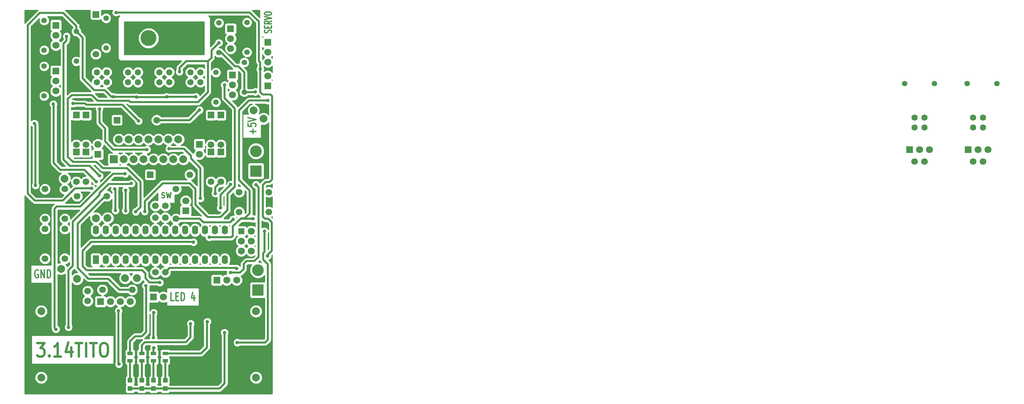
<source format=gtl>
G04 (created by PCBNEW (2013-mar-13)-testing) date vie 26 abr 2013 21:57:32 ART*
%MOIN*%
G04 Gerber Fmt 3.4, Leading zero omitted, Abs format*
%FSLAX34Y34*%
G01*
G70*
G90*
G04 APERTURE LIST*
%ADD10C,2.3622e-06*%
%ADD11C,0.012*%
%ADD12C,0.0246063*%
%ADD13C,0.0669291*%
%ADD14R,0.06X0.06*%
%ADD15C,0.0708661*%
%ADD16R,0.0708661X0.0708661*%
%ADD17R,0.0472X0.0472*%
%ADD18R,0.0787X0.0787*%
%ADD19C,0.0787*%
%ADD20O,0.062X0.09*%
%ADD21R,0.062X0.09*%
%ADD22R,0.0669291X0.0669291*%
%ADD23C,0.0629921*%
%ADD24R,0.11811X0.11811*%
%ADD25C,0.11811*%
%ADD26C,0.16*%
%ADD27C,0.0787402*%
%ADD28C,0.055*%
%ADD29R,0.055X0.035*%
%ADD30C,0.035*%
%ADD31C,0.02*%
%ADD32C,0.01*%
G04 APERTURE END LIST*
G54D10*
G54D11*
X33936Y-35220D02*
X33936Y-34763D01*
X34241Y-34991D02*
X33631Y-34991D01*
X33441Y-34191D02*
X33441Y-34477D01*
X33822Y-34505D01*
X33783Y-34477D01*
X33745Y-34420D01*
X33745Y-34277D01*
X33783Y-34220D01*
X33822Y-34191D01*
X33898Y-34163D01*
X34088Y-34163D01*
X34164Y-34191D01*
X34203Y-34220D01*
X34241Y-34277D01*
X34241Y-34420D01*
X34203Y-34477D01*
X34164Y-34505D01*
X33441Y-33991D02*
X34241Y-33791D01*
X33441Y-33591D01*
X12298Y-49010D02*
X12241Y-48972D01*
X12155Y-48972D01*
X12070Y-49010D01*
X12013Y-49086D01*
X11984Y-49163D01*
X11955Y-49315D01*
X11955Y-49429D01*
X11984Y-49582D01*
X12013Y-49658D01*
X12070Y-49734D01*
X12155Y-49772D01*
X12213Y-49772D01*
X12298Y-49734D01*
X12327Y-49696D01*
X12327Y-49429D01*
X12213Y-49429D01*
X12584Y-49772D02*
X12584Y-48972D01*
X12927Y-49772D01*
X12927Y-48972D01*
X13213Y-49772D02*
X13213Y-48972D01*
X13355Y-48972D01*
X13441Y-49010D01*
X13498Y-49086D01*
X13527Y-49163D01*
X13555Y-49315D01*
X13555Y-49429D01*
X13527Y-49582D01*
X13498Y-49658D01*
X13441Y-49734D01*
X13355Y-49772D01*
X13213Y-49772D01*
X24773Y-41663D02*
X24830Y-41701D01*
X24945Y-41701D01*
X25002Y-41663D01*
X25030Y-41587D01*
X25030Y-41549D01*
X25002Y-41473D01*
X24945Y-41435D01*
X24859Y-41435D01*
X24802Y-41397D01*
X24773Y-41320D01*
X24773Y-41282D01*
X24802Y-41206D01*
X24859Y-41168D01*
X24945Y-41168D01*
X25002Y-41206D01*
X25230Y-41168D02*
X25345Y-41701D01*
X25459Y-41320D01*
X25573Y-41701D01*
X25687Y-41168D01*
G54D12*
X12168Y-56325D02*
X12899Y-56325D01*
X12505Y-56850D01*
X12674Y-56850D01*
X12786Y-56916D01*
X12843Y-56981D01*
X12899Y-57112D01*
X12899Y-57440D01*
X12843Y-57572D01*
X12786Y-57637D01*
X12674Y-57703D01*
X12336Y-57703D01*
X12224Y-57637D01*
X12168Y-57572D01*
X13405Y-57572D02*
X13461Y-57637D01*
X13405Y-57703D01*
X13349Y-57637D01*
X13405Y-57572D01*
X13405Y-57703D01*
X14586Y-57703D02*
X13911Y-57703D01*
X14249Y-57703D02*
X14249Y-56325D01*
X14136Y-56522D01*
X14024Y-56653D01*
X13911Y-56719D01*
X15598Y-56784D02*
X15598Y-57703D01*
X15317Y-56259D02*
X15036Y-57244D01*
X15767Y-57244D01*
X16048Y-56325D02*
X16723Y-56325D01*
X16386Y-57703D02*
X16386Y-56325D01*
X17117Y-57703D02*
X17117Y-56325D01*
X17511Y-56325D02*
X18186Y-56325D01*
X17848Y-57703D02*
X17848Y-56325D01*
X18804Y-56325D02*
X19029Y-56325D01*
X19142Y-56391D01*
X19254Y-56522D01*
X19311Y-56784D01*
X19311Y-57244D01*
X19254Y-57506D01*
X19142Y-57637D01*
X19029Y-57703D01*
X18804Y-57703D01*
X18692Y-57637D01*
X18579Y-57506D01*
X18523Y-57244D01*
X18523Y-56784D01*
X18579Y-56522D01*
X18692Y-56391D01*
X18804Y-56325D01*
G54D11*
X35775Y-25051D02*
X35807Y-24982D01*
X35807Y-24868D01*
X35775Y-24822D01*
X35742Y-24799D01*
X35677Y-24776D01*
X35612Y-24776D01*
X35547Y-24799D01*
X35515Y-24822D01*
X35482Y-24868D01*
X35450Y-24959D01*
X35417Y-25005D01*
X35385Y-25028D01*
X35320Y-25051D01*
X35255Y-25051D01*
X35190Y-25028D01*
X35158Y-25005D01*
X35125Y-24959D01*
X35125Y-24845D01*
X35158Y-24776D01*
X35450Y-24569D02*
X35450Y-24409D01*
X35807Y-24340D02*
X35807Y-24569D01*
X35125Y-24569D01*
X35125Y-24340D01*
X35807Y-23858D02*
X35482Y-24019D01*
X35807Y-24133D02*
X35125Y-24133D01*
X35125Y-23950D01*
X35158Y-23904D01*
X35190Y-23881D01*
X35255Y-23858D01*
X35352Y-23858D01*
X35417Y-23881D01*
X35450Y-23904D01*
X35482Y-23950D01*
X35482Y-24133D01*
X35125Y-23720D02*
X35807Y-23560D01*
X35125Y-23399D01*
X35125Y-23147D02*
X35125Y-23055D01*
X35158Y-23009D01*
X35223Y-22963D01*
X35352Y-22940D01*
X35580Y-22940D01*
X35710Y-22963D01*
X35775Y-23009D01*
X35807Y-23055D01*
X35807Y-23147D01*
X35775Y-23192D01*
X35710Y-23238D01*
X35580Y-23261D01*
X35352Y-23261D01*
X35223Y-23238D01*
X35158Y-23192D01*
X35125Y-23147D01*
X25970Y-52075D02*
X25684Y-52075D01*
X25684Y-51275D01*
X26170Y-51656D02*
X26370Y-51656D01*
X26455Y-52075D02*
X26170Y-52075D01*
X26170Y-51275D01*
X26455Y-51275D01*
X26712Y-52075D02*
X26712Y-51275D01*
X26855Y-51275D01*
X26941Y-51313D01*
X26998Y-51390D01*
X27027Y-51466D01*
X27055Y-51618D01*
X27055Y-51732D01*
X27027Y-51885D01*
X26998Y-51961D01*
X26941Y-52037D01*
X26855Y-52075D01*
X26712Y-52075D01*
X28027Y-51542D02*
X28027Y-52075D01*
X27884Y-51237D02*
X27741Y-51809D01*
X28112Y-51809D01*
G54D13*
X14976Y-47838D03*
X12976Y-47838D03*
X14976Y-44838D03*
X12976Y-44838D03*
X14976Y-43822D03*
X12976Y-43822D03*
X14976Y-40822D03*
X12976Y-40822D03*
X35555Y-41125D03*
X35555Y-43125D03*
X32555Y-41125D03*
X32555Y-43125D03*
X21775Y-50984D03*
X18775Y-50984D03*
X26181Y-43822D03*
X26181Y-40822D03*
X19216Y-41535D03*
X16216Y-41535D03*
G54D14*
X32767Y-45062D03*
G54D15*
X33767Y-45062D03*
X32767Y-46062D03*
X33767Y-46062D03*
X32767Y-47062D03*
X33767Y-47062D03*
G54D16*
X106047Y-36850D03*
G54D15*
X107047Y-36850D03*
X108047Y-36850D03*
G54D16*
X30299Y-50000D03*
G54D15*
X31299Y-50000D03*
X32299Y-50000D03*
G54D16*
X31692Y-24629D03*
G54D15*
X31692Y-25629D03*
X31692Y-26629D03*
G54D16*
X14074Y-28921D03*
G54D15*
X14074Y-29921D03*
X14074Y-30921D03*
G54D16*
X35452Y-26007D03*
G54D15*
X35452Y-27007D03*
X35452Y-28007D03*
G54D16*
X31889Y-29314D03*
G54D15*
X31889Y-30314D03*
X31889Y-31314D03*
G54D16*
X14074Y-24295D03*
G54D15*
X14074Y-25295D03*
X14074Y-26295D03*
G54D16*
X100141Y-36850D03*
G54D15*
X101141Y-36850D03*
X102141Y-36850D03*
G54D16*
X23909Y-51712D03*
G54D15*
X24909Y-51712D03*
G54D16*
X18307Y-37311D03*
G54D15*
X18307Y-36311D03*
G54D16*
X35433Y-30421D03*
G54D15*
X35433Y-29421D03*
G54D17*
X22736Y-60118D03*
X22736Y-60944D03*
X25098Y-60118D03*
X25098Y-60944D03*
X21555Y-60118D03*
X21555Y-60944D03*
X23917Y-60118D03*
X23917Y-60944D03*
G54D18*
X19925Y-37811D03*
G54D19*
X20425Y-35811D03*
X20925Y-37811D03*
X21425Y-35811D03*
X21925Y-37811D03*
X22425Y-35811D03*
X22925Y-37811D03*
X23425Y-35811D03*
X23925Y-37811D03*
X24425Y-35811D03*
X24925Y-37811D03*
X25425Y-35811D03*
X25925Y-37811D03*
X26425Y-35811D03*
X26925Y-37811D03*
G54D20*
X19106Y-47956D03*
X20106Y-47956D03*
X21106Y-47956D03*
X22106Y-47956D03*
X23106Y-47956D03*
X24106Y-47956D03*
X25106Y-47956D03*
X26106Y-47956D03*
X27106Y-47956D03*
X28106Y-47956D03*
X29106Y-47956D03*
X30106Y-47956D03*
X31106Y-47956D03*
G54D21*
X18106Y-47956D03*
G54D20*
X31106Y-44956D03*
X30106Y-44956D03*
X29106Y-44956D03*
X28106Y-44956D03*
X27106Y-44956D03*
X26106Y-44956D03*
X25106Y-44956D03*
X24106Y-44956D03*
X23106Y-44956D03*
X22106Y-44956D03*
X21106Y-44956D03*
X20106Y-44956D03*
X19106Y-44956D03*
X18106Y-44956D03*
G54D22*
X17125Y-33342D03*
G54D13*
X17125Y-36342D03*
G54D22*
X29724Y-33342D03*
G54D13*
X29724Y-36342D03*
G54D22*
X29724Y-37082D03*
G54D13*
X29724Y-40082D03*
G54D22*
X30708Y-37082D03*
G54D13*
X30708Y-40082D03*
G54D22*
X30708Y-33342D03*
G54D13*
X30708Y-36342D03*
G54D22*
X17125Y-37082D03*
G54D13*
X17125Y-40082D03*
G54D22*
X16141Y-37082D03*
G54D13*
X16141Y-40082D03*
G54D22*
X16141Y-33342D03*
G54D13*
X16141Y-36342D03*
G54D22*
X18110Y-23196D03*
G54D13*
X18110Y-27196D03*
G54D22*
X23590Y-39370D03*
G54D13*
X27590Y-39370D03*
G54D22*
X20244Y-33858D03*
G54D13*
X24244Y-33858D03*
G54D23*
X24500Y-29027D03*
X25500Y-30027D03*
X25500Y-29027D03*
X24500Y-30027D03*
X18200Y-29027D03*
X19200Y-30027D03*
X19200Y-29027D03*
X18200Y-30027D03*
X27649Y-29027D03*
X28649Y-30027D03*
X28649Y-29027D03*
X27649Y-30027D03*
X21350Y-29027D03*
X22350Y-30027D03*
X22350Y-29027D03*
X21350Y-30027D03*
G54D13*
X24106Y-49212D03*
X25106Y-49212D03*
X25106Y-43700D03*
X24106Y-43700D03*
X17283Y-51114D03*
X17283Y-52114D03*
X24106Y-42519D03*
X25106Y-42519D03*
G54D24*
X34251Y-38992D03*
G54D25*
X34251Y-36992D03*
G54D16*
X28543Y-36311D03*
G54D15*
X28543Y-37311D03*
G54D24*
X34448Y-51000D03*
G54D25*
X34448Y-49000D03*
G54D16*
X18578Y-52165D03*
G54D15*
X19578Y-52165D03*
X20578Y-52165D03*
X21578Y-52165D03*
G54D26*
X23425Y-25590D03*
G54D23*
X106547Y-33594D03*
X107547Y-34594D03*
X107547Y-33594D03*
X106547Y-34594D03*
X100641Y-33594D03*
X101641Y-34594D03*
X101641Y-33594D03*
X100641Y-34594D03*
G54D13*
X100641Y-38031D03*
X101641Y-38031D03*
X106547Y-38031D03*
X107547Y-38031D03*
G54D27*
X22244Y-49803D03*
X21062Y-49803D03*
X14960Y-39763D03*
X12598Y-53149D03*
X12598Y-59842D03*
X34251Y-59842D03*
X34251Y-53149D03*
X23425Y-25590D03*
G54D16*
X27165Y-43019D03*
G54D15*
X27165Y-42019D03*
G54D28*
X19133Y-26578D03*
X19133Y-23578D03*
X33070Y-28027D03*
X33070Y-31027D03*
X16141Y-27917D03*
X16141Y-24917D03*
X30511Y-24051D03*
X30511Y-27051D03*
X105940Y-30157D03*
X108940Y-30157D03*
X99641Y-30157D03*
X102641Y-30157D03*
X30216Y-29051D03*
X30216Y-32051D03*
X12893Y-31421D03*
X12893Y-28421D03*
X12893Y-23795D03*
X12893Y-26795D03*
X33346Y-24011D03*
X33346Y-27011D03*
G54D29*
X25098Y-57400D03*
X25098Y-58150D03*
X23917Y-57400D03*
X23917Y-58150D03*
X21555Y-57400D03*
X21555Y-58150D03*
X22736Y-57400D03*
X22736Y-58150D03*
G54D27*
X19291Y-43740D03*
X18110Y-43759D03*
X14625Y-48877D03*
X16220Y-49881D03*
X34015Y-32874D03*
X35000Y-33720D03*
G54D30*
X34173Y-31003D03*
X31948Y-43858D03*
X35098Y-45059D03*
X20393Y-53110D03*
X20433Y-58484D03*
X17677Y-40748D03*
X32362Y-56299D03*
X22204Y-31535D03*
X25236Y-31496D03*
X19881Y-31496D03*
X28188Y-31496D03*
X20137Y-22992D03*
X35413Y-47578D03*
X34685Y-28720D03*
X22421Y-33956D03*
X15826Y-32185D03*
X23248Y-36830D03*
X18464Y-32736D03*
X14074Y-54960D03*
X21062Y-39271D03*
X21692Y-40255D03*
X15354Y-54763D03*
X30669Y-42716D03*
X31692Y-40354D03*
X28661Y-41751D03*
X25492Y-36751D03*
X29350Y-54192D03*
X23149Y-50570D03*
X27657Y-54409D03*
X27952Y-46181D03*
X24547Y-50255D03*
X33956Y-43818D03*
X29547Y-45688D03*
X35433Y-31889D03*
X20019Y-40807D03*
X18149Y-40059D03*
X13818Y-32244D03*
X20078Y-42972D03*
X15157Y-25413D03*
X18484Y-39488D03*
X21102Y-42992D03*
X21122Y-40944D03*
X22125Y-43110D03*
X26535Y-28976D03*
X30511Y-26062D03*
X31082Y-30314D03*
X23031Y-43070D03*
X11909Y-34192D03*
X12027Y-40452D03*
X32303Y-48838D03*
X28562Y-32834D03*
X30137Y-41259D03*
X31082Y-55295D03*
X23956Y-56830D03*
X23917Y-55807D03*
X23937Y-53287D03*
X34251Y-40374D03*
X31673Y-49251D03*
G54D31*
X33070Y-31027D02*
X34149Y-31027D01*
X34149Y-31027D02*
X34173Y-31003D01*
X26181Y-43822D02*
X28586Y-43822D01*
X28586Y-43822D02*
X28937Y-44173D01*
X31476Y-44173D02*
X28937Y-44173D01*
X31948Y-43858D02*
X31633Y-44173D01*
X31633Y-44173D02*
X31476Y-44173D01*
X30511Y-27051D02*
X30751Y-27051D01*
X32480Y-28444D02*
X33070Y-29035D01*
X32145Y-28444D02*
X32480Y-28444D01*
X30751Y-27051D02*
X32145Y-28444D01*
X33070Y-29035D02*
X33070Y-31027D01*
X25236Y-31496D02*
X28188Y-31496D01*
X22204Y-31535D02*
X25118Y-31535D01*
X25118Y-31535D02*
X25157Y-31496D01*
X19881Y-31496D02*
X22165Y-31496D01*
X22165Y-31496D02*
X22204Y-31535D01*
X19881Y-31496D02*
X19665Y-31496D01*
X16771Y-25547D02*
X16141Y-24917D01*
X16771Y-29645D02*
X16771Y-25547D01*
X17952Y-30826D02*
X16771Y-29645D01*
X18996Y-30826D02*
X17952Y-30826D01*
X19665Y-31496D02*
X18996Y-30826D01*
X14665Y-41988D02*
X11948Y-41988D01*
X11240Y-41279D02*
X11240Y-24271D01*
X11948Y-41988D02*
X11240Y-41279D01*
X11240Y-24271D02*
X12460Y-23051D01*
X12460Y-23051D02*
X14822Y-23051D01*
X16141Y-24370D02*
X16141Y-24917D01*
X14822Y-23051D02*
X16141Y-24370D01*
X17677Y-40748D02*
X16023Y-40748D01*
X14783Y-41988D02*
X14665Y-41988D01*
X16023Y-40748D02*
X14783Y-41988D01*
X21775Y-50984D02*
X20472Y-50984D01*
X20472Y-50984D02*
X19350Y-49862D01*
X19350Y-49862D02*
X17362Y-49862D01*
X17362Y-49862D02*
X16279Y-48779D01*
X16279Y-48779D02*
X16279Y-44291D01*
X16279Y-44291D02*
X19035Y-41535D01*
X19035Y-41535D02*
X19216Y-41535D01*
X35177Y-56299D02*
X32362Y-56299D01*
X35452Y-56023D02*
X35177Y-56299D01*
X35452Y-48405D02*
X35452Y-56023D01*
X34980Y-47933D02*
X35452Y-48405D01*
X34980Y-47263D02*
X34980Y-47933D01*
X35118Y-47125D02*
X34980Y-47263D01*
X35118Y-45078D02*
X35118Y-47125D01*
X35098Y-45059D02*
X35118Y-45078D01*
X20393Y-58444D02*
X20393Y-53110D01*
X20433Y-58484D02*
X20393Y-58444D01*
G54D11*
X16141Y-24917D02*
X16141Y-24311D01*
X14881Y-23051D02*
X12460Y-23051D01*
X16141Y-24311D02*
X14881Y-23051D01*
X12460Y-23051D02*
X11240Y-24271D01*
X33070Y-29035D02*
X33070Y-31027D01*
X20472Y-50984D02*
X19350Y-49862D01*
X22047Y-31496D02*
X22165Y-31496D01*
X22165Y-31496D02*
X22204Y-31535D01*
X25157Y-31496D02*
X25236Y-31496D01*
X25157Y-31496D02*
X28188Y-31496D01*
X19881Y-31496D02*
X22047Y-31496D01*
X22047Y-31496D02*
X25157Y-31496D01*
G54D31*
X34685Y-28720D02*
X34685Y-28051D01*
X33622Y-22992D02*
X20137Y-22992D01*
X34547Y-23917D02*
X33622Y-22992D01*
X34547Y-27913D02*
X34547Y-23917D01*
X34685Y-28051D02*
X34547Y-27913D01*
X35413Y-47578D02*
X35413Y-47460D01*
X35708Y-31279D02*
X34921Y-31279D01*
X34921Y-31279D02*
X34685Y-31043D01*
X34685Y-31043D02*
X34685Y-28720D01*
X35866Y-31437D02*
X35708Y-31279D01*
X35413Y-47460D02*
X35846Y-47027D01*
X35846Y-47027D02*
X35846Y-44173D01*
X35846Y-44173D02*
X35492Y-43818D01*
X35492Y-43818D02*
X35137Y-43818D01*
X35137Y-43818D02*
X34940Y-43622D01*
X34940Y-43622D02*
X34940Y-40393D01*
X34940Y-40393D02*
X35236Y-40098D01*
X35236Y-40098D02*
X35610Y-40098D01*
X35610Y-40098D02*
X35866Y-39842D01*
X35866Y-39842D02*
X35866Y-31437D01*
X15826Y-32185D02*
X17027Y-32185D01*
X20767Y-32303D02*
X22421Y-33956D01*
X17145Y-32303D02*
X20767Y-32303D01*
X17027Y-32185D02*
X17145Y-32303D01*
X23248Y-36830D02*
X19862Y-36830D01*
X19862Y-36830D02*
X19055Y-36023D01*
X18464Y-34114D02*
X18464Y-32736D01*
X19055Y-34704D02*
X18464Y-34114D01*
X19055Y-36023D02*
X19055Y-34704D01*
X14074Y-54960D02*
X13937Y-54822D01*
X13937Y-54822D02*
X13937Y-42795D01*
X13937Y-42795D02*
X14153Y-42578D01*
X14153Y-42578D02*
X16555Y-42578D01*
X16555Y-42578D02*
X19862Y-39271D01*
X19862Y-39271D02*
X21062Y-39271D01*
G54D11*
X16555Y-42578D02*
X19862Y-39271D01*
X19862Y-39271D02*
X21062Y-39271D01*
G54D31*
X19409Y-40295D02*
X18484Y-41220D01*
X21653Y-40295D02*
X19409Y-40295D01*
X21692Y-40255D02*
X21653Y-40295D01*
X18484Y-41220D02*
X18484Y-41417D01*
X15354Y-48996D02*
X15354Y-54763D01*
X15787Y-48562D02*
X15354Y-48996D01*
X15787Y-44114D02*
X15787Y-48562D01*
X18484Y-41417D02*
X15787Y-44114D01*
X31692Y-40354D02*
X31692Y-40374D01*
X30669Y-41397D02*
X30669Y-42716D01*
X31692Y-40374D02*
X30669Y-41397D01*
X28661Y-41751D02*
X28661Y-38720D01*
X26988Y-36751D02*
X25492Y-36751D01*
X27696Y-37460D02*
X26988Y-36751D01*
X27696Y-37755D02*
X27696Y-37460D01*
X28661Y-38720D02*
X27696Y-37755D01*
X25098Y-57400D02*
X28701Y-57400D01*
X29350Y-54192D02*
X29311Y-54232D01*
X29311Y-54232D02*
X29311Y-56791D01*
X28701Y-57400D02*
X29311Y-56791D01*
X21555Y-56181D02*
X21555Y-57400D01*
X22066Y-55669D02*
X21555Y-56181D01*
X22755Y-55669D02*
X22066Y-55669D01*
X23188Y-55236D02*
X22755Y-55669D01*
X23188Y-50610D02*
X23188Y-55236D01*
X23149Y-50570D02*
X23188Y-50610D01*
X22736Y-57400D02*
X22736Y-56574D01*
X27657Y-55767D02*
X27657Y-54409D01*
X27165Y-56259D02*
X27657Y-55767D01*
X23051Y-56259D02*
X27165Y-56259D01*
X22736Y-56574D02*
X23051Y-56259D01*
X23464Y-46141D02*
X25000Y-46141D01*
X27952Y-46181D02*
X27913Y-46141D01*
X27913Y-46141D02*
X25000Y-46141D01*
X23582Y-50236D02*
X23523Y-50236D01*
X23523Y-50236D02*
X23110Y-49822D01*
X23110Y-49330D02*
X22775Y-48996D01*
X23110Y-49822D02*
X23110Y-49330D01*
X22775Y-48996D02*
X17165Y-48996D01*
X17165Y-48996D02*
X16771Y-48602D01*
X16771Y-48602D02*
X16771Y-47027D01*
X16771Y-47027D02*
X17657Y-46141D01*
X17657Y-46141D02*
X23464Y-46141D01*
X24527Y-50236D02*
X23582Y-50236D01*
X24547Y-50255D02*
X24527Y-50236D01*
G54D11*
X23129Y-49842D02*
X23523Y-50236D01*
X23129Y-49350D02*
X23129Y-49842D01*
X22775Y-48996D02*
X23129Y-49350D01*
G54D31*
X33602Y-43287D02*
X33602Y-40964D01*
X33602Y-40964D02*
X32559Y-39921D01*
X32559Y-39921D02*
X32559Y-32874D01*
X33543Y-31889D02*
X35433Y-31889D01*
X32559Y-32874D02*
X33543Y-31889D01*
X33956Y-43818D02*
X32775Y-43818D01*
X32775Y-43818D02*
X32736Y-43779D01*
X29547Y-45688D02*
X31771Y-45688D01*
X31771Y-45688D02*
X31929Y-45531D01*
X31929Y-45531D02*
X31929Y-44586D01*
X31929Y-44586D02*
X32736Y-43779D01*
X33110Y-43779D02*
X33602Y-43287D01*
X32736Y-43779D02*
X33110Y-43779D01*
G54D11*
X31929Y-45531D02*
X31771Y-45688D01*
X31929Y-44586D02*
X31929Y-45531D01*
G54D31*
X20078Y-42972D02*
X20078Y-40866D01*
X20078Y-40866D02*
X20019Y-40807D01*
X18149Y-40059D02*
X16948Y-38858D01*
X16948Y-38858D02*
X14527Y-38858D01*
X14527Y-38858D02*
X13858Y-38188D01*
X13858Y-38188D02*
X13858Y-32283D01*
X13858Y-32283D02*
X13818Y-32244D01*
G54D11*
X13858Y-38188D02*
X13858Y-32283D01*
X16948Y-38858D02*
X14527Y-38858D01*
X14527Y-38858D02*
X13858Y-38188D01*
X13858Y-32283D02*
X13818Y-32244D01*
G54D31*
X15157Y-25413D02*
X15157Y-25846D01*
X17480Y-38484D02*
X18484Y-39488D01*
X15492Y-38484D02*
X17480Y-38484D01*
X14862Y-37854D02*
X15492Y-38484D01*
X14862Y-26141D02*
X14862Y-37854D01*
X15157Y-25846D02*
X14862Y-26141D01*
X21102Y-42992D02*
X21122Y-42972D01*
X21122Y-42972D02*
X21122Y-40944D01*
X17677Y-31338D02*
X17716Y-31338D01*
X17716Y-31338D02*
X18282Y-31905D01*
X18425Y-31905D02*
X18282Y-31905D01*
X29409Y-31043D02*
X28405Y-32047D01*
X21432Y-31905D02*
X18425Y-31905D01*
X21574Y-32047D02*
X21432Y-31905D01*
X28405Y-32047D02*
X21574Y-32047D01*
X22598Y-40649D02*
X22598Y-40059D01*
X21259Y-38720D02*
X22598Y-40059D01*
X18799Y-38720D02*
X21259Y-38720D01*
X17677Y-31338D02*
X15669Y-31338D01*
X15669Y-31338D02*
X15295Y-31712D01*
X15295Y-31712D02*
X15295Y-37559D01*
X15295Y-37559D02*
X15807Y-38070D01*
X15807Y-38070D02*
X18149Y-38070D01*
X18149Y-38070D02*
X18799Y-38720D01*
X29409Y-27913D02*
X29409Y-31043D01*
X26535Y-28976D02*
X26535Y-28582D01*
X27204Y-27913D02*
X29409Y-27913D01*
X26535Y-28582D02*
X27204Y-27913D01*
X29409Y-27913D02*
X29763Y-27559D01*
X29763Y-27559D02*
X29763Y-26811D01*
X29763Y-26811D02*
X30511Y-26062D01*
X22598Y-42637D02*
X22598Y-40649D01*
X22125Y-43110D02*
X22598Y-42637D01*
G54D11*
X29507Y-27795D02*
X29507Y-27814D01*
X29409Y-31043D02*
X29409Y-27893D01*
X29409Y-27893D02*
X29507Y-27795D01*
X29409Y-27913D02*
X29507Y-27814D01*
X29763Y-26811D02*
X30511Y-26062D01*
X29763Y-27559D02*
X29763Y-26811D01*
X29507Y-27814D02*
X29763Y-27559D01*
G54D31*
X31377Y-41338D02*
X31377Y-41318D01*
X31082Y-31633D02*
X31082Y-30314D01*
X32125Y-32677D02*
X31082Y-31633D01*
X32125Y-40570D02*
X32125Y-32677D01*
X31377Y-41318D02*
X32125Y-40570D01*
X23031Y-43070D02*
X23031Y-42047D01*
X31377Y-42952D02*
X31377Y-41338D01*
X30688Y-43641D02*
X31377Y-42952D01*
X29370Y-43641D02*
X30688Y-43641D01*
X28149Y-42421D02*
X29370Y-43641D01*
X28149Y-40807D02*
X28149Y-42421D01*
X27578Y-40236D02*
X28149Y-40807D01*
X24842Y-40236D02*
X27578Y-40236D01*
X23031Y-42047D02*
X24842Y-40236D01*
X30137Y-41259D02*
X30137Y-40653D01*
X30137Y-40653D02*
X30708Y-40082D01*
X12027Y-40452D02*
X12027Y-34311D01*
X12027Y-34311D02*
X11909Y-34192D01*
X28562Y-32834D02*
X27539Y-33858D01*
X27539Y-33858D02*
X24244Y-33858D01*
X21555Y-60944D02*
X22736Y-60944D01*
G54D11*
X11909Y-34192D02*
X12027Y-34311D01*
G54D31*
X25559Y-48759D02*
X25106Y-49212D01*
X32224Y-48759D02*
X25559Y-48759D01*
X32303Y-48838D02*
X32224Y-48759D01*
X25098Y-60944D02*
X30571Y-60944D01*
X30571Y-60944D02*
X31082Y-60433D01*
X31082Y-60433D02*
X31082Y-55295D01*
X23917Y-60944D02*
X25098Y-60944D01*
X22736Y-60944D02*
X23917Y-60944D01*
G54D11*
X27539Y-33858D02*
X24244Y-33858D01*
X30571Y-60944D02*
X31082Y-60433D01*
X31082Y-60433D02*
X31082Y-55295D01*
G54D31*
X22736Y-58150D02*
X22736Y-60118D01*
X21555Y-60118D02*
X21555Y-58150D01*
X23917Y-58150D02*
X23917Y-60118D01*
X25098Y-60118D02*
X25098Y-58150D01*
X23917Y-57400D02*
X23917Y-56870D01*
X23917Y-56870D02*
X23956Y-56830D01*
X23917Y-53307D02*
X23917Y-55807D01*
X23937Y-53287D02*
X23917Y-53307D01*
X33011Y-48897D02*
X32657Y-49251D01*
X33011Y-48366D02*
X33011Y-48897D01*
X33287Y-48090D02*
X33011Y-48366D01*
X34094Y-48090D02*
X33287Y-48090D01*
X34507Y-47677D02*
X34094Y-48090D01*
X34507Y-40629D02*
X34507Y-47677D01*
X34251Y-40374D02*
X34507Y-40629D01*
X32657Y-49251D02*
X31673Y-49251D01*
G54D11*
X32657Y-49251D02*
X31673Y-49251D01*
G54D10*
G36*
X12269Y-22765D02*
X12213Y-22803D01*
X10992Y-24024D01*
X10954Y-24080D01*
X10954Y-22765D01*
X12269Y-22765D01*
X12269Y-22765D01*
G37*
G54D32*
X12269Y-22765D02*
X12213Y-22803D01*
X10992Y-24024D01*
X10954Y-24080D01*
X10954Y-22765D01*
X12269Y-22765D01*
G54D10*
G36*
X14512Y-30504D02*
X14429Y-30421D01*
X14512Y-30338D01*
X14512Y-30504D01*
X14512Y-30504D01*
G37*
G54D32*
X14512Y-30504D02*
X14429Y-30421D01*
X14512Y-30338D01*
X14512Y-30504D01*
G54D10*
G36*
X15437Y-44472D02*
X15307Y-44343D01*
X15278Y-44330D01*
X15307Y-44318D01*
X15437Y-44188D01*
X15437Y-44472D01*
X15437Y-44472D01*
G37*
G54D32*
X15437Y-44472D02*
X15307Y-44343D01*
X15278Y-44330D01*
X15307Y-44318D01*
X15437Y-44188D01*
X15437Y-44472D01*
G54D10*
G36*
X15437Y-48418D02*
X15221Y-48633D01*
X15172Y-48513D01*
X15081Y-48423D01*
X15092Y-48423D01*
X15307Y-48334D01*
X15437Y-48204D01*
X15437Y-48418D01*
X15437Y-48418D01*
G37*
G54D32*
X15437Y-48418D02*
X15221Y-48633D01*
X15172Y-48513D01*
X15081Y-48423D01*
X15092Y-48423D01*
X15307Y-48334D01*
X15437Y-48204D01*
X15437Y-48418D01*
G54D10*
G36*
X15754Y-40522D02*
X15561Y-40715D01*
X15561Y-40707D01*
X15472Y-40492D01*
X15307Y-40327D01*
X15295Y-40322D01*
X15324Y-40309D01*
X15506Y-40128D01*
X15557Y-40005D01*
X15556Y-40198D01*
X15645Y-40413D01*
X15754Y-40522D01*
X15754Y-40522D01*
G37*
G54D32*
X15754Y-40522D02*
X15561Y-40715D01*
X15561Y-40707D01*
X15472Y-40492D01*
X15307Y-40327D01*
X15295Y-40322D01*
X15324Y-40309D01*
X15506Y-40128D01*
X15557Y-40005D01*
X15556Y-40198D01*
X15645Y-40413D01*
X15754Y-40522D01*
G54D10*
G36*
X16243Y-49238D02*
X16092Y-49238D01*
X15856Y-49335D01*
X15704Y-49487D01*
X15704Y-49141D01*
X15952Y-48893D01*
X15956Y-48913D01*
X16032Y-49027D01*
X16243Y-49238D01*
X16243Y-49238D01*
G37*
G54D32*
X16243Y-49238D02*
X16092Y-49238D01*
X15856Y-49335D01*
X15704Y-49487D01*
X15704Y-49141D01*
X15952Y-48893D01*
X15956Y-48913D01*
X16032Y-49027D01*
X16243Y-49238D01*
G54D10*
G36*
X16477Y-42928D02*
X15561Y-43845D01*
X15561Y-43707D01*
X15472Y-43492D01*
X15307Y-43327D01*
X15093Y-43238D01*
X14860Y-43238D01*
X14645Y-43326D01*
X14481Y-43491D01*
X14391Y-43706D01*
X14391Y-43938D01*
X14480Y-44153D01*
X14644Y-44318D01*
X14674Y-44330D01*
X14645Y-44342D01*
X14481Y-44506D01*
X14391Y-44721D01*
X14391Y-44954D01*
X14480Y-45169D01*
X14644Y-45333D01*
X14859Y-45423D01*
X15092Y-45423D01*
X15307Y-45334D01*
X15437Y-45204D01*
X15437Y-47472D01*
X15307Y-47343D01*
X15093Y-47254D01*
X14860Y-47253D01*
X14645Y-47342D01*
X14481Y-47506D01*
X14391Y-47721D01*
X14391Y-47954D01*
X14480Y-48169D01*
X14545Y-48234D01*
X14498Y-48234D01*
X14287Y-48321D01*
X14287Y-42940D01*
X14298Y-42928D01*
X16477Y-42928D01*
X16477Y-42928D01*
G37*
G54D32*
X16477Y-42928D02*
X15561Y-43845D01*
X15561Y-43707D01*
X15472Y-43492D01*
X15307Y-43327D01*
X15093Y-43238D01*
X14860Y-43238D01*
X14645Y-43326D01*
X14481Y-43491D01*
X14391Y-43706D01*
X14391Y-43938D01*
X14480Y-44153D01*
X14644Y-44318D01*
X14674Y-44330D01*
X14645Y-44342D01*
X14481Y-44506D01*
X14391Y-44721D01*
X14391Y-44954D01*
X14480Y-45169D01*
X14644Y-45333D01*
X14859Y-45423D01*
X15092Y-45423D01*
X15307Y-45334D01*
X15437Y-45204D01*
X15437Y-47472D01*
X15307Y-47343D01*
X15093Y-47254D01*
X14860Y-47253D01*
X14645Y-47342D01*
X14481Y-47506D01*
X14391Y-47721D01*
X14391Y-47954D01*
X14480Y-48169D01*
X14545Y-48234D01*
X14498Y-48234D01*
X14287Y-48321D01*
X14287Y-42940D01*
X14298Y-42928D01*
X16477Y-42928D01*
G54D10*
G36*
X17093Y-39498D02*
X17010Y-39497D01*
X16795Y-39586D01*
X16633Y-39747D01*
X16473Y-39587D01*
X16258Y-39498D01*
X16025Y-39497D01*
X15810Y-39586D01*
X15646Y-39751D01*
X15604Y-39852D01*
X15604Y-39636D01*
X15506Y-39399D01*
X15325Y-39218D01*
X15301Y-39208D01*
X16803Y-39208D01*
X17093Y-39498D01*
X17093Y-39498D01*
G37*
G54D32*
X17093Y-39498D02*
X17010Y-39497D01*
X16795Y-39586D01*
X16633Y-39747D01*
X16473Y-39587D01*
X16258Y-39498D01*
X16025Y-39497D01*
X15810Y-39586D01*
X15646Y-39751D01*
X15604Y-39852D01*
X15604Y-39636D01*
X15506Y-39399D01*
X15325Y-39218D01*
X15301Y-39208D01*
X16803Y-39208D01*
X17093Y-39498D01*
G54D10*
G36*
X17502Y-41135D02*
X16410Y-42228D01*
X15037Y-42228D01*
X15631Y-41634D01*
X15631Y-41651D01*
X15720Y-41866D01*
X15884Y-42030D01*
X16099Y-42119D01*
X16332Y-42120D01*
X16547Y-42031D01*
X16711Y-41867D01*
X16801Y-41652D01*
X16801Y-41419D01*
X16712Y-41204D01*
X16605Y-41098D01*
X17426Y-41098D01*
X17436Y-41108D01*
X17502Y-41135D01*
X17502Y-41135D01*
G37*
G54D32*
X17502Y-41135D02*
X16410Y-42228D01*
X15037Y-42228D01*
X15631Y-41634D01*
X15631Y-41651D01*
X15720Y-41866D01*
X15884Y-42030D01*
X16099Y-42119D01*
X16332Y-42120D01*
X16547Y-42031D01*
X16711Y-41867D01*
X16801Y-41652D01*
X16801Y-41419D01*
X16712Y-41204D01*
X16605Y-41098D01*
X17426Y-41098D01*
X17436Y-41108D01*
X17502Y-41135D01*
G54D10*
G36*
X17619Y-30988D02*
X15669Y-30988D01*
X15535Y-31015D01*
X15421Y-31091D01*
X15421Y-31091D01*
X15421Y-31091D01*
X15212Y-31300D01*
X15212Y-26286D01*
X15404Y-26093D01*
X15480Y-25980D01*
X15480Y-25980D01*
X15507Y-25846D01*
X15507Y-25664D01*
X15517Y-25654D01*
X15582Y-25498D01*
X15582Y-25329D01*
X15517Y-25172D01*
X15398Y-25053D01*
X15242Y-24988D01*
X15073Y-24988D01*
X14917Y-25052D01*
X14797Y-25172D01*
X14732Y-25328D01*
X14732Y-25497D01*
X14796Y-25653D01*
X14807Y-25664D01*
X14807Y-25701D01*
X14614Y-25894D01*
X14580Y-25946D01*
X14429Y-25795D01*
X14586Y-25638D01*
X14679Y-25416D01*
X14679Y-25175D01*
X14587Y-24953D01*
X14517Y-24883D01*
X14570Y-24861D01*
X14640Y-24791D01*
X14679Y-24699D01*
X14679Y-24600D01*
X14679Y-23891D01*
X14641Y-23799D01*
X14570Y-23729D01*
X14479Y-23690D01*
X14379Y-23690D01*
X13670Y-23690D01*
X13579Y-23728D01*
X13508Y-23799D01*
X13470Y-23890D01*
X13470Y-23990D01*
X13470Y-24699D01*
X13508Y-24791D01*
X13578Y-24861D01*
X13631Y-24883D01*
X13562Y-24952D01*
X13470Y-25174D01*
X13470Y-25414D01*
X13562Y-25637D01*
X13720Y-25795D01*
X13562Y-25952D01*
X13470Y-26174D01*
X13470Y-26414D01*
X13562Y-26637D01*
X13732Y-26807D01*
X13954Y-26899D01*
X14194Y-26899D01*
X14416Y-26807D01*
X14512Y-26712D01*
X14512Y-28330D01*
X14479Y-28316D01*
X14379Y-28316D01*
X13670Y-28316D01*
X13579Y-28354D01*
X13508Y-28425D01*
X13470Y-28516D01*
X13470Y-28616D01*
X13470Y-29325D01*
X13508Y-29417D01*
X13578Y-29487D01*
X13631Y-29509D01*
X13562Y-29578D01*
X13470Y-29800D01*
X13470Y-30040D01*
X13562Y-30263D01*
X13720Y-30421D01*
X13562Y-30578D01*
X13470Y-30800D01*
X13470Y-31040D01*
X13562Y-31263D01*
X13732Y-31433D01*
X13954Y-31525D01*
X14194Y-31525D01*
X14416Y-31433D01*
X14512Y-31338D01*
X14512Y-37854D01*
X14538Y-37988D01*
X14614Y-38101D01*
X15021Y-38508D01*
X14672Y-38508D01*
X14208Y-38044D01*
X14208Y-32414D01*
X14243Y-32329D01*
X14243Y-32159D01*
X14179Y-32003D01*
X14059Y-31884D01*
X13903Y-31819D01*
X13734Y-31819D01*
X13578Y-31883D01*
X13458Y-32003D01*
X13418Y-32099D01*
X13418Y-31317D01*
X13418Y-28317D01*
X13418Y-26691D01*
X13339Y-26498D01*
X13191Y-26350D01*
X12998Y-26270D01*
X12789Y-26270D01*
X12596Y-26349D01*
X12448Y-26497D01*
X12368Y-26690D01*
X12368Y-26899D01*
X12448Y-27092D01*
X12595Y-27240D01*
X12788Y-27320D01*
X12997Y-27320D01*
X13190Y-27240D01*
X13338Y-27093D01*
X13418Y-26900D01*
X13418Y-26691D01*
X13418Y-28317D01*
X13339Y-28124D01*
X13191Y-27976D01*
X12998Y-27896D01*
X12789Y-27896D01*
X12596Y-27975D01*
X12448Y-28123D01*
X12368Y-28316D01*
X12368Y-28525D01*
X12448Y-28718D01*
X12595Y-28866D01*
X12788Y-28946D01*
X12997Y-28946D01*
X13190Y-28866D01*
X13338Y-28719D01*
X13418Y-28526D01*
X13418Y-28317D01*
X13418Y-31317D01*
X13339Y-31124D01*
X13191Y-30976D01*
X12998Y-30896D01*
X12789Y-30896D01*
X12596Y-30975D01*
X12448Y-31123D01*
X12368Y-31316D01*
X12368Y-31525D01*
X12448Y-31718D01*
X12595Y-31866D01*
X12788Y-31946D01*
X12997Y-31946D01*
X13190Y-31866D01*
X13338Y-31719D01*
X13418Y-31526D01*
X13418Y-31317D01*
X13418Y-32099D01*
X13393Y-32159D01*
X13393Y-32328D01*
X13458Y-32484D01*
X13508Y-32534D01*
X13508Y-38188D01*
X13534Y-38322D01*
X13610Y-38436D01*
X14280Y-39105D01*
X14393Y-39181D01*
X14393Y-39181D01*
X14527Y-39208D01*
X14619Y-39208D01*
X14596Y-39217D01*
X14415Y-39398D01*
X14317Y-39635D01*
X14316Y-39891D01*
X14414Y-40127D01*
X14595Y-40309D01*
X14643Y-40329D01*
X14481Y-40491D01*
X14391Y-40706D01*
X14391Y-40938D01*
X14480Y-41153D01*
X14644Y-41318D01*
X14859Y-41407D01*
X14869Y-41407D01*
X14638Y-41638D01*
X13561Y-41638D01*
X13561Y-40707D01*
X13472Y-40492D01*
X13307Y-40327D01*
X13093Y-40238D01*
X12860Y-40238D01*
X12645Y-40326D01*
X12481Y-40491D01*
X12391Y-40706D01*
X12391Y-40938D01*
X12480Y-41153D01*
X12644Y-41318D01*
X12859Y-41407D01*
X13092Y-41407D01*
X13307Y-41318D01*
X13471Y-41154D01*
X13560Y-40939D01*
X13561Y-40707D01*
X13561Y-41638D01*
X12093Y-41638D01*
X11590Y-41134D01*
X11590Y-34474D01*
X11668Y-34553D01*
X11677Y-34556D01*
X11677Y-40201D01*
X11667Y-40211D01*
X11602Y-40367D01*
X11602Y-40536D01*
X11667Y-40693D01*
X11786Y-40812D01*
X11942Y-40877D01*
X12111Y-40877D01*
X12267Y-40813D01*
X12387Y-40693D01*
X12452Y-40537D01*
X12452Y-40368D01*
X12388Y-40212D01*
X12377Y-40201D01*
X12377Y-34311D01*
X12350Y-34177D01*
X12350Y-34177D01*
X12334Y-34152D01*
X12334Y-34152D01*
X12334Y-34108D01*
X12269Y-33952D01*
X12150Y-33832D01*
X11994Y-33767D01*
X11825Y-33767D01*
X11669Y-33832D01*
X11590Y-33911D01*
X11590Y-24416D01*
X12405Y-23600D01*
X12368Y-23690D01*
X12368Y-23899D01*
X12448Y-24092D01*
X12595Y-24240D01*
X12788Y-24320D01*
X12997Y-24320D01*
X13190Y-24240D01*
X13338Y-24093D01*
X13418Y-23900D01*
X13418Y-23691D01*
X13339Y-23498D01*
X13242Y-23401D01*
X14677Y-23401D01*
X15791Y-24515D01*
X15791Y-24524D01*
X15696Y-24619D01*
X15616Y-24812D01*
X15616Y-25021D01*
X15696Y-25214D01*
X15843Y-25362D01*
X16036Y-25442D01*
X16171Y-25442D01*
X16421Y-25692D01*
X16421Y-27465D01*
X16246Y-27392D01*
X16037Y-27392D01*
X15844Y-27471D01*
X15696Y-27619D01*
X15616Y-27812D01*
X15616Y-28021D01*
X15696Y-28214D01*
X15843Y-28362D01*
X16036Y-28442D01*
X16245Y-28442D01*
X16421Y-28369D01*
X16421Y-29645D01*
X16448Y-29779D01*
X16524Y-29893D01*
X17619Y-30988D01*
X17619Y-30988D01*
G37*
G54D32*
X17619Y-30988D02*
X15669Y-30988D01*
X15535Y-31015D01*
X15421Y-31091D01*
X15421Y-31091D01*
X15421Y-31091D01*
X15212Y-31300D01*
X15212Y-26286D01*
X15404Y-26093D01*
X15480Y-25980D01*
X15480Y-25980D01*
X15507Y-25846D01*
X15507Y-25664D01*
X15517Y-25654D01*
X15582Y-25498D01*
X15582Y-25329D01*
X15517Y-25172D01*
X15398Y-25053D01*
X15242Y-24988D01*
X15073Y-24988D01*
X14917Y-25052D01*
X14797Y-25172D01*
X14732Y-25328D01*
X14732Y-25497D01*
X14796Y-25653D01*
X14807Y-25664D01*
X14807Y-25701D01*
X14614Y-25894D01*
X14580Y-25946D01*
X14429Y-25795D01*
X14586Y-25638D01*
X14679Y-25416D01*
X14679Y-25175D01*
X14587Y-24953D01*
X14517Y-24883D01*
X14570Y-24861D01*
X14640Y-24791D01*
X14679Y-24699D01*
X14679Y-24600D01*
X14679Y-23891D01*
X14641Y-23799D01*
X14570Y-23729D01*
X14479Y-23690D01*
X14379Y-23690D01*
X13670Y-23690D01*
X13579Y-23728D01*
X13508Y-23799D01*
X13470Y-23890D01*
X13470Y-23990D01*
X13470Y-24699D01*
X13508Y-24791D01*
X13578Y-24861D01*
X13631Y-24883D01*
X13562Y-24952D01*
X13470Y-25174D01*
X13470Y-25414D01*
X13562Y-25637D01*
X13720Y-25795D01*
X13562Y-25952D01*
X13470Y-26174D01*
X13470Y-26414D01*
X13562Y-26637D01*
X13732Y-26807D01*
X13954Y-26899D01*
X14194Y-26899D01*
X14416Y-26807D01*
X14512Y-26712D01*
X14512Y-28330D01*
X14479Y-28316D01*
X14379Y-28316D01*
X13670Y-28316D01*
X13579Y-28354D01*
X13508Y-28425D01*
X13470Y-28516D01*
X13470Y-28616D01*
X13470Y-29325D01*
X13508Y-29417D01*
X13578Y-29487D01*
X13631Y-29509D01*
X13562Y-29578D01*
X13470Y-29800D01*
X13470Y-30040D01*
X13562Y-30263D01*
X13720Y-30421D01*
X13562Y-30578D01*
X13470Y-30800D01*
X13470Y-31040D01*
X13562Y-31263D01*
X13732Y-31433D01*
X13954Y-31525D01*
X14194Y-31525D01*
X14416Y-31433D01*
X14512Y-31338D01*
X14512Y-37854D01*
X14538Y-37988D01*
X14614Y-38101D01*
X15021Y-38508D01*
X14672Y-38508D01*
X14208Y-38044D01*
X14208Y-32414D01*
X14243Y-32329D01*
X14243Y-32159D01*
X14179Y-32003D01*
X14059Y-31884D01*
X13903Y-31819D01*
X13734Y-31819D01*
X13578Y-31883D01*
X13458Y-32003D01*
X13418Y-32099D01*
X13418Y-31317D01*
X13418Y-28317D01*
X13418Y-26691D01*
X13339Y-26498D01*
X13191Y-26350D01*
X12998Y-26270D01*
X12789Y-26270D01*
X12596Y-26349D01*
X12448Y-26497D01*
X12368Y-26690D01*
X12368Y-26899D01*
X12448Y-27092D01*
X12595Y-27240D01*
X12788Y-27320D01*
X12997Y-27320D01*
X13190Y-27240D01*
X13338Y-27093D01*
X13418Y-26900D01*
X13418Y-26691D01*
X13418Y-28317D01*
X13339Y-28124D01*
X13191Y-27976D01*
X12998Y-27896D01*
X12789Y-27896D01*
X12596Y-27975D01*
X12448Y-28123D01*
X12368Y-28316D01*
X12368Y-28525D01*
X12448Y-28718D01*
X12595Y-28866D01*
X12788Y-28946D01*
X12997Y-28946D01*
X13190Y-28866D01*
X13338Y-28719D01*
X13418Y-28526D01*
X13418Y-28317D01*
X13418Y-31317D01*
X13339Y-31124D01*
X13191Y-30976D01*
X12998Y-30896D01*
X12789Y-30896D01*
X12596Y-30975D01*
X12448Y-31123D01*
X12368Y-31316D01*
X12368Y-31525D01*
X12448Y-31718D01*
X12595Y-31866D01*
X12788Y-31946D01*
X12997Y-31946D01*
X13190Y-31866D01*
X13338Y-31719D01*
X13418Y-31526D01*
X13418Y-31317D01*
X13418Y-32099D01*
X13393Y-32159D01*
X13393Y-32328D01*
X13458Y-32484D01*
X13508Y-32534D01*
X13508Y-38188D01*
X13534Y-38322D01*
X13610Y-38436D01*
X14280Y-39105D01*
X14393Y-39181D01*
X14393Y-39181D01*
X14527Y-39208D01*
X14619Y-39208D01*
X14596Y-39217D01*
X14415Y-39398D01*
X14317Y-39635D01*
X14316Y-39891D01*
X14414Y-40127D01*
X14595Y-40309D01*
X14643Y-40329D01*
X14481Y-40491D01*
X14391Y-40706D01*
X14391Y-40938D01*
X14480Y-41153D01*
X14644Y-41318D01*
X14859Y-41407D01*
X14869Y-41407D01*
X14638Y-41638D01*
X13561Y-41638D01*
X13561Y-40707D01*
X13472Y-40492D01*
X13307Y-40327D01*
X13093Y-40238D01*
X12860Y-40238D01*
X12645Y-40326D01*
X12481Y-40491D01*
X12391Y-40706D01*
X12391Y-40938D01*
X12480Y-41153D01*
X12644Y-41318D01*
X12859Y-41407D01*
X13092Y-41407D01*
X13307Y-41318D01*
X13471Y-41154D01*
X13560Y-40939D01*
X13561Y-40707D01*
X13561Y-41638D01*
X12093Y-41638D01*
X11590Y-41134D01*
X11590Y-34474D01*
X11668Y-34553D01*
X11677Y-34556D01*
X11677Y-40201D01*
X11667Y-40211D01*
X11602Y-40367D01*
X11602Y-40536D01*
X11667Y-40693D01*
X11786Y-40812D01*
X11942Y-40877D01*
X12111Y-40877D01*
X12267Y-40813D01*
X12387Y-40693D01*
X12452Y-40537D01*
X12452Y-40368D01*
X12388Y-40212D01*
X12377Y-40201D01*
X12377Y-34311D01*
X12350Y-34177D01*
X12350Y-34177D01*
X12334Y-34152D01*
X12334Y-34152D01*
X12334Y-34108D01*
X12269Y-33952D01*
X12150Y-33832D01*
X11994Y-33767D01*
X11825Y-33767D01*
X11669Y-33832D01*
X11590Y-33911D01*
X11590Y-24416D01*
X12405Y-23600D01*
X12368Y-23690D01*
X12368Y-23899D01*
X12448Y-24092D01*
X12595Y-24240D01*
X12788Y-24320D01*
X12997Y-24320D01*
X13190Y-24240D01*
X13338Y-24093D01*
X13418Y-23900D01*
X13418Y-23691D01*
X13339Y-23498D01*
X13242Y-23401D01*
X14677Y-23401D01*
X15791Y-24515D01*
X15791Y-24524D01*
X15696Y-24619D01*
X15616Y-24812D01*
X15616Y-25021D01*
X15696Y-25214D01*
X15843Y-25362D01*
X16036Y-25442D01*
X16171Y-25442D01*
X16421Y-25692D01*
X16421Y-27465D01*
X16246Y-27392D01*
X16037Y-27392D01*
X15844Y-27471D01*
X15696Y-27619D01*
X15616Y-27812D01*
X15616Y-28021D01*
X15696Y-28214D01*
X15843Y-28362D01*
X16036Y-28442D01*
X16245Y-28442D01*
X16421Y-28369D01*
X16421Y-29645D01*
X16448Y-29779D01*
X16524Y-29893D01*
X17619Y-30988D01*
G54D10*
G36*
X17705Y-37720D02*
X15952Y-37720D01*
X15898Y-37667D01*
X16525Y-37667D01*
X16617Y-37629D01*
X16633Y-37613D01*
X16649Y-37629D01*
X16741Y-37667D01*
X16840Y-37667D01*
X17510Y-37667D01*
X17602Y-37629D01*
X17672Y-37559D01*
X17702Y-37486D01*
X17702Y-37714D01*
X17705Y-37720D01*
X17705Y-37720D01*
G37*
G54D32*
X17705Y-37720D02*
X15952Y-37720D01*
X15898Y-37667D01*
X16525Y-37667D01*
X16617Y-37629D01*
X16633Y-37613D01*
X16649Y-37629D01*
X16741Y-37667D01*
X16840Y-37667D01*
X17510Y-37667D01*
X17602Y-37629D01*
X17672Y-37559D01*
X17702Y-37486D01*
X17702Y-37714D01*
X17705Y-37720D01*
G54D10*
G36*
X17836Y-31953D02*
X17290Y-31953D01*
X17275Y-31937D01*
X17161Y-31861D01*
X17027Y-31835D01*
X16077Y-31835D01*
X16067Y-31824D01*
X15911Y-31760D01*
X15742Y-31759D01*
X15814Y-31688D01*
X17571Y-31688D01*
X17836Y-31953D01*
X17836Y-31953D01*
G37*
G54D32*
X17836Y-31953D02*
X17290Y-31953D01*
X17275Y-31937D01*
X17161Y-31861D01*
X17027Y-31835D01*
X16077Y-31835D01*
X16067Y-31824D01*
X15911Y-31760D01*
X15742Y-31759D01*
X15814Y-31688D01*
X17571Y-31688D01*
X17836Y-31953D01*
G54D10*
G36*
X17848Y-40358D02*
X17762Y-40323D01*
X17659Y-40323D01*
X17710Y-40199D01*
X17710Y-40115D01*
X17724Y-40128D01*
X17724Y-40143D01*
X17789Y-40299D01*
X17848Y-40358D01*
X17848Y-40358D01*
G37*
G54D32*
X17848Y-40358D02*
X17762Y-40323D01*
X17659Y-40323D01*
X17710Y-40199D01*
X17710Y-40115D01*
X17724Y-40128D01*
X17724Y-40143D01*
X17789Y-40299D01*
X17848Y-40358D01*
G54D10*
G36*
X17864Y-36722D02*
X17811Y-36744D01*
X17740Y-36814D01*
X17710Y-36887D01*
X17710Y-36698D01*
X17672Y-36606D01*
X17656Y-36590D01*
X17710Y-36459D01*
X17710Y-36449D01*
X17794Y-36652D01*
X17864Y-36722D01*
X17864Y-36722D01*
G37*
G54D32*
X17864Y-36722D02*
X17811Y-36744D01*
X17740Y-36814D01*
X17710Y-36887D01*
X17710Y-36698D01*
X17672Y-36606D01*
X17656Y-36590D01*
X17710Y-36459D01*
X17710Y-36449D01*
X17794Y-36652D01*
X17864Y-36722D01*
G54D10*
G36*
X18154Y-40484D02*
X18065Y-40573D01*
X18037Y-40507D01*
X17978Y-40448D01*
X18064Y-40483D01*
X18154Y-40484D01*
X18154Y-40484D01*
G37*
G54D32*
X18154Y-40484D02*
X18065Y-40573D01*
X18037Y-40507D01*
X17978Y-40448D01*
X18064Y-40483D01*
X18154Y-40484D01*
G54D10*
G36*
X18705Y-35854D02*
X18649Y-35798D01*
X18427Y-35706D01*
X18187Y-35706D01*
X17965Y-35798D01*
X17795Y-35968D01*
X17702Y-36190D01*
X17702Y-36207D01*
X17621Y-36011D01*
X17457Y-35847D01*
X17242Y-35757D01*
X17010Y-35757D01*
X16795Y-35846D01*
X16633Y-36007D01*
X16473Y-35847D01*
X16258Y-35757D01*
X16025Y-35757D01*
X15810Y-35846D01*
X15646Y-36010D01*
X15645Y-36013D01*
X15645Y-33868D01*
X15665Y-33888D01*
X15757Y-33927D01*
X15856Y-33927D01*
X16525Y-33927D01*
X16617Y-33889D01*
X16633Y-33873D01*
X16649Y-33888D01*
X16741Y-33927D01*
X16840Y-33927D01*
X17510Y-33927D01*
X17602Y-33889D01*
X17672Y-33818D01*
X17710Y-33727D01*
X17710Y-33627D01*
X17710Y-32958D01*
X17672Y-32866D01*
X17602Y-32796D01*
X17510Y-32757D01*
X17411Y-32757D01*
X16741Y-32757D01*
X16649Y-32795D01*
X16633Y-32811D01*
X16618Y-32796D01*
X16526Y-32757D01*
X16426Y-32757D01*
X15757Y-32757D01*
X15665Y-32795D01*
X15645Y-32816D01*
X15645Y-32569D01*
X15741Y-32609D01*
X15910Y-32610D01*
X16067Y-32545D01*
X16077Y-32535D01*
X16882Y-32535D01*
X16898Y-32550D01*
X17011Y-32626D01*
X17011Y-32626D01*
X17145Y-32653D01*
X18039Y-32653D01*
X18039Y-32820D01*
X18104Y-32976D01*
X18114Y-32987D01*
X18114Y-34114D01*
X18141Y-34248D01*
X18217Y-34361D01*
X18705Y-34849D01*
X18705Y-35854D01*
X18705Y-35854D01*
G37*
G54D32*
X18705Y-35854D02*
X18649Y-35798D01*
X18427Y-35706D01*
X18187Y-35706D01*
X17965Y-35798D01*
X17795Y-35968D01*
X17702Y-36190D01*
X17702Y-36207D01*
X17621Y-36011D01*
X17457Y-35847D01*
X17242Y-35757D01*
X17010Y-35757D01*
X16795Y-35846D01*
X16633Y-36007D01*
X16473Y-35847D01*
X16258Y-35757D01*
X16025Y-35757D01*
X15810Y-35846D01*
X15646Y-36010D01*
X15645Y-36013D01*
X15645Y-33868D01*
X15665Y-33888D01*
X15757Y-33927D01*
X15856Y-33927D01*
X16525Y-33927D01*
X16617Y-33889D01*
X16633Y-33873D01*
X16649Y-33888D01*
X16741Y-33927D01*
X16840Y-33927D01*
X17510Y-33927D01*
X17602Y-33889D01*
X17672Y-33818D01*
X17710Y-33727D01*
X17710Y-33627D01*
X17710Y-32958D01*
X17672Y-32866D01*
X17602Y-32796D01*
X17510Y-32757D01*
X17411Y-32757D01*
X16741Y-32757D01*
X16649Y-32795D01*
X16633Y-32811D01*
X16618Y-32796D01*
X16526Y-32757D01*
X16426Y-32757D01*
X15757Y-32757D01*
X15665Y-32795D01*
X15645Y-32816D01*
X15645Y-32569D01*
X15741Y-32609D01*
X15910Y-32610D01*
X16067Y-32545D01*
X16077Y-32535D01*
X16882Y-32535D01*
X16898Y-32550D01*
X17011Y-32626D01*
X17011Y-32626D01*
X17145Y-32653D01*
X18039Y-32653D01*
X18039Y-32820D01*
X18104Y-32976D01*
X18114Y-32987D01*
X18114Y-34114D01*
X18141Y-34248D01*
X18217Y-34361D01*
X18705Y-34849D01*
X18705Y-35854D01*
G54D10*
G36*
X18850Y-30476D02*
X18550Y-30476D01*
X18679Y-30348D01*
X18700Y-30296D01*
X18721Y-30347D01*
X18850Y-30476D01*
X18850Y-30476D01*
G37*
G54D32*
X18850Y-30476D02*
X18550Y-30476D01*
X18679Y-30348D01*
X18700Y-30296D01*
X18721Y-30347D01*
X18850Y-30476D01*
G54D10*
G36*
X18920Y-44279D02*
X18891Y-44285D01*
X18710Y-44406D01*
X18606Y-44562D01*
X18502Y-44406D01*
X18398Y-44337D01*
X18474Y-44305D01*
X18655Y-44124D01*
X18704Y-44006D01*
X18745Y-44104D01*
X18920Y-44279D01*
X18920Y-44279D01*
G37*
G54D32*
X18920Y-44279D02*
X18891Y-44285D01*
X18710Y-44406D01*
X18606Y-44562D01*
X18502Y-44406D01*
X18398Y-44337D01*
X18474Y-44305D01*
X18655Y-44124D01*
X18704Y-44006D01*
X18745Y-44104D01*
X18920Y-44279D01*
G54D10*
G36*
X18931Y-29527D02*
X18881Y-29548D01*
X18722Y-29707D01*
X18700Y-29758D01*
X18680Y-29707D01*
X18521Y-29548D01*
X18469Y-29527D01*
X18520Y-29506D01*
X18679Y-29348D01*
X18700Y-29296D01*
X18721Y-29347D01*
X18880Y-29506D01*
X18931Y-29527D01*
X18931Y-29527D01*
G37*
G54D32*
X18931Y-29527D02*
X18881Y-29548D01*
X18722Y-29707D01*
X18700Y-29758D01*
X18680Y-29707D01*
X18521Y-29548D01*
X18469Y-29527D01*
X18520Y-29506D01*
X18679Y-29348D01*
X18700Y-29296D01*
X18721Y-29347D01*
X18880Y-29506D01*
X18931Y-29527D01*
G54D10*
G36*
X18983Y-48646D02*
X18491Y-48646D01*
X18557Y-48618D01*
X18628Y-48548D01*
X18666Y-48456D01*
X18666Y-48440D01*
X18710Y-48506D01*
X18891Y-48627D01*
X18983Y-48646D01*
X18983Y-48646D01*
G37*
G54D32*
X18983Y-48646D02*
X18491Y-48646D01*
X18557Y-48618D01*
X18628Y-48548D01*
X18666Y-48456D01*
X18666Y-48440D01*
X18710Y-48506D01*
X18891Y-48627D01*
X18983Y-48646D01*
G54D10*
G36*
X19229Y-31555D02*
X18427Y-31555D01*
X18049Y-31176D01*
X18851Y-31176D01*
X19229Y-31555D01*
X19229Y-31555D01*
G37*
G54D32*
X19229Y-31555D02*
X18427Y-31555D01*
X18049Y-31176D01*
X18851Y-31176D01*
X19229Y-31555D01*
G54D10*
G36*
X19568Y-39070D02*
X18574Y-40064D01*
X18574Y-39974D01*
X18549Y-39913D01*
X18568Y-39913D01*
X18724Y-39848D01*
X18844Y-39729D01*
X18909Y-39573D01*
X18909Y-39404D01*
X18844Y-39247D01*
X18725Y-39128D01*
X18569Y-39063D01*
X18554Y-39063D01*
X17911Y-38420D01*
X18004Y-38420D01*
X18551Y-38967D01*
X18665Y-39043D01*
X18799Y-39070D01*
X19568Y-39070D01*
X19568Y-39070D01*
G37*
G54D32*
X19568Y-39070D02*
X18574Y-40064D01*
X18574Y-39974D01*
X18549Y-39913D01*
X18568Y-39913D01*
X18724Y-39848D01*
X18844Y-39729D01*
X18909Y-39573D01*
X18909Y-39404D01*
X18844Y-39247D01*
X18725Y-39128D01*
X18569Y-39063D01*
X18554Y-39063D01*
X17911Y-38420D01*
X18004Y-38420D01*
X18551Y-38967D01*
X18665Y-39043D01*
X18799Y-39070D01*
X19568Y-39070D01*
G54D10*
G36*
X19728Y-41244D02*
X19712Y-41204D01*
X19548Y-41040D01*
X19333Y-40950D01*
X19248Y-40950D01*
X19554Y-40645D01*
X19626Y-40645D01*
X19594Y-40722D01*
X19594Y-40891D01*
X19659Y-41047D01*
X19728Y-41117D01*
X19728Y-41244D01*
X19728Y-41244D01*
G37*
G54D32*
X19728Y-41244D02*
X19712Y-41204D01*
X19548Y-41040D01*
X19333Y-40950D01*
X19248Y-40950D01*
X19554Y-40645D01*
X19626Y-40645D01*
X19594Y-40722D01*
X19594Y-40891D01*
X19659Y-41047D01*
X19728Y-41117D01*
X19728Y-41244D01*
G54D10*
G36*
X19795Y-37167D02*
X19482Y-37167D01*
X19390Y-37205D01*
X19319Y-37275D01*
X19281Y-37367D01*
X19281Y-37467D01*
X19281Y-38254D01*
X19319Y-38345D01*
X19344Y-38370D01*
X18944Y-38370D01*
X18489Y-37915D01*
X18710Y-37915D01*
X18802Y-37877D01*
X18873Y-37807D01*
X18911Y-37715D01*
X18911Y-37615D01*
X18911Y-36907D01*
X18873Y-36815D01*
X18803Y-36744D01*
X18750Y-36722D01*
X18819Y-36653D01*
X18911Y-36431D01*
X18911Y-36374D01*
X19614Y-37078D01*
X19614Y-37078D01*
X19728Y-37154D01*
X19795Y-37167D01*
X19795Y-37167D01*
G37*
G54D32*
X19795Y-37167D02*
X19482Y-37167D01*
X19390Y-37205D01*
X19319Y-37275D01*
X19281Y-37367D01*
X19281Y-37467D01*
X19281Y-38254D01*
X19319Y-38345D01*
X19344Y-38370D01*
X18944Y-38370D01*
X18489Y-37915D01*
X18710Y-37915D01*
X18802Y-37877D01*
X18873Y-37807D01*
X18911Y-37715D01*
X18911Y-37615D01*
X18911Y-36907D01*
X18873Y-36815D01*
X18803Y-36744D01*
X18750Y-36722D01*
X18819Y-36653D01*
X18911Y-36431D01*
X18911Y-36374D01*
X19614Y-37078D01*
X19614Y-37078D01*
X19728Y-37154D01*
X19795Y-37167D01*
G54D10*
G36*
X19983Y-48646D02*
X19228Y-48646D01*
X19320Y-48627D01*
X19502Y-48506D01*
X19606Y-48350D01*
X19710Y-48506D01*
X19891Y-48627D01*
X19983Y-48646D01*
X19983Y-48646D01*
G37*
G54D32*
X19983Y-48646D02*
X19228Y-48646D01*
X19320Y-48627D01*
X19502Y-48506D01*
X19606Y-48350D01*
X19710Y-48506D01*
X19891Y-48627D01*
X19983Y-48646D01*
G54D10*
G36*
X20594Y-38370D02*
X20506Y-38370D01*
X20530Y-38346D01*
X20536Y-38332D01*
X20560Y-38356D01*
X20594Y-38370D01*
X20594Y-38370D01*
G37*
G54D32*
X20594Y-38370D02*
X20506Y-38370D01*
X20530Y-38346D01*
X20536Y-38332D01*
X20560Y-38356D01*
X20594Y-38370D01*
G54D10*
G36*
X20765Y-37180D02*
X20561Y-37265D01*
X20536Y-37289D01*
X20530Y-37276D01*
X20460Y-37205D01*
X20400Y-37180D01*
X20765Y-37180D01*
X20765Y-37180D01*
G37*
G54D32*
X20765Y-37180D02*
X20561Y-37265D01*
X20536Y-37289D01*
X20530Y-37276D01*
X20460Y-37205D01*
X20400Y-37180D01*
X20765Y-37180D01*
G54D10*
G36*
X20983Y-48646D02*
X20228Y-48646D01*
X20320Y-48627D01*
X20502Y-48506D01*
X20606Y-48350D01*
X20710Y-48506D01*
X20891Y-48627D01*
X20983Y-48646D01*
X20983Y-48646D01*
G37*
G54D32*
X20983Y-48646D02*
X20228Y-48646D01*
X20320Y-48627D01*
X20502Y-48506D01*
X20606Y-48350D01*
X20710Y-48506D01*
X20891Y-48627D01*
X20983Y-48646D01*
G54D10*
G36*
X21765Y-37180D02*
X21561Y-37265D01*
X21425Y-37400D01*
X21290Y-37265D01*
X21085Y-37180D01*
X21765Y-37180D01*
X21765Y-37180D01*
G37*
G54D32*
X21765Y-37180D02*
X21561Y-37265D01*
X21425Y-37400D01*
X21290Y-37265D01*
X21085Y-37180D01*
X21765Y-37180D01*
G54D10*
G36*
X21790Y-49346D02*
X21698Y-49438D01*
X21653Y-49546D01*
X21609Y-49438D01*
X21516Y-49346D01*
X21790Y-49346D01*
X21790Y-49346D01*
G37*
G54D32*
X21790Y-49346D02*
X21698Y-49438D01*
X21653Y-49546D01*
X21609Y-49438D01*
X21516Y-49346D01*
X21790Y-49346D01*
G54D10*
G36*
X21983Y-48646D02*
X21228Y-48646D01*
X21320Y-48627D01*
X21502Y-48506D01*
X21606Y-48350D01*
X21710Y-48506D01*
X21891Y-48627D01*
X21983Y-48646D01*
X21983Y-48646D01*
G37*
G54D32*
X21983Y-48646D02*
X21228Y-48646D01*
X21320Y-48627D01*
X21502Y-48506D01*
X21606Y-48350D01*
X21710Y-48506D01*
X21891Y-48627D01*
X21983Y-48646D01*
G54D10*
G36*
X22081Y-29527D02*
X22030Y-29548D01*
X21871Y-29707D01*
X21850Y-29758D01*
X21829Y-29707D01*
X21670Y-29548D01*
X21619Y-29527D01*
X21670Y-29506D01*
X21829Y-29348D01*
X21850Y-29296D01*
X21871Y-29347D01*
X22029Y-29506D01*
X22081Y-29527D01*
X22081Y-29527D01*
G37*
G54D32*
X22081Y-29527D02*
X22030Y-29548D01*
X21871Y-29707D01*
X21850Y-29758D01*
X21829Y-29707D01*
X21670Y-29548D01*
X21619Y-29527D01*
X21670Y-29506D01*
X21829Y-29348D01*
X21850Y-29296D01*
X21871Y-29347D01*
X22029Y-29506D01*
X22081Y-29527D01*
G54D10*
G36*
X22765Y-37180D02*
X22561Y-37265D01*
X22425Y-37400D01*
X22290Y-37265D01*
X22085Y-37180D01*
X22765Y-37180D01*
X22765Y-37180D01*
G37*
G54D32*
X22765Y-37180D02*
X22561Y-37265D01*
X22425Y-37400D01*
X22290Y-37265D01*
X22085Y-37180D01*
X22765Y-37180D01*
G54D10*
G36*
X22809Y-56008D02*
X22803Y-56012D01*
X22803Y-56012D01*
X22803Y-56012D01*
X22488Y-56327D01*
X22412Y-56440D01*
X22386Y-56574D01*
X22386Y-56986D01*
X22319Y-57013D01*
X22249Y-57083D01*
X22211Y-57175D01*
X22211Y-57275D01*
X22211Y-57625D01*
X22249Y-57717D01*
X22307Y-57775D01*
X22249Y-57833D01*
X22211Y-57925D01*
X22211Y-58025D01*
X22211Y-58375D01*
X22249Y-58467D01*
X22319Y-58537D01*
X22386Y-58565D01*
X22386Y-59659D01*
X22358Y-59670D01*
X22288Y-59740D01*
X22250Y-59832D01*
X22250Y-59932D01*
X22250Y-60404D01*
X22288Y-60495D01*
X22323Y-60531D01*
X22288Y-60566D01*
X22276Y-60594D01*
X22014Y-60594D01*
X22003Y-60567D01*
X21967Y-60531D01*
X22002Y-60496D01*
X22041Y-60404D01*
X22041Y-60304D01*
X22041Y-59832D01*
X22003Y-59741D01*
X21932Y-59670D01*
X21905Y-59659D01*
X21905Y-58565D01*
X21971Y-58537D01*
X22041Y-58467D01*
X22080Y-58375D01*
X22080Y-58276D01*
X22080Y-57926D01*
X22042Y-57834D01*
X21983Y-57775D01*
X22041Y-57717D01*
X22080Y-57625D01*
X22080Y-57526D01*
X22080Y-57176D01*
X22042Y-57084D01*
X21971Y-57013D01*
X21905Y-56986D01*
X21905Y-56326D01*
X22211Y-56019D01*
X22755Y-56019D01*
X22809Y-56008D01*
X22809Y-56008D01*
G37*
G54D32*
X22809Y-56008D02*
X22803Y-56012D01*
X22803Y-56012D01*
X22803Y-56012D01*
X22488Y-56327D01*
X22412Y-56440D01*
X22386Y-56574D01*
X22386Y-56986D01*
X22319Y-57013D01*
X22249Y-57083D01*
X22211Y-57175D01*
X22211Y-57275D01*
X22211Y-57625D01*
X22249Y-57717D01*
X22307Y-57775D01*
X22249Y-57833D01*
X22211Y-57925D01*
X22211Y-58025D01*
X22211Y-58375D01*
X22249Y-58467D01*
X22319Y-58537D01*
X22386Y-58565D01*
X22386Y-59659D01*
X22358Y-59670D01*
X22288Y-59740D01*
X22250Y-59832D01*
X22250Y-59932D01*
X22250Y-60404D01*
X22288Y-60495D01*
X22323Y-60531D01*
X22288Y-60566D01*
X22276Y-60594D01*
X22014Y-60594D01*
X22003Y-60567D01*
X21967Y-60531D01*
X22002Y-60496D01*
X22041Y-60404D01*
X22041Y-60304D01*
X22041Y-59832D01*
X22003Y-59741D01*
X21932Y-59670D01*
X21905Y-59659D01*
X21905Y-58565D01*
X21971Y-58537D01*
X22041Y-58467D01*
X22080Y-58375D01*
X22080Y-58276D01*
X22080Y-57926D01*
X22042Y-57834D01*
X21983Y-57775D01*
X22041Y-57717D01*
X22080Y-57625D01*
X22080Y-57526D01*
X22080Y-57176D01*
X22042Y-57084D01*
X21971Y-57013D01*
X21905Y-56986D01*
X21905Y-56326D01*
X22211Y-56019D01*
X22755Y-56019D01*
X22809Y-56008D01*
G54D10*
G36*
X23567Y-55555D02*
X23557Y-55566D01*
X23492Y-55722D01*
X23492Y-55891D01*
X23499Y-55909D01*
X23051Y-55909D01*
X23051Y-55909D01*
X22997Y-55920D01*
X23003Y-55916D01*
X23436Y-55483D01*
X23436Y-55483D01*
X23436Y-55483D01*
X23512Y-55370D01*
X23538Y-55236D01*
X23538Y-55236D01*
X23538Y-53437D01*
X23567Y-53505D01*
X23567Y-55555D01*
X23567Y-55555D01*
G37*
G54D32*
X23567Y-55555D02*
X23557Y-55566D01*
X23492Y-55722D01*
X23492Y-55891D01*
X23499Y-55909D01*
X23051Y-55909D01*
X23051Y-55909D01*
X22997Y-55920D01*
X23003Y-55916D01*
X23436Y-55483D01*
X23436Y-55483D01*
X23436Y-55483D01*
X23512Y-55370D01*
X23538Y-55236D01*
X23538Y-55236D01*
X23538Y-53437D01*
X23567Y-53505D01*
X23567Y-55555D01*
G54D10*
G36*
X23588Y-56609D02*
X23531Y-56745D01*
X23531Y-56914D01*
X23561Y-56988D01*
X23500Y-57013D01*
X23430Y-57083D01*
X23392Y-57175D01*
X23392Y-57275D01*
X23392Y-57625D01*
X23430Y-57717D01*
X23488Y-57775D01*
X23430Y-57833D01*
X23392Y-57925D01*
X23392Y-58025D01*
X23392Y-58375D01*
X23430Y-58467D01*
X23500Y-58537D01*
X23567Y-58565D01*
X23567Y-59659D01*
X23539Y-59670D01*
X23469Y-59740D01*
X23431Y-59832D01*
X23431Y-59932D01*
X23431Y-60404D01*
X23469Y-60495D01*
X23504Y-60531D01*
X23469Y-60566D01*
X23457Y-60594D01*
X23195Y-60594D01*
X23184Y-60567D01*
X23148Y-60531D01*
X23184Y-60496D01*
X23222Y-60404D01*
X23222Y-60304D01*
X23222Y-59832D01*
X23184Y-59741D01*
X23114Y-59670D01*
X23086Y-59659D01*
X23086Y-58565D01*
X23152Y-58537D01*
X23223Y-58467D01*
X23261Y-58375D01*
X23261Y-58276D01*
X23261Y-57926D01*
X23223Y-57834D01*
X23164Y-57775D01*
X23223Y-57717D01*
X23261Y-57625D01*
X23261Y-57526D01*
X23261Y-57176D01*
X23223Y-57084D01*
X23153Y-57013D01*
X23086Y-56986D01*
X23086Y-56719D01*
X23196Y-56609D01*
X23588Y-56609D01*
X23588Y-56609D01*
G37*
G54D32*
X23588Y-56609D02*
X23531Y-56745D01*
X23531Y-56914D01*
X23561Y-56988D01*
X23500Y-57013D01*
X23430Y-57083D01*
X23392Y-57175D01*
X23392Y-57275D01*
X23392Y-57625D01*
X23430Y-57717D01*
X23488Y-57775D01*
X23430Y-57833D01*
X23392Y-57925D01*
X23392Y-58025D01*
X23392Y-58375D01*
X23430Y-58467D01*
X23500Y-58537D01*
X23567Y-58565D01*
X23567Y-59659D01*
X23539Y-59670D01*
X23469Y-59740D01*
X23431Y-59832D01*
X23431Y-59932D01*
X23431Y-60404D01*
X23469Y-60495D01*
X23504Y-60531D01*
X23469Y-60566D01*
X23457Y-60594D01*
X23195Y-60594D01*
X23184Y-60567D01*
X23148Y-60531D01*
X23184Y-60496D01*
X23222Y-60404D01*
X23222Y-60304D01*
X23222Y-59832D01*
X23184Y-59741D01*
X23114Y-59670D01*
X23086Y-59659D01*
X23086Y-58565D01*
X23152Y-58537D01*
X23223Y-58467D01*
X23261Y-58375D01*
X23261Y-58276D01*
X23261Y-57926D01*
X23223Y-57834D01*
X23164Y-57775D01*
X23223Y-57717D01*
X23261Y-57625D01*
X23261Y-57526D01*
X23261Y-57176D01*
X23223Y-57084D01*
X23153Y-57013D01*
X23086Y-56986D01*
X23086Y-56719D01*
X23196Y-56609D01*
X23588Y-56609D01*
G54D10*
G36*
X24958Y-44272D02*
X24891Y-44285D01*
X24710Y-44406D01*
X24606Y-44562D01*
X24502Y-44406D01*
X24320Y-44285D01*
X24253Y-44272D01*
X24437Y-44196D01*
X24601Y-44032D01*
X24606Y-44021D01*
X24610Y-44031D01*
X24774Y-44196D01*
X24958Y-44272D01*
X24958Y-44272D01*
G37*
G54D32*
X24958Y-44272D02*
X24891Y-44285D01*
X24710Y-44406D01*
X24606Y-44562D01*
X24502Y-44406D01*
X24320Y-44285D01*
X24253Y-44272D01*
X24437Y-44196D01*
X24601Y-44032D01*
X24606Y-44021D01*
X24610Y-44031D01*
X24774Y-44196D01*
X24958Y-44272D01*
G54D10*
G36*
X24958Y-48641D02*
X24775Y-48716D01*
X24610Y-48880D01*
X24606Y-48891D01*
X24602Y-48881D01*
X24437Y-48717D01*
X24254Y-48640D01*
X24320Y-48627D01*
X24502Y-48506D01*
X24606Y-48350D01*
X24710Y-48506D01*
X24891Y-48627D01*
X24958Y-48641D01*
X24958Y-48641D01*
G37*
G54D32*
X24958Y-48641D02*
X24775Y-48716D01*
X24610Y-48880D01*
X24606Y-48891D01*
X24602Y-48881D01*
X24437Y-48717D01*
X24254Y-48640D01*
X24320Y-48627D01*
X24502Y-48506D01*
X24606Y-48350D01*
X24710Y-48506D01*
X24891Y-48627D01*
X24958Y-48641D01*
G54D10*
G36*
X25230Y-29527D02*
X25180Y-29548D01*
X25021Y-29707D01*
X25000Y-29758D01*
X24979Y-29707D01*
X24820Y-29548D01*
X24769Y-29527D01*
X24819Y-29506D01*
X24978Y-29348D01*
X24999Y-29296D01*
X25020Y-29347D01*
X25179Y-29506D01*
X25230Y-29527D01*
X25230Y-29527D01*
G37*
G54D32*
X25230Y-29527D02*
X25180Y-29548D01*
X25021Y-29707D01*
X25000Y-29758D01*
X24979Y-29707D01*
X24820Y-29548D01*
X24769Y-29527D01*
X24819Y-29506D01*
X24978Y-29348D01*
X24999Y-29296D01*
X25020Y-29347D01*
X25179Y-29506D01*
X25230Y-29527D01*
G54D10*
G36*
X25645Y-48409D02*
X25566Y-48409D01*
X25606Y-48350D01*
X25645Y-48409D01*
X25645Y-48409D01*
G37*
G54D32*
X25645Y-48409D02*
X25566Y-48409D01*
X25606Y-48350D01*
X25645Y-48409D01*
G54D10*
G36*
X25846Y-44315D02*
X25710Y-44406D01*
X25606Y-44562D01*
X25502Y-44406D01*
X25320Y-44285D01*
X25253Y-44272D01*
X25437Y-44196D01*
X25601Y-44032D01*
X25618Y-43992D01*
X25685Y-44153D01*
X25846Y-44315D01*
X25846Y-44315D01*
G37*
G54D32*
X25846Y-44315D02*
X25710Y-44406D01*
X25606Y-44562D01*
X25502Y-44406D01*
X25320Y-44285D01*
X25253Y-44272D01*
X25437Y-44196D01*
X25601Y-44032D01*
X25618Y-43992D01*
X25685Y-44153D01*
X25846Y-44315D01*
G54D10*
G36*
X26170Y-36401D02*
X25743Y-36401D01*
X25733Y-36391D01*
X25718Y-36385D01*
X25789Y-36356D01*
X25925Y-36221D01*
X26060Y-36356D01*
X26170Y-36401D01*
X26170Y-36401D01*
G37*
G54D32*
X26170Y-36401D02*
X25743Y-36401D01*
X25733Y-36391D01*
X25718Y-36385D01*
X25789Y-36356D01*
X25925Y-36221D01*
X26060Y-36356D01*
X26170Y-36401D01*
G54D10*
G36*
X26645Y-48409D02*
X26566Y-48409D01*
X26606Y-48350D01*
X26645Y-48409D01*
X26645Y-48409D01*
G37*
G54D32*
X26645Y-48409D02*
X26566Y-48409D01*
X26606Y-48350D01*
X26645Y-48409D01*
G54D10*
G36*
X26908Y-37167D02*
X26797Y-37167D01*
X26561Y-37265D01*
X26425Y-37400D01*
X26290Y-37265D01*
X26053Y-37167D01*
X25797Y-37167D01*
X25561Y-37265D01*
X25425Y-37400D01*
X25290Y-37265D01*
X25053Y-37167D01*
X24797Y-37167D01*
X24561Y-37265D01*
X24425Y-37400D01*
X24290Y-37265D01*
X24053Y-37167D01*
X23797Y-37167D01*
X23561Y-37265D01*
X23425Y-37400D01*
X23290Y-37265D01*
X23265Y-37255D01*
X23332Y-37255D01*
X23488Y-37191D01*
X23608Y-37071D01*
X23672Y-36915D01*
X23673Y-36746D01*
X23608Y-36590D01*
X23489Y-36470D01*
X23450Y-36454D01*
X23552Y-36454D01*
X23789Y-36356D01*
X23925Y-36221D01*
X24060Y-36356D01*
X24296Y-36454D01*
X24552Y-36454D01*
X24789Y-36356D01*
X24925Y-36221D01*
X25060Y-36356D01*
X25220Y-36422D01*
X25132Y-36510D01*
X25067Y-36667D01*
X25067Y-36836D01*
X25131Y-36992D01*
X25251Y-37112D01*
X25407Y-37176D01*
X25576Y-37177D01*
X25732Y-37112D01*
X25743Y-37101D01*
X26843Y-37101D01*
X26908Y-37167D01*
X26908Y-37167D01*
G37*
G54D32*
X26908Y-37167D02*
X26797Y-37167D01*
X26561Y-37265D01*
X26425Y-37400D01*
X26290Y-37265D01*
X26053Y-37167D01*
X25797Y-37167D01*
X25561Y-37265D01*
X25425Y-37400D01*
X25290Y-37265D01*
X25053Y-37167D01*
X24797Y-37167D01*
X24561Y-37265D01*
X24425Y-37400D01*
X24290Y-37265D01*
X24053Y-37167D01*
X23797Y-37167D01*
X23561Y-37265D01*
X23425Y-37400D01*
X23290Y-37265D01*
X23265Y-37255D01*
X23332Y-37255D01*
X23488Y-37191D01*
X23608Y-37071D01*
X23672Y-36915D01*
X23673Y-36746D01*
X23608Y-36590D01*
X23489Y-36470D01*
X23450Y-36454D01*
X23552Y-36454D01*
X23789Y-36356D01*
X23925Y-36221D01*
X24060Y-36356D01*
X24296Y-36454D01*
X24552Y-36454D01*
X24789Y-36356D01*
X24925Y-36221D01*
X25060Y-36356D01*
X25220Y-36422D01*
X25132Y-36510D01*
X25067Y-36667D01*
X25067Y-36836D01*
X25131Y-36992D01*
X25251Y-37112D01*
X25407Y-37176D01*
X25576Y-37177D01*
X25732Y-37112D01*
X25743Y-37101D01*
X26843Y-37101D01*
X26908Y-37167D01*
G54D10*
G36*
X27645Y-48409D02*
X27566Y-48409D01*
X27606Y-48350D01*
X27645Y-48409D01*
X27645Y-48409D01*
G37*
G54D32*
X27645Y-48409D02*
X27566Y-48409D01*
X27606Y-48350D01*
X27645Y-48409D01*
G54D10*
G36*
X28311Y-40473D02*
X27826Y-39988D01*
X27749Y-39937D01*
X27921Y-39866D01*
X28085Y-39701D01*
X28175Y-39486D01*
X28175Y-39254D01*
X28086Y-39039D01*
X27922Y-38874D01*
X27707Y-38785D01*
X27474Y-38785D01*
X27259Y-38874D01*
X27095Y-39038D01*
X27006Y-39253D01*
X27005Y-39485D01*
X27094Y-39700D01*
X27258Y-39865D01*
X27309Y-39886D01*
X24842Y-39886D01*
X24708Y-39912D01*
X24595Y-39988D01*
X24175Y-40408D01*
X24175Y-39655D01*
X24175Y-38985D01*
X24137Y-38894D01*
X24066Y-38823D01*
X23975Y-38785D01*
X23875Y-38785D01*
X23206Y-38785D01*
X23114Y-38823D01*
X23044Y-38893D01*
X23005Y-38985D01*
X23005Y-39084D01*
X23005Y-39754D01*
X23043Y-39846D01*
X23114Y-39916D01*
X23205Y-39954D01*
X23305Y-39954D01*
X23974Y-39954D01*
X24066Y-39916D01*
X24137Y-39846D01*
X24175Y-39754D01*
X24175Y-39655D01*
X24175Y-40408D01*
X22948Y-41635D01*
X22948Y-40649D01*
X22948Y-40059D01*
X22921Y-39925D01*
X22921Y-39925D01*
X22845Y-39811D01*
X21507Y-38472D01*
X21393Y-38397D01*
X21259Y-38370D01*
X21256Y-38370D01*
X21289Y-38356D01*
X21425Y-38221D01*
X21560Y-38356D01*
X21796Y-38454D01*
X22052Y-38454D01*
X22289Y-38356D01*
X22425Y-38221D01*
X22560Y-38356D01*
X22796Y-38454D01*
X23052Y-38454D01*
X23289Y-38356D01*
X23425Y-38221D01*
X23560Y-38356D01*
X23796Y-38454D01*
X24052Y-38454D01*
X24289Y-38356D01*
X24425Y-38221D01*
X24560Y-38356D01*
X24796Y-38454D01*
X25052Y-38454D01*
X25289Y-38356D01*
X25425Y-38221D01*
X25560Y-38356D01*
X25796Y-38454D01*
X26052Y-38454D01*
X26289Y-38356D01*
X26425Y-38221D01*
X26560Y-38356D01*
X26796Y-38454D01*
X27052Y-38454D01*
X27289Y-38356D01*
X27470Y-38176D01*
X27514Y-38068D01*
X28311Y-38865D01*
X28311Y-40473D01*
X28311Y-40473D01*
G37*
G54D32*
X28311Y-40473D02*
X27826Y-39988D01*
X27749Y-39937D01*
X27921Y-39866D01*
X28085Y-39701D01*
X28175Y-39486D01*
X28175Y-39254D01*
X28086Y-39039D01*
X27922Y-38874D01*
X27707Y-38785D01*
X27474Y-38785D01*
X27259Y-38874D01*
X27095Y-39038D01*
X27006Y-39253D01*
X27005Y-39485D01*
X27094Y-39700D01*
X27258Y-39865D01*
X27309Y-39886D01*
X24842Y-39886D01*
X24708Y-39912D01*
X24595Y-39988D01*
X24175Y-40408D01*
X24175Y-39655D01*
X24175Y-38985D01*
X24137Y-38894D01*
X24066Y-38823D01*
X23975Y-38785D01*
X23875Y-38785D01*
X23206Y-38785D01*
X23114Y-38823D01*
X23044Y-38893D01*
X23005Y-38985D01*
X23005Y-39084D01*
X23005Y-39754D01*
X23043Y-39846D01*
X23114Y-39916D01*
X23205Y-39954D01*
X23305Y-39954D01*
X23974Y-39954D01*
X24066Y-39916D01*
X24137Y-39846D01*
X24175Y-39754D01*
X24175Y-39655D01*
X24175Y-40408D01*
X22948Y-41635D01*
X22948Y-40649D01*
X22948Y-40059D01*
X22921Y-39925D01*
X22921Y-39925D01*
X22845Y-39811D01*
X21507Y-38472D01*
X21393Y-38397D01*
X21259Y-38370D01*
X21256Y-38370D01*
X21289Y-38356D01*
X21425Y-38221D01*
X21560Y-38356D01*
X21796Y-38454D01*
X22052Y-38454D01*
X22289Y-38356D01*
X22425Y-38221D01*
X22560Y-38356D01*
X22796Y-38454D01*
X23052Y-38454D01*
X23289Y-38356D01*
X23425Y-38221D01*
X23560Y-38356D01*
X23796Y-38454D01*
X24052Y-38454D01*
X24289Y-38356D01*
X24425Y-38221D01*
X24560Y-38356D01*
X24796Y-38454D01*
X25052Y-38454D01*
X25289Y-38356D01*
X25425Y-38221D01*
X25560Y-38356D01*
X25796Y-38454D01*
X26052Y-38454D01*
X26289Y-38356D01*
X26425Y-38221D01*
X26560Y-38356D01*
X26796Y-38454D01*
X27052Y-38454D01*
X27289Y-38356D01*
X27470Y-38176D01*
X27514Y-38068D01*
X28311Y-38865D01*
X28311Y-40473D01*
G54D10*
G36*
X28380Y-29527D02*
X28330Y-29548D01*
X28170Y-29707D01*
X28149Y-29758D01*
X28128Y-29707D01*
X27970Y-29548D01*
X27918Y-29527D01*
X27969Y-29506D01*
X28128Y-29348D01*
X28149Y-29296D01*
X28170Y-29347D01*
X28329Y-29506D01*
X28380Y-29527D01*
X28380Y-29527D01*
G37*
G54D32*
X28380Y-29527D02*
X28330Y-29548D01*
X28170Y-29707D01*
X28149Y-29758D01*
X28128Y-29707D01*
X27970Y-29548D01*
X27918Y-29527D01*
X27969Y-29506D01*
X28128Y-29348D01*
X28149Y-29296D01*
X28170Y-29347D01*
X28329Y-29506D01*
X28380Y-29527D01*
G54D10*
G36*
X28645Y-48409D02*
X28566Y-48409D01*
X28606Y-48350D01*
X28645Y-48409D01*
X28645Y-48409D01*
G37*
G54D32*
X28645Y-48409D02*
X28566Y-48409D01*
X28606Y-48350D01*
X28645Y-48409D01*
G54D10*
G36*
X28697Y-44426D02*
X28606Y-44562D01*
X28502Y-44406D01*
X28320Y-44285D01*
X28106Y-44242D01*
X27891Y-44285D01*
X27710Y-44406D01*
X27606Y-44562D01*
X27502Y-44406D01*
X27320Y-44285D01*
X27106Y-44242D01*
X26891Y-44285D01*
X26710Y-44406D01*
X26606Y-44562D01*
X26502Y-44406D01*
X26424Y-44354D01*
X26511Y-44318D01*
X26658Y-44172D01*
X28441Y-44172D01*
X28689Y-44420D01*
X28697Y-44426D01*
X28697Y-44426D01*
G37*
G54D32*
X28697Y-44426D02*
X28606Y-44562D01*
X28502Y-44406D01*
X28320Y-44285D01*
X28106Y-44242D01*
X27891Y-44285D01*
X27710Y-44406D01*
X27606Y-44562D01*
X27502Y-44406D01*
X27320Y-44285D01*
X27106Y-44242D01*
X26891Y-44285D01*
X26710Y-44406D01*
X26606Y-44562D01*
X26502Y-44406D01*
X26424Y-44354D01*
X26511Y-44318D01*
X26658Y-44172D01*
X28441Y-44172D01*
X28689Y-44420D01*
X28697Y-44426D01*
G54D10*
G36*
X28757Y-43524D02*
X28720Y-43499D01*
X28586Y-43472D01*
X27749Y-43472D01*
X27769Y-43423D01*
X27769Y-43324D01*
X27769Y-42615D01*
X27731Y-42523D01*
X27661Y-42453D01*
X27608Y-42431D01*
X27677Y-42362D01*
X27769Y-42140D01*
X27769Y-41900D01*
X27677Y-41677D01*
X27508Y-41507D01*
X27286Y-41415D01*
X27045Y-41415D01*
X26823Y-41507D01*
X26653Y-41676D01*
X26561Y-41898D01*
X26560Y-42139D01*
X26652Y-42361D01*
X26722Y-42431D01*
X26669Y-42453D01*
X26599Y-42523D01*
X26561Y-42615D01*
X26560Y-42714D01*
X26560Y-43375D01*
X26512Y-43327D01*
X26297Y-43238D01*
X26065Y-43238D01*
X25850Y-43326D01*
X25685Y-43491D01*
X25668Y-43531D01*
X25602Y-43370D01*
X25437Y-43205D01*
X25223Y-43116D01*
X24990Y-43116D01*
X24775Y-43204D01*
X24610Y-43369D01*
X24606Y-43380D01*
X24602Y-43370D01*
X24437Y-43205D01*
X24223Y-43116D01*
X23990Y-43116D01*
X23775Y-43204D01*
X23610Y-43369D01*
X23521Y-43583D01*
X23521Y-43816D01*
X23610Y-44031D01*
X23774Y-44196D01*
X23958Y-44272D01*
X23891Y-44285D01*
X23710Y-44406D01*
X23606Y-44562D01*
X23502Y-44406D01*
X23320Y-44285D01*
X23106Y-44242D01*
X22891Y-44285D01*
X22710Y-44406D01*
X22606Y-44562D01*
X22502Y-44406D01*
X22320Y-44285D01*
X22106Y-44242D01*
X21891Y-44285D01*
X21710Y-44406D01*
X21606Y-44562D01*
X21502Y-44406D01*
X21320Y-44285D01*
X21106Y-44242D01*
X20891Y-44285D01*
X20710Y-44406D01*
X20606Y-44562D01*
X20502Y-44406D01*
X20320Y-44285D01*
X20106Y-44242D01*
X19891Y-44285D01*
X19710Y-44406D01*
X19606Y-44562D01*
X19502Y-44406D01*
X19449Y-44371D01*
X19655Y-44286D01*
X19836Y-44105D01*
X19934Y-43868D01*
X19935Y-43612D01*
X19837Y-43376D01*
X19656Y-43194D01*
X19419Y-43096D01*
X19163Y-43096D01*
X18927Y-43194D01*
X18745Y-43375D01*
X18696Y-43493D01*
X18656Y-43395D01*
X18475Y-43214D01*
X18238Y-43116D01*
X17982Y-43116D01*
X17926Y-43139D01*
X18991Y-42074D01*
X19099Y-42119D01*
X19332Y-42120D01*
X19547Y-42031D01*
X19711Y-41867D01*
X19728Y-41826D01*
X19728Y-42721D01*
X19718Y-42731D01*
X19653Y-42887D01*
X19653Y-43056D01*
X19718Y-43212D01*
X19837Y-43332D01*
X19993Y-43397D01*
X20162Y-43397D01*
X20319Y-43332D01*
X20438Y-43213D01*
X20503Y-43057D01*
X20503Y-42888D01*
X20439Y-42732D01*
X20428Y-42721D01*
X20428Y-40930D01*
X20444Y-40891D01*
X20444Y-40722D01*
X20412Y-40645D01*
X20820Y-40645D01*
X20761Y-40703D01*
X20697Y-40859D01*
X20696Y-41029D01*
X20761Y-41185D01*
X20772Y-41195D01*
X20772Y-42721D01*
X20742Y-42751D01*
X20677Y-42907D01*
X20677Y-43076D01*
X20741Y-43232D01*
X20861Y-43352D01*
X21017Y-43417D01*
X21186Y-43417D01*
X21342Y-43352D01*
X21462Y-43233D01*
X21527Y-43077D01*
X21527Y-42907D01*
X21472Y-42773D01*
X21472Y-41196D01*
X21482Y-41185D01*
X21546Y-41029D01*
X21547Y-40860D01*
X21482Y-40704D01*
X21423Y-40645D01*
X21522Y-40645D01*
X21608Y-40680D01*
X21777Y-40680D01*
X21933Y-40616D01*
X22053Y-40496D01*
X22117Y-40340D01*
X22117Y-40171D01*
X22053Y-40015D01*
X21933Y-39895D01*
X21777Y-39830D01*
X21608Y-39830D01*
X21452Y-39895D01*
X21402Y-39945D01*
X19683Y-39945D01*
X20007Y-39621D01*
X20811Y-39621D01*
X20821Y-39631D01*
X20978Y-39696D01*
X21147Y-39696D01*
X21303Y-39632D01*
X21423Y-39512D01*
X21462Y-39418D01*
X22248Y-40204D01*
X22248Y-40649D01*
X22248Y-42492D01*
X22056Y-42685D01*
X22041Y-42685D01*
X21885Y-42749D01*
X21765Y-42869D01*
X21701Y-43025D01*
X21700Y-43194D01*
X21765Y-43350D01*
X21884Y-43470D01*
X22041Y-43535D01*
X22210Y-43535D01*
X22366Y-43470D01*
X22486Y-43351D01*
X22550Y-43195D01*
X22550Y-43180D01*
X22606Y-43124D01*
X22606Y-43155D01*
X22670Y-43311D01*
X22790Y-43430D01*
X22946Y-43495D01*
X23115Y-43495D01*
X23271Y-43431D01*
X23391Y-43311D01*
X23456Y-43155D01*
X23456Y-42986D01*
X23392Y-42830D01*
X23381Y-42819D01*
X23381Y-42192D01*
X24349Y-41224D01*
X24349Y-41987D01*
X24223Y-41935D01*
X23990Y-41934D01*
X23775Y-42023D01*
X23610Y-42188D01*
X23521Y-42402D01*
X23521Y-42635D01*
X23610Y-42850D01*
X23774Y-43015D01*
X23989Y-43104D01*
X24222Y-43104D01*
X24437Y-43015D01*
X24601Y-42851D01*
X24606Y-42840D01*
X24610Y-42850D01*
X24774Y-43015D01*
X24989Y-43104D01*
X25222Y-43104D01*
X25437Y-43015D01*
X25601Y-42851D01*
X25690Y-42636D01*
X25691Y-42403D01*
X25626Y-42247D01*
X26083Y-42247D01*
X26083Y-41407D01*
X26296Y-41407D01*
X26511Y-41318D01*
X26676Y-41154D01*
X26765Y-40939D01*
X26765Y-40707D01*
X26715Y-40586D01*
X27433Y-40586D01*
X27799Y-40952D01*
X27799Y-42421D01*
X27826Y-42555D01*
X27902Y-42668D01*
X28757Y-43524D01*
X28757Y-43524D01*
G37*
G54D32*
X28757Y-43524D02*
X28720Y-43499D01*
X28586Y-43472D01*
X27749Y-43472D01*
X27769Y-43423D01*
X27769Y-43324D01*
X27769Y-42615D01*
X27731Y-42523D01*
X27661Y-42453D01*
X27608Y-42431D01*
X27677Y-42362D01*
X27769Y-42140D01*
X27769Y-41900D01*
X27677Y-41677D01*
X27508Y-41507D01*
X27286Y-41415D01*
X27045Y-41415D01*
X26823Y-41507D01*
X26653Y-41676D01*
X26561Y-41898D01*
X26560Y-42139D01*
X26652Y-42361D01*
X26722Y-42431D01*
X26669Y-42453D01*
X26599Y-42523D01*
X26561Y-42615D01*
X26560Y-42714D01*
X26560Y-43375D01*
X26512Y-43327D01*
X26297Y-43238D01*
X26065Y-43238D01*
X25850Y-43326D01*
X25685Y-43491D01*
X25668Y-43531D01*
X25602Y-43370D01*
X25437Y-43205D01*
X25223Y-43116D01*
X24990Y-43116D01*
X24775Y-43204D01*
X24610Y-43369D01*
X24606Y-43380D01*
X24602Y-43370D01*
X24437Y-43205D01*
X24223Y-43116D01*
X23990Y-43116D01*
X23775Y-43204D01*
X23610Y-43369D01*
X23521Y-43583D01*
X23521Y-43816D01*
X23610Y-44031D01*
X23774Y-44196D01*
X23958Y-44272D01*
X23891Y-44285D01*
X23710Y-44406D01*
X23606Y-44562D01*
X23502Y-44406D01*
X23320Y-44285D01*
X23106Y-44242D01*
X22891Y-44285D01*
X22710Y-44406D01*
X22606Y-44562D01*
X22502Y-44406D01*
X22320Y-44285D01*
X22106Y-44242D01*
X21891Y-44285D01*
X21710Y-44406D01*
X21606Y-44562D01*
X21502Y-44406D01*
X21320Y-44285D01*
X21106Y-44242D01*
X20891Y-44285D01*
X20710Y-44406D01*
X20606Y-44562D01*
X20502Y-44406D01*
X20320Y-44285D01*
X20106Y-44242D01*
X19891Y-44285D01*
X19710Y-44406D01*
X19606Y-44562D01*
X19502Y-44406D01*
X19449Y-44371D01*
X19655Y-44286D01*
X19836Y-44105D01*
X19934Y-43868D01*
X19935Y-43612D01*
X19837Y-43376D01*
X19656Y-43194D01*
X19419Y-43096D01*
X19163Y-43096D01*
X18927Y-43194D01*
X18745Y-43375D01*
X18696Y-43493D01*
X18656Y-43395D01*
X18475Y-43214D01*
X18238Y-43116D01*
X17982Y-43116D01*
X17926Y-43139D01*
X18991Y-42074D01*
X19099Y-42119D01*
X19332Y-42120D01*
X19547Y-42031D01*
X19711Y-41867D01*
X19728Y-41826D01*
X19728Y-42721D01*
X19718Y-42731D01*
X19653Y-42887D01*
X19653Y-43056D01*
X19718Y-43212D01*
X19837Y-43332D01*
X19993Y-43397D01*
X20162Y-43397D01*
X20319Y-43332D01*
X20438Y-43213D01*
X20503Y-43057D01*
X20503Y-42888D01*
X20439Y-42732D01*
X20428Y-42721D01*
X20428Y-40930D01*
X20444Y-40891D01*
X20444Y-40722D01*
X20412Y-40645D01*
X20820Y-40645D01*
X20761Y-40703D01*
X20697Y-40859D01*
X20696Y-41029D01*
X20761Y-41185D01*
X20772Y-41195D01*
X20772Y-42721D01*
X20742Y-42751D01*
X20677Y-42907D01*
X20677Y-43076D01*
X20741Y-43232D01*
X20861Y-43352D01*
X21017Y-43417D01*
X21186Y-43417D01*
X21342Y-43352D01*
X21462Y-43233D01*
X21527Y-43077D01*
X21527Y-42907D01*
X21472Y-42773D01*
X21472Y-41196D01*
X21482Y-41185D01*
X21546Y-41029D01*
X21547Y-40860D01*
X21482Y-40704D01*
X21423Y-40645D01*
X21522Y-40645D01*
X21608Y-40680D01*
X21777Y-40680D01*
X21933Y-40616D01*
X22053Y-40496D01*
X22117Y-40340D01*
X22117Y-40171D01*
X22053Y-40015D01*
X21933Y-39895D01*
X21777Y-39830D01*
X21608Y-39830D01*
X21452Y-39895D01*
X21402Y-39945D01*
X19683Y-39945D01*
X20007Y-39621D01*
X20811Y-39621D01*
X20821Y-39631D01*
X20978Y-39696D01*
X21147Y-39696D01*
X21303Y-39632D01*
X21423Y-39512D01*
X21462Y-39418D01*
X22248Y-40204D01*
X22248Y-40649D01*
X22248Y-42492D01*
X22056Y-42685D01*
X22041Y-42685D01*
X21885Y-42749D01*
X21765Y-42869D01*
X21701Y-43025D01*
X21700Y-43194D01*
X21765Y-43350D01*
X21884Y-43470D01*
X22041Y-43535D01*
X22210Y-43535D01*
X22366Y-43470D01*
X22486Y-43351D01*
X22550Y-43195D01*
X22550Y-43180D01*
X22606Y-43124D01*
X22606Y-43155D01*
X22670Y-43311D01*
X22790Y-43430D01*
X22946Y-43495D01*
X23115Y-43495D01*
X23271Y-43431D01*
X23391Y-43311D01*
X23456Y-43155D01*
X23456Y-42986D01*
X23392Y-42830D01*
X23381Y-42819D01*
X23381Y-42192D01*
X24349Y-41224D01*
X24349Y-41987D01*
X24223Y-41935D01*
X23990Y-41934D01*
X23775Y-42023D01*
X23610Y-42188D01*
X23521Y-42402D01*
X23521Y-42635D01*
X23610Y-42850D01*
X23774Y-43015D01*
X23989Y-43104D01*
X24222Y-43104D01*
X24437Y-43015D01*
X24601Y-42851D01*
X24606Y-42840D01*
X24610Y-42850D01*
X24774Y-43015D01*
X24989Y-43104D01*
X25222Y-43104D01*
X25437Y-43015D01*
X25601Y-42851D01*
X25690Y-42636D01*
X25691Y-42403D01*
X25626Y-42247D01*
X26083Y-42247D01*
X26083Y-41407D01*
X26296Y-41407D01*
X26511Y-41318D01*
X26676Y-41154D01*
X26765Y-40939D01*
X26765Y-40707D01*
X26715Y-40586D01*
X27433Y-40586D01*
X27799Y-40952D01*
X27799Y-42421D01*
X27826Y-42555D01*
X27902Y-42668D01*
X28757Y-43524D01*
G54D10*
G36*
X29005Y-27234D02*
X24476Y-27234D01*
X24476Y-25791D01*
X24475Y-25587D01*
X24475Y-25382D01*
X24473Y-25378D01*
X24473Y-25373D01*
X24319Y-25002D01*
X24317Y-25001D01*
X24315Y-24996D01*
X24020Y-24700D01*
X24014Y-24698D01*
X24013Y-24695D01*
X23823Y-24619D01*
X23634Y-24540D01*
X23630Y-24540D01*
X23626Y-24539D01*
X23421Y-24540D01*
X23217Y-24540D01*
X23213Y-24542D01*
X23208Y-24542D01*
X22837Y-24695D01*
X22835Y-24697D01*
X22831Y-24699D01*
X22535Y-24994D01*
X22533Y-25000D01*
X22530Y-25002D01*
X22453Y-25191D01*
X22375Y-25380D01*
X22375Y-25385D01*
X22373Y-25389D01*
X22375Y-25593D01*
X22375Y-25798D01*
X22376Y-25802D01*
X22376Y-25807D01*
X22530Y-26178D01*
X22532Y-26179D01*
X22534Y-26184D01*
X22829Y-26480D01*
X22835Y-26482D01*
X22837Y-26485D01*
X23026Y-26561D01*
X23215Y-26640D01*
X23219Y-26640D01*
X23224Y-26642D01*
X23428Y-26640D01*
X23633Y-26640D01*
X23637Y-26638D01*
X23641Y-26638D01*
X24013Y-26485D01*
X24014Y-26483D01*
X24019Y-26481D01*
X24314Y-26186D01*
X24317Y-26180D01*
X24319Y-26178D01*
X24396Y-25989D01*
X24475Y-25800D01*
X24475Y-25795D01*
X24476Y-25791D01*
X24476Y-27234D01*
X20994Y-27234D01*
X20994Y-23947D01*
X29005Y-23947D01*
X29005Y-27234D01*
X29005Y-27234D01*
G37*
G54D32*
X29005Y-27234D02*
X24476Y-27234D01*
X24476Y-25791D01*
X24475Y-25587D01*
X24475Y-25382D01*
X24473Y-25378D01*
X24473Y-25373D01*
X24319Y-25002D01*
X24317Y-25001D01*
X24315Y-24996D01*
X24020Y-24700D01*
X24014Y-24698D01*
X24013Y-24695D01*
X23823Y-24619D01*
X23634Y-24540D01*
X23630Y-24540D01*
X23626Y-24539D01*
X23421Y-24540D01*
X23217Y-24540D01*
X23213Y-24542D01*
X23208Y-24542D01*
X22837Y-24695D01*
X22835Y-24697D01*
X22831Y-24699D01*
X22535Y-24994D01*
X22533Y-25000D01*
X22530Y-25002D01*
X22453Y-25191D01*
X22375Y-25380D01*
X22375Y-25385D01*
X22373Y-25389D01*
X22375Y-25593D01*
X22375Y-25798D01*
X22376Y-25802D01*
X22376Y-25807D01*
X22530Y-26178D01*
X22532Y-26179D01*
X22534Y-26184D01*
X22829Y-26480D01*
X22835Y-26482D01*
X22837Y-26485D01*
X23026Y-26561D01*
X23215Y-26640D01*
X23219Y-26640D01*
X23224Y-26642D01*
X23428Y-26640D01*
X23633Y-26640D01*
X23637Y-26638D01*
X23641Y-26638D01*
X24013Y-26485D01*
X24014Y-26483D01*
X24019Y-26481D01*
X24314Y-26186D01*
X24317Y-26180D01*
X24319Y-26178D01*
X24396Y-25989D01*
X24475Y-25800D01*
X24475Y-25795D01*
X24476Y-25791D01*
X24476Y-27234D01*
X20994Y-27234D01*
X20994Y-23947D01*
X29005Y-23947D01*
X29005Y-27234D01*
G54D10*
G36*
X29059Y-29638D02*
X28970Y-29548D01*
X28918Y-29527D01*
X28969Y-29506D01*
X29059Y-29416D01*
X29059Y-29638D01*
X29059Y-29638D01*
G37*
G54D32*
X29059Y-29638D02*
X28970Y-29548D01*
X28918Y-29527D01*
X28969Y-29506D01*
X29059Y-29416D01*
X29059Y-29638D01*
G54D10*
G36*
X29059Y-30898D02*
X28594Y-31363D01*
X28549Y-31255D01*
X28430Y-31135D01*
X28273Y-31071D01*
X28104Y-31070D01*
X27948Y-31135D01*
X27938Y-31146D01*
X26065Y-31146D01*
X26065Y-29915D01*
X25979Y-29707D01*
X25820Y-29548D01*
X25769Y-29527D01*
X25819Y-29506D01*
X25978Y-29348D01*
X26064Y-29140D01*
X26065Y-28915D01*
X25979Y-28707D01*
X25820Y-28548D01*
X25612Y-28462D01*
X25388Y-28462D01*
X25180Y-28548D01*
X25021Y-28707D01*
X25000Y-28758D01*
X24979Y-28707D01*
X24820Y-28548D01*
X24612Y-28462D01*
X24388Y-28462D01*
X24180Y-28548D01*
X24021Y-28707D01*
X23935Y-28914D01*
X23934Y-29139D01*
X24020Y-29347D01*
X24179Y-29506D01*
X24230Y-29527D01*
X24180Y-29548D01*
X24021Y-29707D01*
X23935Y-29914D01*
X23934Y-30139D01*
X24020Y-30347D01*
X24179Y-30506D01*
X24387Y-30592D01*
X24611Y-30592D01*
X24819Y-30506D01*
X24978Y-30348D01*
X24999Y-30296D01*
X25020Y-30347D01*
X25179Y-30506D01*
X25387Y-30592D01*
X25611Y-30592D01*
X25819Y-30506D01*
X25978Y-30348D01*
X26064Y-30140D01*
X26065Y-29915D01*
X26065Y-31146D01*
X25487Y-31146D01*
X25477Y-31135D01*
X25321Y-31071D01*
X25152Y-31070D01*
X24995Y-31135D01*
X24945Y-31185D01*
X22915Y-31185D01*
X22915Y-29915D01*
X22829Y-29707D01*
X22670Y-29548D01*
X22619Y-29527D01*
X22670Y-29506D01*
X22829Y-29348D01*
X22915Y-29140D01*
X22915Y-28915D01*
X22829Y-28707D01*
X22670Y-28548D01*
X22463Y-28462D01*
X22238Y-28462D01*
X22030Y-28548D01*
X21871Y-28707D01*
X21850Y-28758D01*
X21829Y-28707D01*
X21670Y-28548D01*
X21463Y-28462D01*
X21238Y-28462D01*
X21030Y-28548D01*
X20871Y-28707D01*
X20785Y-28914D01*
X20785Y-29139D01*
X20871Y-29347D01*
X21029Y-29506D01*
X21081Y-29527D01*
X21030Y-29548D01*
X20871Y-29707D01*
X20785Y-29914D01*
X20785Y-30139D01*
X20871Y-30347D01*
X21029Y-30506D01*
X21237Y-30592D01*
X21462Y-30592D01*
X21670Y-30506D01*
X21829Y-30348D01*
X21850Y-30296D01*
X21871Y-30347D01*
X22029Y-30506D01*
X22237Y-30592D01*
X22462Y-30592D01*
X22670Y-30506D01*
X22829Y-30348D01*
X22915Y-30140D01*
X22915Y-29915D01*
X22915Y-31185D01*
X22455Y-31185D01*
X22445Y-31175D01*
X22289Y-31110D01*
X22120Y-31110D01*
X22034Y-31146D01*
X20133Y-31146D01*
X20122Y-31135D01*
X19966Y-31071D01*
X19797Y-31070D01*
X19753Y-31089D01*
X19256Y-30592D01*
X19312Y-30592D01*
X19520Y-30506D01*
X19679Y-30348D01*
X19765Y-30140D01*
X19765Y-29915D01*
X19680Y-29707D01*
X19521Y-29548D01*
X19469Y-29527D01*
X19520Y-29506D01*
X19679Y-29348D01*
X19765Y-29140D01*
X19765Y-28915D01*
X19680Y-28707D01*
X19658Y-28686D01*
X19658Y-26474D01*
X19579Y-26281D01*
X19431Y-26133D01*
X19238Y-26053D01*
X19029Y-26053D01*
X18836Y-26133D01*
X18689Y-26280D01*
X18608Y-26473D01*
X18608Y-26682D01*
X18688Y-26875D01*
X18836Y-27023D01*
X19028Y-27103D01*
X19237Y-27103D01*
X19430Y-27024D01*
X19578Y-26876D01*
X19658Y-26683D01*
X19658Y-26474D01*
X19658Y-28686D01*
X19521Y-28548D01*
X19313Y-28462D01*
X19088Y-28462D01*
X18881Y-28548D01*
X18722Y-28707D01*
X18700Y-28758D01*
X18694Y-28744D01*
X18694Y-27081D01*
X18606Y-26866D01*
X18441Y-26701D01*
X18227Y-26612D01*
X17994Y-26612D01*
X17779Y-26700D01*
X17614Y-26865D01*
X17525Y-27080D01*
X17525Y-27312D01*
X17614Y-27527D01*
X17778Y-27692D01*
X17993Y-27781D01*
X18226Y-27781D01*
X18440Y-27692D01*
X18605Y-27528D01*
X18694Y-27313D01*
X18694Y-27081D01*
X18694Y-28744D01*
X18680Y-28707D01*
X18521Y-28548D01*
X18313Y-28462D01*
X18088Y-28462D01*
X17881Y-28548D01*
X17722Y-28707D01*
X17635Y-28914D01*
X17635Y-29139D01*
X17721Y-29347D01*
X17880Y-29506D01*
X17931Y-29527D01*
X17881Y-29548D01*
X17722Y-29707D01*
X17635Y-29914D01*
X17635Y-30014D01*
X17121Y-29500D01*
X17121Y-25547D01*
X17095Y-25413D01*
X17019Y-25299D01*
X17019Y-25299D01*
X16666Y-24947D01*
X16666Y-24813D01*
X16587Y-24620D01*
X16491Y-24524D01*
X16491Y-24370D01*
X16465Y-24236D01*
X16389Y-24122D01*
X16365Y-24099D01*
X16360Y-24091D01*
X15101Y-22831D01*
X15093Y-22826D01*
X15070Y-22803D01*
X15013Y-22765D01*
X17544Y-22765D01*
X17525Y-22812D01*
X17525Y-22911D01*
X17525Y-23581D01*
X17563Y-23672D01*
X17633Y-23743D01*
X17725Y-23781D01*
X17825Y-23781D01*
X18494Y-23781D01*
X18586Y-23743D01*
X18620Y-23709D01*
X18688Y-23875D01*
X18836Y-24023D01*
X19028Y-24103D01*
X19237Y-24103D01*
X19430Y-24024D01*
X19578Y-23876D01*
X19658Y-23683D01*
X19658Y-23474D01*
X19579Y-23281D01*
X19431Y-23133D01*
X19238Y-23053D01*
X19029Y-23053D01*
X18836Y-23133D01*
X18694Y-23275D01*
X18694Y-22812D01*
X18675Y-22765D01*
X19771Y-22765D01*
X19712Y-22907D01*
X19712Y-23076D01*
X19777Y-23232D01*
X19896Y-23352D01*
X20052Y-23417D01*
X20221Y-23417D01*
X20378Y-23352D01*
X20388Y-23342D01*
X20514Y-23342D01*
X20439Y-23392D01*
X20369Y-23497D01*
X20344Y-23622D01*
X20344Y-27559D01*
X20369Y-27683D01*
X20439Y-27788D01*
X20544Y-27859D01*
X20669Y-27884D01*
X26739Y-27884D01*
X26287Y-28335D01*
X26212Y-28448D01*
X26185Y-28582D01*
X26185Y-28725D01*
X26175Y-28735D01*
X26110Y-28891D01*
X26110Y-29060D01*
X26174Y-29216D01*
X26294Y-29336D01*
X26450Y-29401D01*
X26619Y-29401D01*
X26775Y-29336D01*
X26895Y-29217D01*
X26960Y-29061D01*
X26960Y-28892D01*
X26895Y-28735D01*
X26886Y-28726D01*
X27349Y-28263D01*
X29059Y-28263D01*
X29059Y-28638D01*
X28970Y-28548D01*
X28762Y-28462D01*
X28537Y-28462D01*
X28330Y-28548D01*
X28170Y-28707D01*
X28149Y-28758D01*
X28128Y-28707D01*
X27970Y-28548D01*
X27762Y-28462D01*
X27537Y-28462D01*
X27330Y-28548D01*
X27170Y-28707D01*
X27084Y-28914D01*
X27084Y-29139D01*
X27170Y-29347D01*
X27329Y-29506D01*
X27380Y-29527D01*
X27330Y-29548D01*
X27170Y-29707D01*
X27084Y-29914D01*
X27084Y-30139D01*
X27170Y-30347D01*
X27329Y-30506D01*
X27536Y-30592D01*
X27761Y-30592D01*
X27969Y-30506D01*
X28128Y-30348D01*
X28149Y-30296D01*
X28170Y-30347D01*
X28329Y-30506D01*
X28536Y-30592D01*
X28761Y-30592D01*
X28969Y-30506D01*
X29059Y-30416D01*
X29059Y-30898D01*
X29059Y-30898D01*
G37*
G54D32*
X29059Y-30898D02*
X28594Y-31363D01*
X28549Y-31255D01*
X28430Y-31135D01*
X28273Y-31071D01*
X28104Y-31070D01*
X27948Y-31135D01*
X27938Y-31146D01*
X26065Y-31146D01*
X26065Y-29915D01*
X25979Y-29707D01*
X25820Y-29548D01*
X25769Y-29527D01*
X25819Y-29506D01*
X25978Y-29348D01*
X26064Y-29140D01*
X26065Y-28915D01*
X25979Y-28707D01*
X25820Y-28548D01*
X25612Y-28462D01*
X25388Y-28462D01*
X25180Y-28548D01*
X25021Y-28707D01*
X25000Y-28758D01*
X24979Y-28707D01*
X24820Y-28548D01*
X24612Y-28462D01*
X24388Y-28462D01*
X24180Y-28548D01*
X24021Y-28707D01*
X23935Y-28914D01*
X23934Y-29139D01*
X24020Y-29347D01*
X24179Y-29506D01*
X24230Y-29527D01*
X24180Y-29548D01*
X24021Y-29707D01*
X23935Y-29914D01*
X23934Y-30139D01*
X24020Y-30347D01*
X24179Y-30506D01*
X24387Y-30592D01*
X24611Y-30592D01*
X24819Y-30506D01*
X24978Y-30348D01*
X24999Y-30296D01*
X25020Y-30347D01*
X25179Y-30506D01*
X25387Y-30592D01*
X25611Y-30592D01*
X25819Y-30506D01*
X25978Y-30348D01*
X26064Y-30140D01*
X26065Y-29915D01*
X26065Y-31146D01*
X25487Y-31146D01*
X25477Y-31135D01*
X25321Y-31071D01*
X25152Y-31070D01*
X24995Y-31135D01*
X24945Y-31185D01*
X22915Y-31185D01*
X22915Y-29915D01*
X22829Y-29707D01*
X22670Y-29548D01*
X22619Y-29527D01*
X22670Y-29506D01*
X22829Y-29348D01*
X22915Y-29140D01*
X22915Y-28915D01*
X22829Y-28707D01*
X22670Y-28548D01*
X22463Y-28462D01*
X22238Y-28462D01*
X22030Y-28548D01*
X21871Y-28707D01*
X21850Y-28758D01*
X21829Y-28707D01*
X21670Y-28548D01*
X21463Y-28462D01*
X21238Y-28462D01*
X21030Y-28548D01*
X20871Y-28707D01*
X20785Y-28914D01*
X20785Y-29139D01*
X20871Y-29347D01*
X21029Y-29506D01*
X21081Y-29527D01*
X21030Y-29548D01*
X20871Y-29707D01*
X20785Y-29914D01*
X20785Y-30139D01*
X20871Y-30347D01*
X21029Y-30506D01*
X21237Y-30592D01*
X21462Y-30592D01*
X21670Y-30506D01*
X21829Y-30348D01*
X21850Y-30296D01*
X21871Y-30347D01*
X22029Y-30506D01*
X22237Y-30592D01*
X22462Y-30592D01*
X22670Y-30506D01*
X22829Y-30348D01*
X22915Y-30140D01*
X22915Y-29915D01*
X22915Y-31185D01*
X22455Y-31185D01*
X22445Y-31175D01*
X22289Y-31110D01*
X22120Y-31110D01*
X22034Y-31146D01*
X20133Y-31146D01*
X20122Y-31135D01*
X19966Y-31071D01*
X19797Y-31070D01*
X19753Y-31089D01*
X19256Y-30592D01*
X19312Y-30592D01*
X19520Y-30506D01*
X19679Y-30348D01*
X19765Y-30140D01*
X19765Y-29915D01*
X19680Y-29707D01*
X19521Y-29548D01*
X19469Y-29527D01*
X19520Y-29506D01*
X19679Y-29348D01*
X19765Y-29140D01*
X19765Y-28915D01*
X19680Y-28707D01*
X19658Y-28686D01*
X19658Y-26474D01*
X19579Y-26281D01*
X19431Y-26133D01*
X19238Y-26053D01*
X19029Y-26053D01*
X18836Y-26133D01*
X18689Y-26280D01*
X18608Y-26473D01*
X18608Y-26682D01*
X18688Y-26875D01*
X18836Y-27023D01*
X19028Y-27103D01*
X19237Y-27103D01*
X19430Y-27024D01*
X19578Y-26876D01*
X19658Y-26683D01*
X19658Y-26474D01*
X19658Y-28686D01*
X19521Y-28548D01*
X19313Y-28462D01*
X19088Y-28462D01*
X18881Y-28548D01*
X18722Y-28707D01*
X18700Y-28758D01*
X18694Y-28744D01*
X18694Y-27081D01*
X18606Y-26866D01*
X18441Y-26701D01*
X18227Y-26612D01*
X17994Y-26612D01*
X17779Y-26700D01*
X17614Y-26865D01*
X17525Y-27080D01*
X17525Y-27312D01*
X17614Y-27527D01*
X17778Y-27692D01*
X17993Y-27781D01*
X18226Y-27781D01*
X18440Y-27692D01*
X18605Y-27528D01*
X18694Y-27313D01*
X18694Y-27081D01*
X18694Y-28744D01*
X18680Y-28707D01*
X18521Y-28548D01*
X18313Y-28462D01*
X18088Y-28462D01*
X17881Y-28548D01*
X17722Y-28707D01*
X17635Y-28914D01*
X17635Y-29139D01*
X17721Y-29347D01*
X17880Y-29506D01*
X17931Y-29527D01*
X17881Y-29548D01*
X17722Y-29707D01*
X17635Y-29914D01*
X17635Y-30014D01*
X17121Y-29500D01*
X17121Y-25547D01*
X17095Y-25413D01*
X17019Y-25299D01*
X17019Y-25299D01*
X16666Y-24947D01*
X16666Y-24813D01*
X16587Y-24620D01*
X16491Y-24524D01*
X16491Y-24370D01*
X16465Y-24236D01*
X16389Y-24122D01*
X16365Y-24099D01*
X16360Y-24091D01*
X15101Y-22831D01*
X15093Y-22826D01*
X15070Y-22803D01*
X15013Y-22765D01*
X17544Y-22765D01*
X17525Y-22812D01*
X17525Y-22911D01*
X17525Y-23581D01*
X17563Y-23672D01*
X17633Y-23743D01*
X17725Y-23781D01*
X17825Y-23781D01*
X18494Y-23781D01*
X18586Y-23743D01*
X18620Y-23709D01*
X18688Y-23875D01*
X18836Y-24023D01*
X19028Y-24103D01*
X19237Y-24103D01*
X19430Y-24024D01*
X19578Y-23876D01*
X19658Y-23683D01*
X19658Y-23474D01*
X19579Y-23281D01*
X19431Y-23133D01*
X19238Y-23053D01*
X19029Y-23053D01*
X18836Y-23133D01*
X18694Y-23275D01*
X18694Y-22812D01*
X18675Y-22765D01*
X19771Y-22765D01*
X19712Y-22907D01*
X19712Y-23076D01*
X19777Y-23232D01*
X19896Y-23352D01*
X20052Y-23417D01*
X20221Y-23417D01*
X20378Y-23352D01*
X20388Y-23342D01*
X20514Y-23342D01*
X20439Y-23392D01*
X20369Y-23497D01*
X20344Y-23622D01*
X20344Y-27559D01*
X20369Y-27683D01*
X20439Y-27788D01*
X20544Y-27859D01*
X20669Y-27884D01*
X26739Y-27884D01*
X26287Y-28335D01*
X26212Y-28448D01*
X26185Y-28582D01*
X26185Y-28725D01*
X26175Y-28735D01*
X26110Y-28891D01*
X26110Y-29060D01*
X26174Y-29216D01*
X26294Y-29336D01*
X26450Y-29401D01*
X26619Y-29401D01*
X26775Y-29336D01*
X26895Y-29217D01*
X26960Y-29061D01*
X26960Y-28892D01*
X26895Y-28735D01*
X26886Y-28726D01*
X27349Y-28263D01*
X29059Y-28263D01*
X29059Y-28638D01*
X28970Y-28548D01*
X28762Y-28462D01*
X28537Y-28462D01*
X28330Y-28548D01*
X28170Y-28707D01*
X28149Y-28758D01*
X28128Y-28707D01*
X27970Y-28548D01*
X27762Y-28462D01*
X27537Y-28462D01*
X27330Y-28548D01*
X27170Y-28707D01*
X27084Y-28914D01*
X27084Y-29139D01*
X27170Y-29347D01*
X27329Y-29506D01*
X27380Y-29527D01*
X27330Y-29548D01*
X27170Y-29707D01*
X27084Y-29914D01*
X27084Y-30139D01*
X27170Y-30347D01*
X27329Y-30506D01*
X27536Y-30592D01*
X27761Y-30592D01*
X27969Y-30506D01*
X28128Y-30348D01*
X28149Y-30296D01*
X28170Y-30347D01*
X28329Y-30506D01*
X28536Y-30592D01*
X28761Y-30592D01*
X28969Y-30506D01*
X29059Y-30416D01*
X29059Y-30898D01*
G54D10*
G36*
X29139Y-36734D02*
X29139Y-36797D01*
X29139Y-37171D01*
X29055Y-36969D01*
X28986Y-36899D01*
X29039Y-36877D01*
X29109Y-36807D01*
X29139Y-36734D01*
X29139Y-36734D01*
G37*
G54D32*
X29139Y-36734D02*
X29139Y-36797D01*
X29139Y-37171D01*
X29055Y-36969D01*
X28986Y-36899D01*
X29039Y-36877D01*
X29109Y-36807D01*
X29139Y-36734D01*
G54D10*
G36*
X29194Y-36590D02*
X29177Y-36606D01*
X29147Y-36679D01*
X29147Y-36615D01*
X29147Y-36477D01*
X29194Y-36590D01*
X29194Y-36590D01*
G37*
G54D32*
X29194Y-36590D02*
X29177Y-36606D01*
X29147Y-36679D01*
X29147Y-36615D01*
X29147Y-36477D01*
X29194Y-36590D01*
G54D10*
G36*
X29632Y-44523D02*
X29606Y-44562D01*
X29579Y-44523D01*
X29632Y-44523D01*
X29632Y-44523D01*
G37*
G54D32*
X29632Y-44523D02*
X29606Y-44562D01*
X29579Y-44523D01*
X29632Y-44523D01*
G54D10*
G36*
X29645Y-48409D02*
X29566Y-48409D01*
X29606Y-48350D01*
X29645Y-48409D01*
X29645Y-48409D01*
G37*
G54D32*
X29645Y-48409D02*
X29566Y-48409D01*
X29606Y-48350D01*
X29645Y-48409D01*
G54D10*
G36*
X30632Y-44523D02*
X30606Y-44562D01*
X30579Y-44523D01*
X30632Y-44523D01*
X30632Y-44523D01*
G37*
G54D32*
X30632Y-44523D02*
X30606Y-44562D01*
X30579Y-44523D01*
X30632Y-44523D01*
G54D10*
G36*
X30645Y-48409D02*
X30566Y-48409D01*
X30606Y-48350D01*
X30645Y-48409D01*
X30645Y-48409D01*
G37*
G54D32*
X30645Y-48409D02*
X30566Y-48409D01*
X30606Y-48350D01*
X30645Y-48409D01*
G54D10*
G36*
X30960Y-40611D02*
X30514Y-41057D01*
X30498Y-41019D01*
X30487Y-41008D01*
X30487Y-40798D01*
X30619Y-40667D01*
X30824Y-40667D01*
X30960Y-40611D01*
X30960Y-40611D01*
G37*
G54D32*
X30960Y-40611D02*
X30514Y-41057D01*
X30498Y-41019D01*
X30487Y-41008D01*
X30487Y-40798D01*
X30619Y-40667D01*
X30824Y-40667D01*
X30960Y-40611D01*
G54D10*
G36*
X31027Y-42474D02*
X31019Y-42465D01*
X31019Y-41542D01*
X31027Y-41533D01*
X31027Y-42474D01*
X31027Y-42474D01*
G37*
G54D32*
X31027Y-42474D02*
X31019Y-42465D01*
X31019Y-41542D01*
X31027Y-41533D01*
X31027Y-42474D01*
G54D10*
G36*
X31535Y-30815D02*
X31432Y-30917D01*
X31432Y-30712D01*
X31535Y-30815D01*
X31535Y-30815D01*
G37*
G54D32*
X31535Y-30815D02*
X31432Y-30917D01*
X31432Y-30712D01*
X31535Y-30815D01*
G54D10*
G36*
X31591Y-44523D02*
X31589Y-44536D01*
X31579Y-44523D01*
X31591Y-44523D01*
X31591Y-44523D01*
G37*
G54D32*
X31591Y-44523D02*
X31589Y-44536D01*
X31579Y-44523D01*
X31591Y-44523D01*
G54D10*
G36*
X31925Y-28710D02*
X31485Y-28710D01*
X31394Y-28748D01*
X31323Y-28818D01*
X31285Y-28910D01*
X31285Y-29010D01*
X31285Y-29718D01*
X31323Y-29810D01*
X31393Y-29881D01*
X31446Y-29903D01*
X31377Y-29972D01*
X31366Y-29998D01*
X31323Y-29954D01*
X31167Y-29890D01*
X30998Y-29889D01*
X30842Y-29954D01*
X30722Y-30073D01*
X30657Y-30230D01*
X30657Y-30399D01*
X30722Y-30555D01*
X30732Y-30565D01*
X30732Y-31633D01*
X30759Y-31767D01*
X30835Y-31881D01*
X31775Y-32822D01*
X31775Y-39929D01*
X31608Y-39929D01*
X31452Y-39993D01*
X31332Y-40113D01*
X31267Y-40269D01*
X31267Y-40303D01*
X31236Y-40335D01*
X31293Y-40199D01*
X31293Y-39966D01*
X31204Y-39751D01*
X31040Y-39587D01*
X30825Y-39498D01*
X30592Y-39497D01*
X30377Y-39586D01*
X30216Y-39747D01*
X30056Y-39587D01*
X29841Y-39498D01*
X29608Y-39497D01*
X29393Y-39586D01*
X29229Y-39751D01*
X29139Y-39965D01*
X29139Y-40198D01*
X29228Y-40413D01*
X29392Y-40578D01*
X29607Y-40667D01*
X29787Y-40667D01*
X29787Y-41008D01*
X29777Y-41018D01*
X29712Y-41174D01*
X29712Y-41344D01*
X29777Y-41500D01*
X29896Y-41619D01*
X30052Y-41684D01*
X30221Y-41684D01*
X30319Y-41644D01*
X30319Y-42465D01*
X30309Y-42475D01*
X30244Y-42631D01*
X30244Y-42800D01*
X30308Y-42956D01*
X30428Y-43076D01*
X30584Y-43141D01*
X30694Y-43141D01*
X30544Y-43291D01*
X29515Y-43291D01*
X28499Y-42276D01*
X28499Y-42144D01*
X28576Y-42176D01*
X28745Y-42177D01*
X28901Y-42112D01*
X29021Y-41993D01*
X29086Y-41836D01*
X29086Y-41667D01*
X29021Y-41511D01*
X29011Y-41501D01*
X29011Y-38720D01*
X28984Y-38586D01*
X28984Y-38586D01*
X28908Y-38472D01*
X28300Y-37864D01*
X28422Y-37915D01*
X28662Y-37915D01*
X28885Y-37823D01*
X29055Y-37653D01*
X29139Y-37450D01*
X29139Y-37466D01*
X29177Y-37558D01*
X29247Y-37629D01*
X29339Y-37667D01*
X29439Y-37667D01*
X30108Y-37667D01*
X30200Y-37629D01*
X30216Y-37613D01*
X30232Y-37629D01*
X30324Y-37667D01*
X30423Y-37667D01*
X31092Y-37667D01*
X31184Y-37629D01*
X31255Y-37559D01*
X31293Y-37467D01*
X31293Y-37367D01*
X31293Y-36698D01*
X31255Y-36606D01*
X31238Y-36590D01*
X31293Y-36459D01*
X31293Y-36226D01*
X31293Y-36226D01*
X31293Y-33627D01*
X31293Y-32958D01*
X31255Y-32866D01*
X31185Y-32796D01*
X31093Y-32757D01*
X30993Y-32757D01*
X30741Y-32757D01*
X30741Y-31947D01*
X30661Y-31754D01*
X30514Y-31606D01*
X30321Y-31526D01*
X30112Y-31526D01*
X29919Y-31605D01*
X29771Y-31753D01*
X29691Y-31946D01*
X29691Y-32155D01*
X29771Y-32348D01*
X29918Y-32495D01*
X30111Y-32576D01*
X30320Y-32576D01*
X30513Y-32496D01*
X30661Y-32348D01*
X30741Y-32156D01*
X30741Y-31947D01*
X30741Y-32757D01*
X30324Y-32757D01*
X30232Y-32795D01*
X30216Y-32811D01*
X30200Y-32796D01*
X30109Y-32757D01*
X30009Y-32757D01*
X29340Y-32757D01*
X29248Y-32795D01*
X29177Y-32866D01*
X29139Y-32957D01*
X29139Y-33057D01*
X29139Y-33726D01*
X29177Y-33818D01*
X29247Y-33888D01*
X29339Y-33927D01*
X29439Y-33927D01*
X30108Y-33927D01*
X30200Y-33889D01*
X30216Y-33873D01*
X30232Y-33888D01*
X30324Y-33927D01*
X30423Y-33927D01*
X31092Y-33927D01*
X31184Y-33889D01*
X31255Y-33818D01*
X31293Y-33727D01*
X31293Y-33627D01*
X31293Y-36226D01*
X31204Y-36011D01*
X31040Y-35847D01*
X30825Y-35757D01*
X30592Y-35757D01*
X30377Y-35846D01*
X30216Y-36007D01*
X30056Y-35847D01*
X29841Y-35757D01*
X29608Y-35757D01*
X29393Y-35846D01*
X29229Y-36010D01*
X29147Y-36206D01*
X29147Y-35907D01*
X29109Y-35815D01*
X29039Y-35744D01*
X28988Y-35723D01*
X28988Y-32750D01*
X28923Y-32594D01*
X28804Y-32474D01*
X28647Y-32409D01*
X28478Y-32409D01*
X28322Y-32474D01*
X28202Y-32593D01*
X28138Y-32749D01*
X28138Y-32764D01*
X27394Y-33508D01*
X24720Y-33508D01*
X24575Y-33362D01*
X24360Y-33273D01*
X24128Y-33273D01*
X23913Y-33362D01*
X23748Y-33526D01*
X23659Y-33741D01*
X23659Y-33974D01*
X23748Y-34189D01*
X23912Y-34353D01*
X24127Y-34442D01*
X24359Y-34443D01*
X24574Y-34354D01*
X24721Y-34208D01*
X27539Y-34208D01*
X27673Y-34181D01*
X27673Y-34181D01*
X27786Y-34105D01*
X28632Y-33259D01*
X28647Y-33259D01*
X28803Y-33195D01*
X28923Y-33075D01*
X28987Y-32919D01*
X28988Y-32750D01*
X28988Y-35723D01*
X28947Y-35706D01*
X28848Y-35706D01*
X28139Y-35706D01*
X28047Y-35744D01*
X27977Y-35814D01*
X27939Y-35906D01*
X27938Y-36006D01*
X27938Y-36714D01*
X27976Y-36806D01*
X28047Y-36877D01*
X28100Y-36899D01*
X28031Y-36968D01*
X27939Y-37190D01*
X27939Y-37207D01*
X27235Y-36504D01*
X27122Y-36428D01*
X26988Y-36401D01*
X26680Y-36401D01*
X26789Y-36356D01*
X26970Y-36176D01*
X27068Y-35939D01*
X27068Y-35683D01*
X26971Y-35446D01*
X26790Y-35265D01*
X26553Y-35167D01*
X26297Y-35167D01*
X26061Y-35265D01*
X25925Y-35400D01*
X25790Y-35265D01*
X25553Y-35167D01*
X25297Y-35167D01*
X25061Y-35265D01*
X24925Y-35400D01*
X24790Y-35265D01*
X24553Y-35167D01*
X24297Y-35167D01*
X24061Y-35265D01*
X23925Y-35400D01*
X23790Y-35265D01*
X23553Y-35167D01*
X23297Y-35167D01*
X23061Y-35265D01*
X22925Y-35400D01*
X22790Y-35265D01*
X22553Y-35167D01*
X22297Y-35167D01*
X22061Y-35265D01*
X21925Y-35400D01*
X21790Y-35265D01*
X21553Y-35167D01*
X21297Y-35167D01*
X21061Y-35265D01*
X20925Y-35400D01*
X20828Y-35304D01*
X20828Y-34143D01*
X20828Y-33474D01*
X20790Y-33382D01*
X20720Y-33311D01*
X20628Y-33273D01*
X20529Y-33273D01*
X19859Y-33273D01*
X19768Y-33311D01*
X19697Y-33381D01*
X19659Y-33473D01*
X19659Y-33573D01*
X19659Y-34242D01*
X19697Y-34334D01*
X19767Y-34404D01*
X19859Y-34442D01*
X19958Y-34442D01*
X20628Y-34442D01*
X20720Y-34404D01*
X20790Y-34334D01*
X20828Y-34242D01*
X20828Y-34143D01*
X20828Y-35304D01*
X20790Y-35265D01*
X20553Y-35167D01*
X20297Y-35167D01*
X20061Y-35265D01*
X19879Y-35446D01*
X19781Y-35682D01*
X19781Y-35938D01*
X19879Y-36175D01*
X20060Y-36356D01*
X20296Y-36454D01*
X20552Y-36454D01*
X20789Y-36356D01*
X20925Y-36221D01*
X21060Y-36356D01*
X21296Y-36454D01*
X21552Y-36454D01*
X21789Y-36356D01*
X21925Y-36221D01*
X22060Y-36356D01*
X22296Y-36454D01*
X22552Y-36454D01*
X22789Y-36356D01*
X22925Y-36221D01*
X23060Y-36356D01*
X23179Y-36405D01*
X23163Y-36405D01*
X23007Y-36470D01*
X22997Y-36480D01*
X20007Y-36480D01*
X19405Y-35878D01*
X19405Y-34704D01*
X19378Y-34570D01*
X19302Y-34457D01*
X18814Y-33969D01*
X18814Y-32987D01*
X18824Y-32977D01*
X18889Y-32821D01*
X18889Y-32653D01*
X20622Y-32653D01*
X21996Y-34026D01*
X21996Y-34040D01*
X22060Y-34197D01*
X22180Y-34316D01*
X22336Y-34381D01*
X22505Y-34381D01*
X22661Y-34317D01*
X22781Y-34197D01*
X22846Y-34041D01*
X22846Y-33872D01*
X22781Y-33716D01*
X22662Y-33596D01*
X22506Y-33531D01*
X22491Y-33531D01*
X21214Y-32255D01*
X21287Y-32255D01*
X21327Y-32294D01*
X21327Y-32294D01*
X21440Y-32370D01*
X21574Y-32397D01*
X21574Y-32397D01*
X21574Y-32397D01*
X28405Y-32397D01*
X28539Y-32370D01*
X28539Y-32370D01*
X28652Y-32294D01*
X29656Y-31290D01*
X29732Y-31177D01*
X29759Y-31043D01*
X29759Y-29319D01*
X29771Y-29348D01*
X29918Y-29495D01*
X30111Y-29576D01*
X30320Y-29576D01*
X30513Y-29496D01*
X30661Y-29348D01*
X30741Y-29156D01*
X30741Y-28947D01*
X30661Y-28754D01*
X30514Y-28606D01*
X30321Y-28526D01*
X30112Y-28526D01*
X29919Y-28605D01*
X29771Y-28753D01*
X29759Y-28782D01*
X29759Y-28058D01*
X30011Y-27806D01*
X30087Y-27692D01*
X30087Y-27692D01*
X30113Y-27559D01*
X30113Y-27395D01*
X30214Y-27495D01*
X30406Y-27576D01*
X30615Y-27576D01*
X30733Y-27527D01*
X31898Y-28692D01*
X31925Y-28710D01*
X31925Y-28710D01*
G37*
G54D32*
X31925Y-28710D02*
X31485Y-28710D01*
X31394Y-28748D01*
X31323Y-28818D01*
X31285Y-28910D01*
X31285Y-29010D01*
X31285Y-29718D01*
X31323Y-29810D01*
X31393Y-29881D01*
X31446Y-29903D01*
X31377Y-29972D01*
X31366Y-29998D01*
X31323Y-29954D01*
X31167Y-29890D01*
X30998Y-29889D01*
X30842Y-29954D01*
X30722Y-30073D01*
X30657Y-30230D01*
X30657Y-30399D01*
X30722Y-30555D01*
X30732Y-30565D01*
X30732Y-31633D01*
X30759Y-31767D01*
X30835Y-31881D01*
X31775Y-32822D01*
X31775Y-39929D01*
X31608Y-39929D01*
X31452Y-39993D01*
X31332Y-40113D01*
X31267Y-40269D01*
X31267Y-40303D01*
X31236Y-40335D01*
X31293Y-40199D01*
X31293Y-39966D01*
X31204Y-39751D01*
X31040Y-39587D01*
X30825Y-39498D01*
X30592Y-39497D01*
X30377Y-39586D01*
X30216Y-39747D01*
X30056Y-39587D01*
X29841Y-39498D01*
X29608Y-39497D01*
X29393Y-39586D01*
X29229Y-39751D01*
X29139Y-39965D01*
X29139Y-40198D01*
X29228Y-40413D01*
X29392Y-40578D01*
X29607Y-40667D01*
X29787Y-40667D01*
X29787Y-41008D01*
X29777Y-41018D01*
X29712Y-41174D01*
X29712Y-41344D01*
X29777Y-41500D01*
X29896Y-41619D01*
X30052Y-41684D01*
X30221Y-41684D01*
X30319Y-41644D01*
X30319Y-42465D01*
X30309Y-42475D01*
X30244Y-42631D01*
X30244Y-42800D01*
X30308Y-42956D01*
X30428Y-43076D01*
X30584Y-43141D01*
X30694Y-43141D01*
X30544Y-43291D01*
X29515Y-43291D01*
X28499Y-42276D01*
X28499Y-42144D01*
X28576Y-42176D01*
X28745Y-42177D01*
X28901Y-42112D01*
X29021Y-41993D01*
X29086Y-41836D01*
X29086Y-41667D01*
X29021Y-41511D01*
X29011Y-41501D01*
X29011Y-38720D01*
X28984Y-38586D01*
X28984Y-38586D01*
X28908Y-38472D01*
X28300Y-37864D01*
X28422Y-37915D01*
X28662Y-37915D01*
X28885Y-37823D01*
X29055Y-37653D01*
X29139Y-37450D01*
X29139Y-37466D01*
X29177Y-37558D01*
X29247Y-37629D01*
X29339Y-37667D01*
X29439Y-37667D01*
X30108Y-37667D01*
X30200Y-37629D01*
X30216Y-37613D01*
X30232Y-37629D01*
X30324Y-37667D01*
X30423Y-37667D01*
X31092Y-37667D01*
X31184Y-37629D01*
X31255Y-37559D01*
X31293Y-37467D01*
X31293Y-37367D01*
X31293Y-36698D01*
X31255Y-36606D01*
X31238Y-36590D01*
X31293Y-36459D01*
X31293Y-36226D01*
X31293Y-36226D01*
X31293Y-33627D01*
X31293Y-32958D01*
X31255Y-32866D01*
X31185Y-32796D01*
X31093Y-32757D01*
X30993Y-32757D01*
X30741Y-32757D01*
X30741Y-31947D01*
X30661Y-31754D01*
X30514Y-31606D01*
X30321Y-31526D01*
X30112Y-31526D01*
X29919Y-31605D01*
X29771Y-31753D01*
X29691Y-31946D01*
X29691Y-32155D01*
X29771Y-32348D01*
X29918Y-32495D01*
X30111Y-32576D01*
X30320Y-32576D01*
X30513Y-32496D01*
X30661Y-32348D01*
X30741Y-32156D01*
X30741Y-31947D01*
X30741Y-32757D01*
X30324Y-32757D01*
X30232Y-32795D01*
X30216Y-32811D01*
X30200Y-32796D01*
X30109Y-32757D01*
X30009Y-32757D01*
X29340Y-32757D01*
X29248Y-32795D01*
X29177Y-32866D01*
X29139Y-32957D01*
X29139Y-33057D01*
X29139Y-33726D01*
X29177Y-33818D01*
X29247Y-33888D01*
X29339Y-33927D01*
X29439Y-33927D01*
X30108Y-33927D01*
X30200Y-33889D01*
X30216Y-33873D01*
X30232Y-33888D01*
X30324Y-33927D01*
X30423Y-33927D01*
X31092Y-33927D01*
X31184Y-33889D01*
X31255Y-33818D01*
X31293Y-33727D01*
X31293Y-33627D01*
X31293Y-36226D01*
X31204Y-36011D01*
X31040Y-35847D01*
X30825Y-35757D01*
X30592Y-35757D01*
X30377Y-35846D01*
X30216Y-36007D01*
X30056Y-35847D01*
X29841Y-35757D01*
X29608Y-35757D01*
X29393Y-35846D01*
X29229Y-36010D01*
X29147Y-36206D01*
X29147Y-35907D01*
X29109Y-35815D01*
X29039Y-35744D01*
X28988Y-35723D01*
X28988Y-32750D01*
X28923Y-32594D01*
X28804Y-32474D01*
X28647Y-32409D01*
X28478Y-32409D01*
X28322Y-32474D01*
X28202Y-32593D01*
X28138Y-32749D01*
X28138Y-32764D01*
X27394Y-33508D01*
X24720Y-33508D01*
X24575Y-33362D01*
X24360Y-33273D01*
X24128Y-33273D01*
X23913Y-33362D01*
X23748Y-33526D01*
X23659Y-33741D01*
X23659Y-33974D01*
X23748Y-34189D01*
X23912Y-34353D01*
X24127Y-34442D01*
X24359Y-34443D01*
X24574Y-34354D01*
X24721Y-34208D01*
X27539Y-34208D01*
X27673Y-34181D01*
X27673Y-34181D01*
X27786Y-34105D01*
X28632Y-33259D01*
X28647Y-33259D01*
X28803Y-33195D01*
X28923Y-33075D01*
X28987Y-32919D01*
X28988Y-32750D01*
X28988Y-35723D01*
X28947Y-35706D01*
X28848Y-35706D01*
X28139Y-35706D01*
X28047Y-35744D01*
X27977Y-35814D01*
X27939Y-35906D01*
X27938Y-36006D01*
X27938Y-36714D01*
X27976Y-36806D01*
X28047Y-36877D01*
X28100Y-36899D01*
X28031Y-36968D01*
X27939Y-37190D01*
X27939Y-37207D01*
X27235Y-36504D01*
X27122Y-36428D01*
X26988Y-36401D01*
X26680Y-36401D01*
X26789Y-36356D01*
X26970Y-36176D01*
X27068Y-35939D01*
X27068Y-35683D01*
X26971Y-35446D01*
X26790Y-35265D01*
X26553Y-35167D01*
X26297Y-35167D01*
X26061Y-35265D01*
X25925Y-35400D01*
X25790Y-35265D01*
X25553Y-35167D01*
X25297Y-35167D01*
X25061Y-35265D01*
X24925Y-35400D01*
X24790Y-35265D01*
X24553Y-35167D01*
X24297Y-35167D01*
X24061Y-35265D01*
X23925Y-35400D01*
X23790Y-35265D01*
X23553Y-35167D01*
X23297Y-35167D01*
X23061Y-35265D01*
X22925Y-35400D01*
X22790Y-35265D01*
X22553Y-35167D01*
X22297Y-35167D01*
X22061Y-35265D01*
X21925Y-35400D01*
X21790Y-35265D01*
X21553Y-35167D01*
X21297Y-35167D01*
X21061Y-35265D01*
X20925Y-35400D01*
X20828Y-35304D01*
X20828Y-34143D01*
X20828Y-33474D01*
X20790Y-33382D01*
X20720Y-33311D01*
X20628Y-33273D01*
X20529Y-33273D01*
X19859Y-33273D01*
X19768Y-33311D01*
X19697Y-33381D01*
X19659Y-33473D01*
X19659Y-33573D01*
X19659Y-34242D01*
X19697Y-34334D01*
X19767Y-34404D01*
X19859Y-34442D01*
X19958Y-34442D01*
X20628Y-34442D01*
X20720Y-34404D01*
X20790Y-34334D01*
X20828Y-34242D01*
X20828Y-34143D01*
X20828Y-35304D01*
X20790Y-35265D01*
X20553Y-35167D01*
X20297Y-35167D01*
X20061Y-35265D01*
X19879Y-35446D01*
X19781Y-35682D01*
X19781Y-35938D01*
X19879Y-36175D01*
X20060Y-36356D01*
X20296Y-36454D01*
X20552Y-36454D01*
X20789Y-36356D01*
X20925Y-36221D01*
X21060Y-36356D01*
X21296Y-36454D01*
X21552Y-36454D01*
X21789Y-36356D01*
X21925Y-36221D01*
X22060Y-36356D01*
X22296Y-36454D01*
X22552Y-36454D01*
X22789Y-36356D01*
X22925Y-36221D01*
X23060Y-36356D01*
X23179Y-36405D01*
X23163Y-36405D01*
X23007Y-36470D01*
X22997Y-36480D01*
X20007Y-36480D01*
X19405Y-35878D01*
X19405Y-34704D01*
X19378Y-34570D01*
X19302Y-34457D01*
X18814Y-33969D01*
X18814Y-32987D01*
X18824Y-32977D01*
X18889Y-32821D01*
X18889Y-32653D01*
X20622Y-32653D01*
X21996Y-34026D01*
X21996Y-34040D01*
X22060Y-34197D01*
X22180Y-34316D01*
X22336Y-34381D01*
X22505Y-34381D01*
X22661Y-34317D01*
X22781Y-34197D01*
X22846Y-34041D01*
X22846Y-33872D01*
X22781Y-33716D01*
X22662Y-33596D01*
X22506Y-33531D01*
X22491Y-33531D01*
X21214Y-32255D01*
X21287Y-32255D01*
X21327Y-32294D01*
X21327Y-32294D01*
X21440Y-32370D01*
X21574Y-32397D01*
X21574Y-32397D01*
X21574Y-32397D01*
X28405Y-32397D01*
X28539Y-32370D01*
X28539Y-32370D01*
X28652Y-32294D01*
X29656Y-31290D01*
X29732Y-31177D01*
X29759Y-31043D01*
X29759Y-29319D01*
X29771Y-29348D01*
X29918Y-29495D01*
X30111Y-29576D01*
X30320Y-29576D01*
X30513Y-29496D01*
X30661Y-29348D01*
X30741Y-29156D01*
X30741Y-28947D01*
X30661Y-28754D01*
X30514Y-28606D01*
X30321Y-28526D01*
X30112Y-28526D01*
X29919Y-28605D01*
X29771Y-28753D01*
X29759Y-28782D01*
X29759Y-28058D01*
X30011Y-27806D01*
X30087Y-27692D01*
X30087Y-27692D01*
X30113Y-27559D01*
X30113Y-27395D01*
X30214Y-27495D01*
X30406Y-27576D01*
X30615Y-27576D01*
X30733Y-27527D01*
X31898Y-28692D01*
X31925Y-28710D01*
G54D10*
G36*
X32347Y-43672D02*
X32336Y-43684D01*
X32328Y-43665D01*
X32347Y-43672D01*
X32347Y-43672D01*
G37*
G54D32*
X32347Y-43672D02*
X32336Y-43684D01*
X32328Y-43665D01*
X32347Y-43672D01*
G54D10*
G36*
X32693Y-40550D02*
X32671Y-40541D01*
X32475Y-40541D01*
X32475Y-40333D01*
X32693Y-40550D01*
X32693Y-40550D01*
G37*
G54D32*
X32693Y-40550D02*
X32671Y-40541D01*
X32475Y-40541D01*
X32475Y-40333D01*
X32693Y-40550D01*
G54D10*
G36*
X33252Y-43142D02*
X33130Y-43263D01*
X33139Y-43242D01*
X33139Y-43010D01*
X33051Y-42795D01*
X32886Y-42630D01*
X32671Y-42541D01*
X32439Y-42541D01*
X32224Y-42630D01*
X32059Y-42794D01*
X31970Y-43009D01*
X31970Y-43241D01*
X32052Y-43441D01*
X32033Y-43433D01*
X31864Y-43433D01*
X31708Y-43497D01*
X31588Y-43617D01*
X31523Y-43773D01*
X31523Y-43788D01*
X31488Y-43823D01*
X31476Y-43823D01*
X31002Y-43823D01*
X31625Y-43200D01*
X31625Y-43200D01*
X31625Y-43200D01*
X31701Y-43086D01*
X31727Y-42952D01*
X31727Y-42952D01*
X31727Y-42952D01*
X31727Y-41463D01*
X31970Y-41221D01*
X31970Y-41241D01*
X32059Y-41456D01*
X32223Y-41621D01*
X32438Y-41710D01*
X32670Y-41710D01*
X32885Y-41621D01*
X33050Y-41457D01*
X33139Y-41242D01*
X33139Y-41010D01*
X33130Y-40987D01*
X33252Y-41109D01*
X33252Y-43142D01*
X33252Y-43142D01*
G37*
G54D32*
X33252Y-43142D02*
X33130Y-43263D01*
X33139Y-43242D01*
X33139Y-43010D01*
X33051Y-42795D01*
X32886Y-42630D01*
X32671Y-42541D01*
X32439Y-42541D01*
X32224Y-42630D01*
X32059Y-42794D01*
X31970Y-43009D01*
X31970Y-43241D01*
X32052Y-43441D01*
X32033Y-43433D01*
X31864Y-43433D01*
X31708Y-43497D01*
X31588Y-43617D01*
X31523Y-43773D01*
X31523Y-43788D01*
X31488Y-43823D01*
X31476Y-43823D01*
X31002Y-43823D01*
X31625Y-43200D01*
X31625Y-43200D01*
X31625Y-43200D01*
X31701Y-43086D01*
X31727Y-42952D01*
X31727Y-42952D01*
X31727Y-42952D01*
X31727Y-41463D01*
X31970Y-41221D01*
X31970Y-41241D01*
X32059Y-41456D01*
X32223Y-41621D01*
X32438Y-41710D01*
X32670Y-41710D01*
X32885Y-41621D01*
X33050Y-41457D01*
X33139Y-41242D01*
X33139Y-41010D01*
X33130Y-40987D01*
X33252Y-41109D01*
X33252Y-43142D01*
G54D10*
G36*
X33413Y-45563D02*
X33267Y-45708D01*
X33156Y-45596D01*
X33209Y-45575D01*
X33279Y-45504D01*
X33301Y-45451D01*
X33413Y-45563D01*
X33413Y-45563D01*
G37*
G54D32*
X33413Y-45563D02*
X33267Y-45708D01*
X33156Y-45596D01*
X33209Y-45575D01*
X33279Y-45504D01*
X33301Y-45451D01*
X33413Y-45563D01*
G54D10*
G36*
X33413Y-46563D02*
X33267Y-46708D01*
X33122Y-46562D01*
X33267Y-46417D01*
X33413Y-46563D01*
X33413Y-46563D01*
G37*
G54D32*
X33413Y-46563D02*
X33267Y-46708D01*
X33122Y-46562D01*
X33267Y-46417D01*
X33413Y-46563D01*
G54D10*
G36*
X34157Y-44598D02*
X34110Y-44550D01*
X33888Y-44458D01*
X33648Y-44458D01*
X33425Y-44550D01*
X33301Y-44674D01*
X33279Y-44621D01*
X33209Y-44551D01*
X33117Y-44513D01*
X33018Y-44512D01*
X32497Y-44512D01*
X32841Y-44168D01*
X33705Y-44168D01*
X33715Y-44178D01*
X33871Y-44243D01*
X34040Y-44243D01*
X34157Y-44195D01*
X34157Y-44598D01*
X34157Y-44598D01*
G37*
G54D32*
X34157Y-44598D02*
X34110Y-44550D01*
X33888Y-44458D01*
X33648Y-44458D01*
X33425Y-44550D01*
X33301Y-44674D01*
X33279Y-44621D01*
X33209Y-44551D01*
X33117Y-44513D01*
X33018Y-44512D01*
X32497Y-44512D01*
X32841Y-44168D01*
X33705Y-44168D01*
X33715Y-44178D01*
X33871Y-44243D01*
X34040Y-44243D01*
X34157Y-44195D01*
X34157Y-44598D01*
G54D10*
G36*
X34157Y-45598D02*
X34122Y-45562D01*
X34157Y-45527D01*
X34157Y-45598D01*
X34157Y-45598D01*
G37*
G54D32*
X34157Y-45598D02*
X34122Y-45562D01*
X34157Y-45527D01*
X34157Y-45598D01*
G54D10*
G36*
X34157Y-46598D02*
X34122Y-46562D01*
X34157Y-46527D01*
X34157Y-46598D01*
X34157Y-46598D01*
G37*
G54D32*
X34157Y-46598D02*
X34122Y-46562D01*
X34157Y-46527D01*
X34157Y-46598D01*
G54D10*
G36*
X34157Y-47532D02*
X33949Y-47740D01*
X33287Y-47740D01*
X33153Y-47767D01*
X33039Y-47843D01*
X32764Y-48118D01*
X32688Y-48232D01*
X32661Y-48366D01*
X32661Y-48596D01*
X32544Y-48478D01*
X32388Y-48413D01*
X32242Y-48413D01*
X32224Y-48409D01*
X31566Y-48409D01*
X31623Y-48324D01*
X31666Y-48110D01*
X31666Y-47802D01*
X31623Y-47588D01*
X31502Y-47406D01*
X31320Y-47285D01*
X31106Y-47242D01*
X30891Y-47285D01*
X30710Y-47406D01*
X30606Y-47562D01*
X30502Y-47406D01*
X30320Y-47285D01*
X30106Y-47242D01*
X29891Y-47285D01*
X29710Y-47406D01*
X29606Y-47562D01*
X29502Y-47406D01*
X29320Y-47285D01*
X29106Y-47242D01*
X28891Y-47285D01*
X28710Y-47406D01*
X28606Y-47562D01*
X28502Y-47406D01*
X28320Y-47285D01*
X28106Y-47242D01*
X27891Y-47285D01*
X27710Y-47406D01*
X27606Y-47562D01*
X27502Y-47406D01*
X27320Y-47285D01*
X27106Y-47242D01*
X26891Y-47285D01*
X26710Y-47406D01*
X26606Y-47562D01*
X26502Y-47406D01*
X26320Y-47285D01*
X26106Y-47242D01*
X25891Y-47285D01*
X25710Y-47406D01*
X25606Y-47562D01*
X25502Y-47406D01*
X25320Y-47285D01*
X25106Y-47242D01*
X24891Y-47285D01*
X24710Y-47406D01*
X24606Y-47562D01*
X24502Y-47406D01*
X24320Y-47285D01*
X24106Y-47242D01*
X23891Y-47285D01*
X23710Y-47406D01*
X23606Y-47562D01*
X23502Y-47406D01*
X23320Y-47285D01*
X23106Y-47242D01*
X22891Y-47285D01*
X22710Y-47406D01*
X22606Y-47562D01*
X22502Y-47406D01*
X22320Y-47285D01*
X22106Y-47242D01*
X21891Y-47285D01*
X21710Y-47406D01*
X21606Y-47562D01*
X21502Y-47406D01*
X21320Y-47285D01*
X21106Y-47242D01*
X20891Y-47285D01*
X20710Y-47406D01*
X20606Y-47562D01*
X20502Y-47406D01*
X20320Y-47285D01*
X20106Y-47242D01*
X19891Y-47285D01*
X19710Y-47406D01*
X19606Y-47562D01*
X19502Y-47406D01*
X19320Y-47285D01*
X19106Y-47242D01*
X18891Y-47285D01*
X18710Y-47406D01*
X18666Y-47472D01*
X18666Y-47457D01*
X18628Y-47365D01*
X18558Y-47294D01*
X18466Y-47256D01*
X18366Y-47256D01*
X17746Y-47256D01*
X17654Y-47294D01*
X17584Y-47364D01*
X17546Y-47456D01*
X17546Y-47556D01*
X17546Y-48456D01*
X17584Y-48548D01*
X17654Y-48618D01*
X17720Y-48646D01*
X17310Y-48646D01*
X17121Y-48457D01*
X17121Y-47172D01*
X17802Y-46491D01*
X23464Y-46491D01*
X25000Y-46491D01*
X27662Y-46491D01*
X27711Y-46541D01*
X27867Y-46606D01*
X28036Y-46606D01*
X28193Y-46541D01*
X28312Y-46422D01*
X28377Y-46266D01*
X28377Y-46096D01*
X28313Y-45940D01*
X28193Y-45821D01*
X28037Y-45756D01*
X27868Y-45756D01*
X27782Y-45791D01*
X25000Y-45791D01*
X23464Y-45791D01*
X17657Y-45791D01*
X17523Y-45818D01*
X17409Y-45894D01*
X16629Y-46674D01*
X16629Y-44436D01*
X17489Y-43576D01*
X17466Y-43631D01*
X17466Y-43887D01*
X17564Y-44123D01*
X17745Y-44305D01*
X17817Y-44335D01*
X17710Y-44406D01*
X17588Y-44588D01*
X17546Y-44802D01*
X17546Y-45110D01*
X17588Y-45324D01*
X17710Y-45506D01*
X17891Y-45627D01*
X18106Y-45670D01*
X18320Y-45627D01*
X18502Y-45506D01*
X18606Y-45350D01*
X18710Y-45506D01*
X18891Y-45627D01*
X19106Y-45670D01*
X19320Y-45627D01*
X19502Y-45506D01*
X19606Y-45350D01*
X19710Y-45506D01*
X19891Y-45627D01*
X20106Y-45670D01*
X20320Y-45627D01*
X20502Y-45506D01*
X20606Y-45350D01*
X20710Y-45506D01*
X20891Y-45627D01*
X21106Y-45670D01*
X21320Y-45627D01*
X21502Y-45506D01*
X21606Y-45350D01*
X21710Y-45506D01*
X21891Y-45627D01*
X22106Y-45670D01*
X22320Y-45627D01*
X22502Y-45506D01*
X22606Y-45350D01*
X22710Y-45506D01*
X22891Y-45627D01*
X23106Y-45670D01*
X23320Y-45627D01*
X23502Y-45506D01*
X23606Y-45350D01*
X23710Y-45506D01*
X23891Y-45627D01*
X24106Y-45670D01*
X24320Y-45627D01*
X24502Y-45506D01*
X24606Y-45350D01*
X24710Y-45506D01*
X24891Y-45627D01*
X25106Y-45670D01*
X25320Y-45627D01*
X25502Y-45506D01*
X25606Y-45350D01*
X25710Y-45506D01*
X25891Y-45627D01*
X26106Y-45670D01*
X26320Y-45627D01*
X26502Y-45506D01*
X26606Y-45350D01*
X26710Y-45506D01*
X26891Y-45627D01*
X27106Y-45670D01*
X27320Y-45627D01*
X27502Y-45506D01*
X27606Y-45350D01*
X27710Y-45506D01*
X27891Y-45627D01*
X28106Y-45670D01*
X28320Y-45627D01*
X28502Y-45506D01*
X28606Y-45350D01*
X28710Y-45506D01*
X28891Y-45627D01*
X29106Y-45670D01*
X29122Y-45667D01*
X29122Y-45773D01*
X29186Y-45929D01*
X29306Y-46049D01*
X29462Y-46113D01*
X29631Y-46114D01*
X29787Y-46049D01*
X29798Y-46038D01*
X31771Y-46038D01*
X31905Y-46012D01*
X31905Y-46012D01*
X32019Y-45936D01*
X32176Y-45778D01*
X32252Y-45665D01*
X32279Y-45531D01*
X32279Y-45527D01*
X32325Y-45574D01*
X32379Y-45596D01*
X32255Y-45720D01*
X32163Y-45942D01*
X32163Y-46182D01*
X32255Y-46404D01*
X32413Y-46563D01*
X32255Y-46720D01*
X32163Y-46942D01*
X32163Y-47182D01*
X32255Y-47404D01*
X32424Y-47575D01*
X32646Y-47667D01*
X32887Y-47667D01*
X33109Y-47575D01*
X33267Y-47417D01*
X33424Y-47575D01*
X33646Y-47667D01*
X33887Y-47667D01*
X34109Y-47575D01*
X34157Y-47527D01*
X34157Y-47532D01*
X34157Y-47532D01*
G37*
G54D32*
X34157Y-47532D02*
X33949Y-47740D01*
X33287Y-47740D01*
X33153Y-47767D01*
X33039Y-47843D01*
X32764Y-48118D01*
X32688Y-48232D01*
X32661Y-48366D01*
X32661Y-48596D01*
X32544Y-48478D01*
X32388Y-48413D01*
X32242Y-48413D01*
X32224Y-48409D01*
X31566Y-48409D01*
X31623Y-48324D01*
X31666Y-48110D01*
X31666Y-47802D01*
X31623Y-47588D01*
X31502Y-47406D01*
X31320Y-47285D01*
X31106Y-47242D01*
X30891Y-47285D01*
X30710Y-47406D01*
X30606Y-47562D01*
X30502Y-47406D01*
X30320Y-47285D01*
X30106Y-47242D01*
X29891Y-47285D01*
X29710Y-47406D01*
X29606Y-47562D01*
X29502Y-47406D01*
X29320Y-47285D01*
X29106Y-47242D01*
X28891Y-47285D01*
X28710Y-47406D01*
X28606Y-47562D01*
X28502Y-47406D01*
X28320Y-47285D01*
X28106Y-47242D01*
X27891Y-47285D01*
X27710Y-47406D01*
X27606Y-47562D01*
X27502Y-47406D01*
X27320Y-47285D01*
X27106Y-47242D01*
X26891Y-47285D01*
X26710Y-47406D01*
X26606Y-47562D01*
X26502Y-47406D01*
X26320Y-47285D01*
X26106Y-47242D01*
X25891Y-47285D01*
X25710Y-47406D01*
X25606Y-47562D01*
X25502Y-47406D01*
X25320Y-47285D01*
X25106Y-47242D01*
X24891Y-47285D01*
X24710Y-47406D01*
X24606Y-47562D01*
X24502Y-47406D01*
X24320Y-47285D01*
X24106Y-47242D01*
X23891Y-47285D01*
X23710Y-47406D01*
X23606Y-47562D01*
X23502Y-47406D01*
X23320Y-47285D01*
X23106Y-47242D01*
X22891Y-47285D01*
X22710Y-47406D01*
X22606Y-47562D01*
X22502Y-47406D01*
X22320Y-47285D01*
X22106Y-47242D01*
X21891Y-47285D01*
X21710Y-47406D01*
X21606Y-47562D01*
X21502Y-47406D01*
X21320Y-47285D01*
X21106Y-47242D01*
X20891Y-47285D01*
X20710Y-47406D01*
X20606Y-47562D01*
X20502Y-47406D01*
X20320Y-47285D01*
X20106Y-47242D01*
X19891Y-47285D01*
X19710Y-47406D01*
X19606Y-47562D01*
X19502Y-47406D01*
X19320Y-47285D01*
X19106Y-47242D01*
X18891Y-47285D01*
X18710Y-47406D01*
X18666Y-47472D01*
X18666Y-47457D01*
X18628Y-47365D01*
X18558Y-47294D01*
X18466Y-47256D01*
X18366Y-47256D01*
X17746Y-47256D01*
X17654Y-47294D01*
X17584Y-47364D01*
X17546Y-47456D01*
X17546Y-47556D01*
X17546Y-48456D01*
X17584Y-48548D01*
X17654Y-48618D01*
X17720Y-48646D01*
X17310Y-48646D01*
X17121Y-48457D01*
X17121Y-47172D01*
X17802Y-46491D01*
X23464Y-46491D01*
X25000Y-46491D01*
X27662Y-46491D01*
X27711Y-46541D01*
X27867Y-46606D01*
X28036Y-46606D01*
X28193Y-46541D01*
X28312Y-46422D01*
X28377Y-46266D01*
X28377Y-46096D01*
X28313Y-45940D01*
X28193Y-45821D01*
X28037Y-45756D01*
X27868Y-45756D01*
X27782Y-45791D01*
X25000Y-45791D01*
X23464Y-45791D01*
X17657Y-45791D01*
X17523Y-45818D01*
X17409Y-45894D01*
X16629Y-46674D01*
X16629Y-44436D01*
X17489Y-43576D01*
X17466Y-43631D01*
X17466Y-43887D01*
X17564Y-44123D01*
X17745Y-44305D01*
X17817Y-44335D01*
X17710Y-44406D01*
X17588Y-44588D01*
X17546Y-44802D01*
X17546Y-45110D01*
X17588Y-45324D01*
X17710Y-45506D01*
X17891Y-45627D01*
X18106Y-45670D01*
X18320Y-45627D01*
X18502Y-45506D01*
X18606Y-45350D01*
X18710Y-45506D01*
X18891Y-45627D01*
X19106Y-45670D01*
X19320Y-45627D01*
X19502Y-45506D01*
X19606Y-45350D01*
X19710Y-45506D01*
X19891Y-45627D01*
X20106Y-45670D01*
X20320Y-45627D01*
X20502Y-45506D01*
X20606Y-45350D01*
X20710Y-45506D01*
X20891Y-45627D01*
X21106Y-45670D01*
X21320Y-45627D01*
X21502Y-45506D01*
X21606Y-45350D01*
X21710Y-45506D01*
X21891Y-45627D01*
X22106Y-45670D01*
X22320Y-45627D01*
X22502Y-45506D01*
X22606Y-45350D01*
X22710Y-45506D01*
X22891Y-45627D01*
X23106Y-45670D01*
X23320Y-45627D01*
X23502Y-45506D01*
X23606Y-45350D01*
X23710Y-45506D01*
X23891Y-45627D01*
X24106Y-45670D01*
X24320Y-45627D01*
X24502Y-45506D01*
X24606Y-45350D01*
X24710Y-45506D01*
X24891Y-45627D01*
X25106Y-45670D01*
X25320Y-45627D01*
X25502Y-45506D01*
X25606Y-45350D01*
X25710Y-45506D01*
X25891Y-45627D01*
X26106Y-45670D01*
X26320Y-45627D01*
X26502Y-45506D01*
X26606Y-45350D01*
X26710Y-45506D01*
X26891Y-45627D01*
X27106Y-45670D01*
X27320Y-45627D01*
X27502Y-45506D01*
X27606Y-45350D01*
X27710Y-45506D01*
X27891Y-45627D01*
X28106Y-45670D01*
X28320Y-45627D01*
X28502Y-45506D01*
X28606Y-45350D01*
X28710Y-45506D01*
X28891Y-45627D01*
X29106Y-45670D01*
X29122Y-45667D01*
X29122Y-45773D01*
X29186Y-45929D01*
X29306Y-46049D01*
X29462Y-46113D01*
X29631Y-46114D01*
X29787Y-46049D01*
X29798Y-46038D01*
X31771Y-46038D01*
X31905Y-46012D01*
X31905Y-46012D01*
X32019Y-45936D01*
X32176Y-45778D01*
X32252Y-45665D01*
X32279Y-45531D01*
X32279Y-45527D01*
X32325Y-45574D01*
X32379Y-45596D01*
X32255Y-45720D01*
X32163Y-45942D01*
X32163Y-46182D01*
X32255Y-46404D01*
X32413Y-46563D01*
X32255Y-46720D01*
X32163Y-46942D01*
X32163Y-47182D01*
X32255Y-47404D01*
X32424Y-47575D01*
X32646Y-47667D01*
X32887Y-47667D01*
X33109Y-47575D01*
X33267Y-47417D01*
X33424Y-47575D01*
X33646Y-47667D01*
X33887Y-47667D01*
X34109Y-47575D01*
X34157Y-47527D01*
X34157Y-47532D01*
G54D10*
G36*
X34335Y-30610D02*
X34258Y-30579D01*
X34089Y-30578D01*
X33932Y-30643D01*
X33898Y-30677D01*
X33463Y-30677D01*
X33420Y-30635D01*
X33420Y-29035D01*
X33394Y-28901D01*
X33318Y-28787D01*
X33082Y-28552D01*
X33174Y-28552D01*
X33367Y-28472D01*
X33515Y-28325D01*
X33595Y-28132D01*
X33595Y-27923D01*
X33516Y-27730D01*
X33368Y-27582D01*
X33257Y-27536D01*
X33450Y-27536D01*
X33643Y-27457D01*
X33791Y-27309D01*
X33871Y-27116D01*
X33871Y-26907D01*
X33871Y-23907D01*
X33791Y-23714D01*
X33644Y-23566D01*
X33451Y-23486D01*
X33242Y-23486D01*
X33049Y-23566D01*
X32901Y-23714D01*
X32821Y-23906D01*
X32821Y-24115D01*
X32901Y-24308D01*
X33048Y-24456D01*
X33241Y-24536D01*
X33450Y-24536D01*
X33643Y-24457D01*
X33791Y-24309D01*
X33871Y-24116D01*
X33871Y-23907D01*
X33871Y-26907D01*
X33791Y-26714D01*
X33644Y-26566D01*
X33451Y-26486D01*
X33242Y-26486D01*
X33049Y-26566D01*
X32901Y-26714D01*
X32821Y-26906D01*
X32821Y-27115D01*
X32901Y-27308D01*
X33048Y-27456D01*
X33159Y-27502D01*
X32966Y-27502D01*
X32773Y-27582D01*
X32626Y-27729D01*
X32545Y-27922D01*
X32545Y-28107D01*
X32480Y-28094D01*
X32297Y-28094D01*
X32297Y-26510D01*
X32205Y-26288D01*
X32047Y-26129D01*
X32204Y-25972D01*
X32297Y-25750D01*
X32297Y-25510D01*
X32205Y-25288D01*
X32135Y-25218D01*
X32188Y-25196D01*
X32259Y-25126D01*
X32297Y-25034D01*
X32297Y-24934D01*
X32297Y-24226D01*
X32259Y-24134D01*
X32189Y-24063D01*
X32097Y-24025D01*
X31997Y-24025D01*
X31289Y-24025D01*
X31197Y-24063D01*
X31126Y-24133D01*
X31088Y-24225D01*
X31088Y-24325D01*
X31088Y-25033D01*
X31126Y-25125D01*
X31196Y-25196D01*
X31249Y-25218D01*
X31180Y-25287D01*
X31088Y-25509D01*
X31088Y-25749D01*
X31180Y-25971D01*
X31338Y-26130D01*
X31180Y-26287D01*
X31088Y-26509D01*
X31088Y-26749D01*
X31180Y-26971D01*
X31350Y-27141D01*
X31572Y-27234D01*
X31812Y-27234D01*
X32034Y-27142D01*
X32204Y-26972D01*
X32297Y-26750D01*
X32297Y-26510D01*
X32297Y-28094D01*
X32290Y-28094D01*
X31036Y-26841D01*
X31036Y-23947D01*
X30957Y-23754D01*
X30809Y-23606D01*
X30616Y-23526D01*
X30407Y-23526D01*
X30214Y-23605D01*
X30066Y-23753D01*
X29986Y-23946D01*
X29986Y-24155D01*
X30066Y-24348D01*
X30214Y-24495D01*
X30406Y-24576D01*
X30615Y-24576D01*
X30808Y-24496D01*
X30956Y-24348D01*
X31036Y-24156D01*
X31036Y-23947D01*
X31036Y-26841D01*
X30999Y-26803D01*
X30969Y-26783D01*
X30957Y-26754D01*
X30809Y-26606D01*
X30616Y-26526D01*
X30543Y-26526D01*
X30581Y-26488D01*
X30595Y-26488D01*
X30752Y-26423D01*
X30871Y-26304D01*
X30936Y-26147D01*
X30936Y-25978D01*
X30872Y-25822D01*
X30752Y-25702D01*
X30596Y-25638D01*
X30427Y-25637D01*
X30271Y-25702D01*
X30151Y-25821D01*
X30086Y-25978D01*
X30086Y-25992D01*
X29655Y-26424D01*
X29655Y-23622D01*
X29630Y-23497D01*
X29560Y-23392D01*
X29485Y-23342D01*
X33477Y-23342D01*
X34197Y-24062D01*
X34197Y-27913D01*
X34223Y-28047D01*
X34299Y-28160D01*
X34335Y-28196D01*
X34335Y-28469D01*
X34324Y-28479D01*
X34260Y-28635D01*
X34259Y-28804D01*
X34324Y-28960D01*
X34335Y-28971D01*
X34335Y-30610D01*
X34335Y-30610D01*
G37*
G54D32*
X34335Y-30610D02*
X34258Y-30579D01*
X34089Y-30578D01*
X33932Y-30643D01*
X33898Y-30677D01*
X33463Y-30677D01*
X33420Y-30635D01*
X33420Y-29035D01*
X33394Y-28901D01*
X33318Y-28787D01*
X33082Y-28552D01*
X33174Y-28552D01*
X33367Y-28472D01*
X33515Y-28325D01*
X33595Y-28132D01*
X33595Y-27923D01*
X33516Y-27730D01*
X33368Y-27582D01*
X33257Y-27536D01*
X33450Y-27536D01*
X33643Y-27457D01*
X33791Y-27309D01*
X33871Y-27116D01*
X33871Y-26907D01*
X33871Y-23907D01*
X33791Y-23714D01*
X33644Y-23566D01*
X33451Y-23486D01*
X33242Y-23486D01*
X33049Y-23566D01*
X32901Y-23714D01*
X32821Y-23906D01*
X32821Y-24115D01*
X32901Y-24308D01*
X33048Y-24456D01*
X33241Y-24536D01*
X33450Y-24536D01*
X33643Y-24457D01*
X33791Y-24309D01*
X33871Y-24116D01*
X33871Y-23907D01*
X33871Y-26907D01*
X33791Y-26714D01*
X33644Y-26566D01*
X33451Y-26486D01*
X33242Y-26486D01*
X33049Y-26566D01*
X32901Y-26714D01*
X32821Y-26906D01*
X32821Y-27115D01*
X32901Y-27308D01*
X33048Y-27456D01*
X33159Y-27502D01*
X32966Y-27502D01*
X32773Y-27582D01*
X32626Y-27729D01*
X32545Y-27922D01*
X32545Y-28107D01*
X32480Y-28094D01*
X32297Y-28094D01*
X32297Y-26510D01*
X32205Y-26288D01*
X32047Y-26129D01*
X32204Y-25972D01*
X32297Y-25750D01*
X32297Y-25510D01*
X32205Y-25288D01*
X32135Y-25218D01*
X32188Y-25196D01*
X32259Y-25126D01*
X32297Y-25034D01*
X32297Y-24934D01*
X32297Y-24226D01*
X32259Y-24134D01*
X32189Y-24063D01*
X32097Y-24025D01*
X31997Y-24025D01*
X31289Y-24025D01*
X31197Y-24063D01*
X31126Y-24133D01*
X31088Y-24225D01*
X31088Y-24325D01*
X31088Y-25033D01*
X31126Y-25125D01*
X31196Y-25196D01*
X31249Y-25218D01*
X31180Y-25287D01*
X31088Y-25509D01*
X31088Y-25749D01*
X31180Y-25971D01*
X31338Y-26130D01*
X31180Y-26287D01*
X31088Y-26509D01*
X31088Y-26749D01*
X31180Y-26971D01*
X31350Y-27141D01*
X31572Y-27234D01*
X31812Y-27234D01*
X32034Y-27142D01*
X32204Y-26972D01*
X32297Y-26750D01*
X32297Y-26510D01*
X32297Y-28094D01*
X32290Y-28094D01*
X31036Y-26841D01*
X31036Y-23947D01*
X30957Y-23754D01*
X30809Y-23606D01*
X30616Y-23526D01*
X30407Y-23526D01*
X30214Y-23605D01*
X30066Y-23753D01*
X29986Y-23946D01*
X29986Y-24155D01*
X30066Y-24348D01*
X30214Y-24495D01*
X30406Y-24576D01*
X30615Y-24576D01*
X30808Y-24496D01*
X30956Y-24348D01*
X31036Y-24156D01*
X31036Y-23947D01*
X31036Y-26841D01*
X30999Y-26803D01*
X30969Y-26783D01*
X30957Y-26754D01*
X30809Y-26606D01*
X30616Y-26526D01*
X30543Y-26526D01*
X30581Y-26488D01*
X30595Y-26488D01*
X30752Y-26423D01*
X30871Y-26304D01*
X30936Y-26147D01*
X30936Y-25978D01*
X30872Y-25822D01*
X30752Y-25702D01*
X30596Y-25638D01*
X30427Y-25637D01*
X30271Y-25702D01*
X30151Y-25821D01*
X30086Y-25978D01*
X30086Y-25992D01*
X29655Y-26424D01*
X29655Y-23622D01*
X29630Y-23497D01*
X29560Y-23392D01*
X29485Y-23342D01*
X33477Y-23342D01*
X34197Y-24062D01*
X34197Y-27913D01*
X34223Y-28047D01*
X34299Y-28160D01*
X34335Y-28196D01*
X34335Y-28469D01*
X34324Y-28479D01*
X34260Y-28635D01*
X34259Y-28804D01*
X34324Y-28960D01*
X34335Y-28971D01*
X34335Y-30610D01*
G54D10*
G36*
X34624Y-23499D02*
X33890Y-22765D01*
X34624Y-22765D01*
X34624Y-23499D01*
X34624Y-23499D01*
G37*
G54D32*
X34624Y-23499D02*
X33890Y-22765D01*
X34624Y-22765D01*
X34624Y-23499D01*
G54D10*
G36*
X34692Y-31539D02*
X33543Y-31539D01*
X33409Y-31566D01*
X33295Y-31642D01*
X33295Y-31642D01*
X33295Y-31642D01*
X32427Y-32510D01*
X32373Y-32429D01*
X32373Y-32429D01*
X31863Y-31919D01*
X32009Y-31919D01*
X32231Y-31827D01*
X32401Y-31657D01*
X32493Y-31435D01*
X32494Y-31195D01*
X32402Y-30973D01*
X32244Y-30814D01*
X32401Y-30657D01*
X32493Y-30435D01*
X32494Y-30195D01*
X32402Y-29973D01*
X32332Y-29903D01*
X32385Y-29881D01*
X32455Y-29811D01*
X32494Y-29719D01*
X32494Y-29619D01*
X32494Y-28953D01*
X32720Y-29180D01*
X32720Y-30635D01*
X32626Y-30729D01*
X32545Y-30922D01*
X32545Y-31131D01*
X32625Y-31324D01*
X32773Y-31472D01*
X32965Y-31552D01*
X33174Y-31552D01*
X33367Y-31472D01*
X33463Y-31377D01*
X33964Y-31377D01*
X34088Y-31428D01*
X34257Y-31429D01*
X34413Y-31364D01*
X34462Y-31315D01*
X34673Y-31527D01*
X34692Y-31539D01*
X34692Y-31539D01*
G37*
G54D32*
X34692Y-31539D02*
X33543Y-31539D01*
X33409Y-31566D01*
X33295Y-31642D01*
X33295Y-31642D01*
X33295Y-31642D01*
X32427Y-32510D01*
X32373Y-32429D01*
X32373Y-32429D01*
X31863Y-31919D01*
X32009Y-31919D01*
X32231Y-31827D01*
X32401Y-31657D01*
X32493Y-31435D01*
X32494Y-31195D01*
X32402Y-30973D01*
X32244Y-30814D01*
X32401Y-30657D01*
X32493Y-30435D01*
X32494Y-30195D01*
X32402Y-29973D01*
X32332Y-29903D01*
X32385Y-29881D01*
X32455Y-29811D01*
X32494Y-29719D01*
X32494Y-29619D01*
X32494Y-28953D01*
X32720Y-29180D01*
X32720Y-30635D01*
X32626Y-30729D01*
X32545Y-30922D01*
X32545Y-31131D01*
X32625Y-31324D01*
X32773Y-31472D01*
X32965Y-31552D01*
X33174Y-31552D01*
X33367Y-31472D01*
X33463Y-31377D01*
X33964Y-31377D01*
X34088Y-31428D01*
X34257Y-31429D01*
X34413Y-31364D01*
X34462Y-31315D01*
X34673Y-31527D01*
X34692Y-31539D01*
G54D10*
G36*
X34779Y-48227D02*
X34616Y-48159D01*
X34520Y-48159D01*
X34649Y-48030D01*
X34656Y-48067D01*
X34732Y-48180D01*
X34779Y-48227D01*
X34779Y-48227D01*
G37*
G54D32*
X34779Y-48227D02*
X34616Y-48159D01*
X34520Y-48159D01*
X34649Y-48030D01*
X34656Y-48067D01*
X34732Y-48180D01*
X34779Y-48227D01*
G54D10*
G36*
X34945Y-25453D02*
X34897Y-25501D01*
X34897Y-25453D01*
X34945Y-25453D01*
X34945Y-25453D01*
G37*
G54D32*
X34945Y-25453D02*
X34897Y-25501D01*
X34897Y-25453D01*
X34945Y-25453D01*
G54D10*
G36*
X35009Y-26596D02*
X34940Y-26665D01*
X34897Y-26769D01*
X34897Y-26514D01*
X34956Y-26574D01*
X35009Y-26596D01*
X35009Y-26596D01*
G37*
G54D32*
X35009Y-26596D02*
X34940Y-26665D01*
X34897Y-26769D01*
X34897Y-26514D01*
X34956Y-26574D01*
X35009Y-26596D01*
G54D10*
G36*
X35098Y-27508D02*
X34940Y-27665D01*
X34897Y-27768D01*
X34897Y-27768D01*
X34897Y-27245D01*
X34940Y-27349D01*
X35098Y-27508D01*
X35098Y-27508D01*
G37*
G54D32*
X35098Y-27508D02*
X34940Y-27665D01*
X34897Y-27768D01*
X34897Y-27768D01*
X34897Y-27245D01*
X34940Y-27349D01*
X35098Y-27508D01*
G54D10*
G36*
X35496Y-44909D02*
X35458Y-44818D01*
X35339Y-44698D01*
X35183Y-44634D01*
X35014Y-44633D01*
X34857Y-44698D01*
X34857Y-44698D01*
X34857Y-44033D01*
X34890Y-44066D01*
X34890Y-44066D01*
X35003Y-44142D01*
X35137Y-44168D01*
X35137Y-44168D01*
X35137Y-44168D01*
X35347Y-44168D01*
X35496Y-44318D01*
X35496Y-44909D01*
X35496Y-44909D01*
G37*
G54D32*
X35496Y-44909D02*
X35458Y-44818D01*
X35339Y-44698D01*
X35183Y-44634D01*
X35014Y-44633D01*
X34857Y-44698D01*
X34857Y-44698D01*
X34857Y-44033D01*
X34890Y-44066D01*
X34890Y-44066D01*
X35003Y-44142D01*
X35137Y-44168D01*
X35137Y-44168D01*
X35137Y-44168D01*
X35347Y-44168D01*
X35496Y-44318D01*
X35496Y-44909D01*
G54D10*
G36*
X35496Y-46882D02*
X35468Y-46910D01*
X35468Y-45276D01*
X35496Y-45208D01*
X35496Y-46882D01*
X35496Y-46882D01*
G37*
G54D32*
X35496Y-46882D02*
X35468Y-46910D01*
X35468Y-45276D01*
X35496Y-45208D01*
X35496Y-46882D01*
G54D10*
G36*
X35516Y-33326D02*
X35365Y-33175D01*
X35128Y-33076D01*
X34872Y-33076D01*
X34635Y-33174D01*
X34585Y-33224D01*
X34567Y-33224D01*
X34659Y-33002D01*
X34659Y-32746D01*
X34561Y-32509D01*
X34380Y-32328D01*
X34166Y-32239D01*
X35181Y-32239D01*
X35192Y-32249D01*
X35348Y-32314D01*
X35516Y-32314D01*
X35516Y-33326D01*
X35516Y-33326D01*
G37*
G54D32*
X35516Y-33326D02*
X35365Y-33175D01*
X35128Y-33076D01*
X34872Y-33076D01*
X34635Y-33174D01*
X34585Y-33224D01*
X34567Y-33224D01*
X34659Y-33002D01*
X34659Y-32746D01*
X34561Y-32509D01*
X34380Y-32328D01*
X34166Y-32239D01*
X35181Y-32239D01*
X35192Y-32249D01*
X35348Y-32314D01*
X35516Y-32314D01*
X35516Y-33326D01*
G54D10*
G36*
X35516Y-39697D02*
X35465Y-39748D01*
X35236Y-39748D01*
X35102Y-39775D01*
X35092Y-39781D01*
X35092Y-36825D01*
X34964Y-36516D01*
X34728Y-36279D01*
X34419Y-36151D01*
X34085Y-36151D01*
X33776Y-36279D01*
X33539Y-36515D01*
X33411Y-36824D01*
X33411Y-37158D01*
X33538Y-37467D01*
X33775Y-37704D01*
X34084Y-37832D01*
X34418Y-37832D01*
X34727Y-37705D01*
X34964Y-37468D01*
X35092Y-37160D01*
X35092Y-36825D01*
X35092Y-39781D01*
X35092Y-39781D01*
X35092Y-39533D01*
X35092Y-38352D01*
X35054Y-38260D01*
X34984Y-38189D01*
X34892Y-38151D01*
X34793Y-38151D01*
X33611Y-38151D01*
X33519Y-38189D01*
X33449Y-38259D01*
X33411Y-38351D01*
X33411Y-38451D01*
X33411Y-39632D01*
X33449Y-39724D01*
X33519Y-39794D01*
X33611Y-39832D01*
X33710Y-39832D01*
X34892Y-39832D01*
X34983Y-39794D01*
X35054Y-39724D01*
X35092Y-39632D01*
X35092Y-39533D01*
X35092Y-39781D01*
X34988Y-39850D01*
X34693Y-40146D01*
X34646Y-40216D01*
X34612Y-40133D01*
X34493Y-40013D01*
X34336Y-39949D01*
X34167Y-39948D01*
X34011Y-40013D01*
X33891Y-40132D01*
X33827Y-40289D01*
X33826Y-40458D01*
X33891Y-40614D01*
X34010Y-40734D01*
X34157Y-40795D01*
X34157Y-43442D01*
X34041Y-43393D01*
X33931Y-43393D01*
X33952Y-43287D01*
X33952Y-43287D01*
X33952Y-40964D01*
X33952Y-40964D01*
X33925Y-40830D01*
X33849Y-40717D01*
X33849Y-40717D01*
X32909Y-39776D01*
X32909Y-33018D01*
X33688Y-32239D01*
X33865Y-32239D01*
X33651Y-32327D01*
X33470Y-32508D01*
X33372Y-32745D01*
X33371Y-33001D01*
X33464Y-33224D01*
X32927Y-33224D01*
X32927Y-35673D01*
X34787Y-35673D01*
X34787Y-34329D01*
X34871Y-34364D01*
X35127Y-34364D01*
X35364Y-34266D01*
X35516Y-34114D01*
X35516Y-39697D01*
X35516Y-39697D01*
G37*
G54D32*
X35516Y-39697D02*
X35465Y-39748D01*
X35236Y-39748D01*
X35102Y-39775D01*
X35092Y-39781D01*
X35092Y-36825D01*
X34964Y-36516D01*
X34728Y-36279D01*
X34419Y-36151D01*
X34085Y-36151D01*
X33776Y-36279D01*
X33539Y-36515D01*
X33411Y-36824D01*
X33411Y-37158D01*
X33538Y-37467D01*
X33775Y-37704D01*
X34084Y-37832D01*
X34418Y-37832D01*
X34727Y-37705D01*
X34964Y-37468D01*
X35092Y-37160D01*
X35092Y-36825D01*
X35092Y-39781D01*
X35092Y-39781D01*
X35092Y-39533D01*
X35092Y-38352D01*
X35054Y-38260D01*
X34984Y-38189D01*
X34892Y-38151D01*
X34793Y-38151D01*
X33611Y-38151D01*
X33519Y-38189D01*
X33449Y-38259D01*
X33411Y-38351D01*
X33411Y-38451D01*
X33411Y-39632D01*
X33449Y-39724D01*
X33519Y-39794D01*
X33611Y-39832D01*
X33710Y-39832D01*
X34892Y-39832D01*
X34983Y-39794D01*
X35054Y-39724D01*
X35092Y-39632D01*
X35092Y-39533D01*
X35092Y-39781D01*
X34988Y-39850D01*
X34693Y-40146D01*
X34646Y-40216D01*
X34612Y-40133D01*
X34493Y-40013D01*
X34336Y-39949D01*
X34167Y-39948D01*
X34011Y-40013D01*
X33891Y-40132D01*
X33827Y-40289D01*
X33826Y-40458D01*
X33891Y-40614D01*
X34010Y-40734D01*
X34157Y-40795D01*
X34157Y-43442D01*
X34041Y-43393D01*
X33931Y-43393D01*
X33952Y-43287D01*
X33952Y-43287D01*
X33952Y-40964D01*
X33952Y-40964D01*
X33925Y-40830D01*
X33849Y-40717D01*
X33849Y-40717D01*
X32909Y-39776D01*
X32909Y-33018D01*
X33688Y-32239D01*
X33865Y-32239D01*
X33651Y-32327D01*
X33470Y-32508D01*
X33372Y-32745D01*
X33371Y-33001D01*
X33464Y-33224D01*
X32927Y-33224D01*
X32927Y-35673D01*
X34787Y-35673D01*
X34787Y-34329D01*
X34871Y-34364D01*
X35127Y-34364D01*
X35364Y-34266D01*
X35516Y-34114D01*
X35516Y-39697D01*
G54D10*
G36*
X35895Y-27595D02*
X35807Y-27507D01*
X35895Y-27419D01*
X35895Y-27595D01*
X35895Y-27595D01*
G37*
G54D32*
X35895Y-27595D02*
X35807Y-27507D01*
X35895Y-27419D01*
X35895Y-27595D01*
G54D10*
G36*
X35895Y-29029D02*
X35775Y-28909D01*
X35553Y-28817D01*
X35313Y-28816D01*
X35091Y-28908D01*
X35050Y-28949D01*
X35109Y-28805D01*
X35110Y-28636D01*
X35045Y-28480D01*
X35035Y-28469D01*
X35035Y-28444D01*
X35109Y-28519D01*
X35332Y-28612D01*
X35572Y-28612D01*
X35794Y-28520D01*
X35895Y-28419D01*
X35895Y-29029D01*
X35895Y-29029D01*
G37*
G54D32*
X35895Y-29029D02*
X35775Y-28909D01*
X35553Y-28817D01*
X35313Y-28816D01*
X35091Y-28908D01*
X35050Y-28949D01*
X35109Y-28805D01*
X35110Y-28636D01*
X35045Y-28480D01*
X35035Y-28469D01*
X35035Y-28444D01*
X35109Y-28519D01*
X35332Y-28612D01*
X35572Y-28612D01*
X35794Y-28520D01*
X35895Y-28419D01*
X35895Y-29029D01*
G54D10*
G36*
X35895Y-29841D02*
X35875Y-29833D01*
X35895Y-29813D01*
X35895Y-29841D01*
X35895Y-29841D01*
G37*
G54D32*
X35895Y-29841D02*
X35875Y-29833D01*
X35895Y-29813D01*
X35895Y-29841D01*
G54D10*
G36*
X35895Y-40639D02*
X35886Y-40630D01*
X35671Y-40541D01*
X35439Y-40541D01*
X35290Y-40602D01*
X35290Y-40538D01*
X35381Y-40448D01*
X35610Y-40448D01*
X35744Y-40421D01*
X35744Y-40421D01*
X35857Y-40345D01*
X35895Y-40308D01*
X35895Y-40639D01*
X35895Y-40639D01*
G37*
G54D32*
X35895Y-40639D02*
X35886Y-40630D01*
X35671Y-40541D01*
X35439Y-40541D01*
X35290Y-40602D01*
X35290Y-40538D01*
X35381Y-40448D01*
X35610Y-40448D01*
X35744Y-40421D01*
X35744Y-40421D01*
X35857Y-40345D01*
X35895Y-40308D01*
X35895Y-40639D01*
G54D10*
G36*
X35895Y-42639D02*
X35886Y-42630D01*
X35671Y-42541D01*
X35439Y-42541D01*
X35290Y-42602D01*
X35290Y-41649D01*
X35438Y-41710D01*
X35670Y-41710D01*
X35885Y-41621D01*
X35895Y-41612D01*
X35895Y-42639D01*
X35895Y-42639D01*
G37*
G54D32*
X35895Y-42639D02*
X35886Y-42630D01*
X35671Y-42541D01*
X35439Y-42541D01*
X35290Y-42602D01*
X35290Y-41649D01*
X35438Y-41710D01*
X35670Y-41710D01*
X35885Y-41621D01*
X35895Y-41612D01*
X35895Y-42639D01*
G54D10*
G36*
X35895Y-43727D02*
X35818Y-43649D01*
X35885Y-43621D01*
X35895Y-43612D01*
X35895Y-43727D01*
X35895Y-43727D01*
G37*
G54D32*
X35895Y-43727D02*
X35818Y-43649D01*
X35885Y-43621D01*
X35895Y-43612D01*
X35895Y-43727D01*
G54D10*
G36*
X35895Y-61486D02*
X34899Y-61486D01*
X34899Y-59946D01*
X34895Y-59830D01*
X34895Y-59715D01*
X34890Y-59703D01*
X34890Y-59690D01*
X34810Y-59498D01*
X34805Y-59496D01*
X34797Y-59478D01*
X34617Y-59297D01*
X34598Y-59289D01*
X34596Y-59283D01*
X34487Y-59243D01*
X34380Y-59198D01*
X34367Y-59198D01*
X34356Y-59194D01*
X34240Y-59198D01*
X34124Y-59198D01*
X34112Y-59203D01*
X34100Y-59203D01*
X33907Y-59283D01*
X33905Y-59289D01*
X33887Y-59296D01*
X33706Y-59477D01*
X33698Y-59496D01*
X33693Y-59498D01*
X33652Y-59606D01*
X33608Y-59713D01*
X33608Y-59726D01*
X33603Y-59738D01*
X33608Y-59854D01*
X33608Y-59969D01*
X33612Y-59981D01*
X33613Y-59994D01*
X33693Y-60186D01*
X33698Y-60188D01*
X33705Y-60206D01*
X33886Y-60387D01*
X33905Y-60395D01*
X33907Y-60401D01*
X34016Y-60441D01*
X34123Y-60486D01*
X34135Y-60486D01*
X34147Y-60490D01*
X34263Y-60486D01*
X34379Y-60486D01*
X34391Y-60481D01*
X34403Y-60481D01*
X34596Y-60401D01*
X34598Y-60395D01*
X34616Y-60388D01*
X34797Y-60207D01*
X34805Y-60188D01*
X34810Y-60186D01*
X34851Y-60078D01*
X34895Y-59971D01*
X34895Y-59958D01*
X34899Y-59946D01*
X34899Y-61486D01*
X19909Y-61486D01*
X19909Y-58483D01*
X19909Y-55562D01*
X17868Y-55562D01*
X17868Y-51998D01*
X17779Y-51783D01*
X17615Y-51618D01*
X17604Y-51614D01*
X17614Y-51610D01*
X17778Y-51445D01*
X17868Y-51230D01*
X17868Y-50998D01*
X17779Y-50783D01*
X17615Y-50618D01*
X17400Y-50529D01*
X17167Y-50529D01*
X16952Y-50618D01*
X16788Y-50782D01*
X16698Y-50997D01*
X16698Y-51229D01*
X16787Y-51444D01*
X16951Y-51609D01*
X16962Y-51614D01*
X16952Y-51618D01*
X16788Y-51782D01*
X16698Y-51997D01*
X16698Y-52229D01*
X16787Y-52444D01*
X16951Y-52609D01*
X17166Y-52698D01*
X17399Y-52698D01*
X17614Y-52610D01*
X17778Y-52445D01*
X17868Y-52230D01*
X17868Y-51998D01*
X17868Y-55562D01*
X13246Y-55562D01*
X13246Y-53253D01*
X13242Y-53137D01*
X13242Y-53022D01*
X13237Y-53010D01*
X13236Y-52997D01*
X13157Y-52805D01*
X13151Y-52803D01*
X13144Y-52785D01*
X12963Y-52604D01*
X12944Y-52596D01*
X12942Y-52590D01*
X12834Y-52550D01*
X12727Y-52506D01*
X12714Y-52506D01*
X12702Y-52501D01*
X12586Y-52505D01*
X12470Y-52505D01*
X12459Y-52510D01*
X12446Y-52511D01*
X12254Y-52590D01*
X12252Y-52596D01*
X12234Y-52603D01*
X12053Y-52784D01*
X12045Y-52803D01*
X12039Y-52805D01*
X11999Y-52914D01*
X11954Y-53021D01*
X11954Y-53033D01*
X11950Y-53045D01*
X11954Y-53161D01*
X11954Y-53277D01*
X11959Y-53288D01*
X11959Y-53301D01*
X12039Y-53493D01*
X12044Y-53495D01*
X12052Y-53513D01*
X12233Y-53694D01*
X12252Y-53702D01*
X12254Y-53708D01*
X12362Y-53748D01*
X12469Y-53793D01*
X12482Y-53793D01*
X12494Y-53797D01*
X12610Y-53793D01*
X12725Y-53793D01*
X12737Y-53788D01*
X12750Y-53788D01*
X12942Y-53708D01*
X12944Y-53703D01*
X12962Y-53695D01*
X13143Y-53514D01*
X13151Y-53495D01*
X13157Y-53493D01*
X13197Y-53385D01*
X13242Y-53278D01*
X13242Y-53265D01*
X13246Y-53253D01*
X13246Y-55562D01*
X11626Y-55562D01*
X11626Y-58483D01*
X19909Y-58483D01*
X19909Y-61486D01*
X13246Y-61486D01*
X13246Y-59946D01*
X13242Y-59830D01*
X13242Y-59715D01*
X13237Y-59703D01*
X13236Y-59690D01*
X13157Y-59498D01*
X13151Y-59496D01*
X13144Y-59478D01*
X12963Y-59297D01*
X12944Y-59289D01*
X12942Y-59283D01*
X12834Y-59243D01*
X12727Y-59198D01*
X12714Y-59198D01*
X12702Y-59194D01*
X12586Y-59198D01*
X12470Y-59198D01*
X12459Y-59203D01*
X12446Y-59203D01*
X12254Y-59283D01*
X12252Y-59289D01*
X12234Y-59296D01*
X12053Y-59477D01*
X12045Y-59496D01*
X12039Y-59498D01*
X11999Y-59606D01*
X11954Y-59713D01*
X11954Y-59726D01*
X11950Y-59738D01*
X11954Y-59854D01*
X11954Y-59969D01*
X11959Y-59981D01*
X11959Y-59994D01*
X12039Y-60186D01*
X12044Y-60188D01*
X12052Y-60206D01*
X12233Y-60387D01*
X12252Y-60395D01*
X12254Y-60401D01*
X12362Y-60441D01*
X12469Y-60486D01*
X12482Y-60486D01*
X12494Y-60490D01*
X12610Y-60486D01*
X12725Y-60486D01*
X12737Y-60481D01*
X12750Y-60481D01*
X12942Y-60401D01*
X12944Y-60395D01*
X12962Y-60388D01*
X13143Y-60207D01*
X13151Y-60188D01*
X13157Y-60186D01*
X13197Y-60078D01*
X13242Y-59971D01*
X13242Y-59958D01*
X13246Y-59946D01*
X13246Y-61486D01*
X10954Y-61486D01*
X10954Y-41470D01*
X10992Y-41527D01*
X11701Y-42235D01*
X11814Y-42311D01*
X11948Y-42338D01*
X13899Y-42338D01*
X13689Y-42547D01*
X13613Y-42661D01*
X13587Y-42795D01*
X13587Y-48458D01*
X13561Y-48458D01*
X13561Y-47722D01*
X13561Y-44722D01*
X13472Y-44507D01*
X13307Y-44343D01*
X13278Y-44330D01*
X13307Y-44318D01*
X13471Y-44154D01*
X13560Y-43939D01*
X13561Y-43707D01*
X13472Y-43492D01*
X13307Y-43327D01*
X13093Y-43238D01*
X12860Y-43238D01*
X12645Y-43326D01*
X12481Y-43491D01*
X12391Y-43706D01*
X12391Y-43938D01*
X12480Y-44153D01*
X12644Y-44318D01*
X12674Y-44330D01*
X12645Y-44342D01*
X12481Y-44506D01*
X12391Y-44721D01*
X12391Y-44954D01*
X12480Y-45169D01*
X12644Y-45333D01*
X12859Y-45423D01*
X13092Y-45423D01*
X13307Y-45334D01*
X13471Y-45170D01*
X13560Y-44955D01*
X13561Y-44722D01*
X13561Y-47722D01*
X13472Y-47507D01*
X13307Y-47343D01*
X13093Y-47254D01*
X12860Y-47253D01*
X12645Y-47342D01*
X12481Y-47506D01*
X12391Y-47721D01*
X12391Y-47954D01*
X12480Y-48169D01*
X12644Y-48333D01*
X12859Y-48423D01*
X13092Y-48423D01*
X13307Y-48334D01*
X13471Y-48170D01*
X13560Y-47955D01*
X13561Y-47722D01*
X13561Y-48458D01*
X11531Y-48458D01*
X11531Y-50318D01*
X13587Y-50318D01*
X13587Y-54822D01*
X13613Y-54956D01*
X13649Y-55010D01*
X13649Y-55044D01*
X13714Y-55201D01*
X13833Y-55320D01*
X13989Y-55385D01*
X14158Y-55385D01*
X14315Y-55321D01*
X14434Y-55201D01*
X14499Y-55045D01*
X14499Y-54876D01*
X14435Y-54720D01*
X14315Y-54600D01*
X14287Y-54588D01*
X14287Y-49434D01*
X14497Y-49521D01*
X14753Y-49521D01*
X14990Y-49423D01*
X15004Y-49409D01*
X15004Y-54512D01*
X14994Y-54522D01*
X14929Y-54678D01*
X14929Y-54847D01*
X14993Y-55004D01*
X15113Y-55123D01*
X15269Y-55188D01*
X15438Y-55188D01*
X15594Y-55124D01*
X15714Y-55004D01*
X15779Y-54848D01*
X15779Y-54679D01*
X15714Y-54523D01*
X15704Y-54512D01*
X15704Y-50275D01*
X15855Y-50427D01*
X16091Y-50525D01*
X16347Y-50525D01*
X16584Y-50427D01*
X16765Y-50246D01*
X16864Y-50010D01*
X16864Y-49859D01*
X17114Y-50109D01*
X17228Y-50185D01*
X17362Y-50212D01*
X19205Y-50212D01*
X20224Y-51231D01*
X20224Y-51231D01*
X20338Y-51307D01*
X20472Y-51334D01*
X21298Y-51334D01*
X21443Y-51479D01*
X21640Y-51561D01*
X21459Y-51560D01*
X21236Y-51652D01*
X21078Y-51810D01*
X20921Y-51653D01*
X20699Y-51561D01*
X20459Y-51560D01*
X20236Y-51652D01*
X20078Y-51810D01*
X19921Y-51653D01*
X19699Y-51561D01*
X19459Y-51560D01*
X19236Y-51652D01*
X19166Y-51722D01*
X19145Y-51669D01*
X19074Y-51599D01*
X18983Y-51561D01*
X18910Y-51561D01*
X19106Y-51480D01*
X19270Y-51315D01*
X19360Y-51101D01*
X19360Y-50868D01*
X19271Y-50653D01*
X19107Y-50488D01*
X18892Y-50399D01*
X18659Y-50399D01*
X18444Y-50488D01*
X18280Y-50652D01*
X18191Y-50867D01*
X18190Y-51100D01*
X18279Y-51314D01*
X18443Y-51479D01*
X18639Y-51560D01*
X18174Y-51560D01*
X18082Y-51598D01*
X18012Y-51669D01*
X17974Y-51761D01*
X17974Y-51860D01*
X17974Y-52569D01*
X18012Y-52661D01*
X18082Y-52731D01*
X18174Y-52769D01*
X18273Y-52769D01*
X18982Y-52769D01*
X19074Y-52731D01*
X19144Y-52661D01*
X19166Y-52608D01*
X19235Y-52677D01*
X19458Y-52769D01*
X19698Y-52769D01*
X19920Y-52677D01*
X20078Y-52520D01*
X20235Y-52677D01*
X20282Y-52696D01*
X20153Y-52749D01*
X20033Y-52869D01*
X19968Y-53025D01*
X19968Y-53194D01*
X20033Y-53350D01*
X20043Y-53361D01*
X20043Y-58313D01*
X20008Y-58399D01*
X20007Y-58568D01*
X20072Y-58724D01*
X20192Y-58844D01*
X20348Y-58909D01*
X20517Y-58909D01*
X20673Y-58844D01*
X20793Y-58725D01*
X20857Y-58569D01*
X20858Y-58400D01*
X20793Y-58243D01*
X20743Y-58193D01*
X20743Y-53361D01*
X20753Y-53351D01*
X20818Y-53195D01*
X20818Y-53026D01*
X20754Y-52869D01*
X20654Y-52769D01*
X20698Y-52769D01*
X20920Y-52677D01*
X21078Y-52520D01*
X21235Y-52677D01*
X21458Y-52769D01*
X21698Y-52769D01*
X21920Y-52677D01*
X22090Y-52508D01*
X22182Y-52286D01*
X22183Y-52045D01*
X22091Y-51823D01*
X21921Y-51653D01*
X21718Y-51568D01*
X21891Y-51568D01*
X22106Y-51480D01*
X22270Y-51315D01*
X22360Y-51101D01*
X22360Y-50868D01*
X22271Y-50653D01*
X22107Y-50488D01*
X21892Y-50399D01*
X21659Y-50399D01*
X21444Y-50488D01*
X21298Y-50634D01*
X20617Y-50634D01*
X19597Y-49614D01*
X19484Y-49538D01*
X19350Y-49512D01*
X17507Y-49512D01*
X17341Y-49346D01*
X20609Y-49346D01*
X20517Y-49438D01*
X20419Y-49674D01*
X20419Y-49930D01*
X20516Y-50167D01*
X20697Y-50348D01*
X20934Y-50446D01*
X21190Y-50446D01*
X21427Y-50349D01*
X21608Y-50168D01*
X21653Y-50059D01*
X21698Y-50167D01*
X21878Y-50348D01*
X22115Y-50446D01*
X22371Y-50446D01*
X22608Y-50349D01*
X22789Y-50168D01*
X22842Y-50040D01*
X22862Y-50070D01*
X22975Y-50182D01*
X22909Y-50210D01*
X22789Y-50329D01*
X22724Y-50485D01*
X22724Y-50655D01*
X22789Y-50811D01*
X22838Y-50861D01*
X22838Y-55091D01*
X22610Y-55319D01*
X22066Y-55319D01*
X21932Y-55345D01*
X21819Y-55421D01*
X21819Y-55421D01*
X21307Y-55933D01*
X21231Y-56047D01*
X21205Y-56181D01*
X21205Y-56986D01*
X21138Y-57013D01*
X21068Y-57083D01*
X21030Y-57175D01*
X21030Y-57275D01*
X21030Y-57625D01*
X21068Y-57717D01*
X21126Y-57775D01*
X21068Y-57833D01*
X21030Y-57925D01*
X21030Y-58025D01*
X21030Y-58375D01*
X21068Y-58467D01*
X21138Y-58537D01*
X21205Y-58565D01*
X21205Y-59659D01*
X21177Y-59670D01*
X21107Y-59740D01*
X21069Y-59832D01*
X21069Y-59932D01*
X21069Y-60404D01*
X21107Y-60495D01*
X21142Y-60531D01*
X21107Y-60566D01*
X21069Y-60658D01*
X21069Y-60758D01*
X21069Y-61230D01*
X21107Y-61321D01*
X21177Y-61392D01*
X21269Y-61430D01*
X21368Y-61430D01*
X21840Y-61430D01*
X21932Y-61392D01*
X22002Y-61322D01*
X22014Y-61294D01*
X22276Y-61294D01*
X22288Y-61321D01*
X22358Y-61392D01*
X22450Y-61430D01*
X22549Y-61430D01*
X23021Y-61430D01*
X23113Y-61392D01*
X23184Y-61322D01*
X23195Y-61294D01*
X23457Y-61294D01*
X23469Y-61321D01*
X23539Y-61392D01*
X23631Y-61430D01*
X23730Y-61430D01*
X24202Y-61430D01*
X24294Y-61392D01*
X24365Y-61322D01*
X24376Y-61294D01*
X24639Y-61294D01*
X24650Y-61321D01*
X24720Y-61392D01*
X24812Y-61430D01*
X24911Y-61430D01*
X25383Y-61430D01*
X25475Y-61392D01*
X25546Y-61322D01*
X25557Y-61294D01*
X30571Y-61294D01*
X30705Y-61267D01*
X30705Y-61267D01*
X30818Y-61191D01*
X31330Y-60680D01*
X31330Y-60680D01*
X31330Y-60680D01*
X31406Y-60567D01*
X31432Y-60433D01*
X31432Y-55546D01*
X31442Y-55536D01*
X31507Y-55380D01*
X31507Y-55211D01*
X31443Y-55054D01*
X31323Y-54935D01*
X31167Y-54870D01*
X30998Y-54870D01*
X30842Y-54934D01*
X30722Y-55054D01*
X30657Y-55210D01*
X30657Y-55379D01*
X30722Y-55535D01*
X30732Y-55546D01*
X30732Y-60288D01*
X30426Y-60594D01*
X25557Y-60594D01*
X25546Y-60567D01*
X25510Y-60531D01*
X25546Y-60496D01*
X25584Y-60404D01*
X25584Y-60304D01*
X25584Y-59832D01*
X25546Y-59741D01*
X25476Y-59670D01*
X25448Y-59659D01*
X25448Y-58565D01*
X25514Y-58537D01*
X25585Y-58467D01*
X25623Y-58375D01*
X25623Y-58276D01*
X25623Y-57926D01*
X25585Y-57834D01*
X25526Y-57775D01*
X25551Y-57750D01*
X28701Y-57750D01*
X28835Y-57723D01*
X28835Y-57723D01*
X28949Y-57648D01*
X29558Y-57038D01*
X29634Y-56925D01*
X29661Y-56791D01*
X29661Y-54483D01*
X29710Y-54433D01*
X29775Y-54277D01*
X29775Y-54108D01*
X29710Y-53952D01*
X29591Y-53832D01*
X29435Y-53767D01*
X29266Y-53767D01*
X29109Y-53832D01*
X28990Y-53951D01*
X28925Y-54108D01*
X28925Y-54277D01*
X28961Y-54363D01*
X28961Y-56646D01*
X28556Y-57050D01*
X25551Y-57050D01*
X25515Y-57013D01*
X25423Y-56975D01*
X25323Y-56975D01*
X24773Y-56975D01*
X24681Y-57013D01*
X24611Y-57083D01*
X24573Y-57175D01*
X24573Y-57275D01*
X24573Y-57625D01*
X24611Y-57717D01*
X24669Y-57775D01*
X24611Y-57833D01*
X24573Y-57925D01*
X24573Y-58025D01*
X24573Y-58375D01*
X24611Y-58467D01*
X24681Y-58537D01*
X24748Y-58565D01*
X24748Y-59659D01*
X24720Y-59670D01*
X24650Y-59740D01*
X24612Y-59832D01*
X24612Y-59932D01*
X24612Y-60404D01*
X24650Y-60495D01*
X24685Y-60531D01*
X24650Y-60566D01*
X24639Y-60594D01*
X24376Y-60594D01*
X24365Y-60567D01*
X24329Y-60531D01*
X24365Y-60496D01*
X24403Y-60404D01*
X24403Y-60304D01*
X24403Y-59832D01*
X24365Y-59741D01*
X24295Y-59670D01*
X24267Y-59659D01*
X24267Y-58565D01*
X24333Y-58537D01*
X24404Y-58467D01*
X24442Y-58375D01*
X24442Y-58276D01*
X24442Y-57926D01*
X24404Y-57834D01*
X24345Y-57775D01*
X24404Y-57717D01*
X24442Y-57625D01*
X24442Y-57526D01*
X24442Y-57176D01*
X24404Y-57084D01*
X24338Y-57018D01*
X24381Y-56915D01*
X24381Y-56746D01*
X24325Y-56609D01*
X27165Y-56609D01*
X27299Y-56583D01*
X27299Y-56583D01*
X27412Y-56507D01*
X27904Y-56015D01*
X27904Y-56015D01*
X27904Y-56015D01*
X27980Y-55901D01*
X28007Y-55767D01*
X28007Y-55767D01*
X28007Y-54660D01*
X28017Y-54650D01*
X28082Y-54494D01*
X28082Y-54325D01*
X28017Y-54169D01*
X27898Y-54049D01*
X27742Y-53984D01*
X27573Y-53984D01*
X27417Y-54048D01*
X27297Y-54168D01*
X27232Y-54324D01*
X27232Y-54493D01*
X27296Y-54649D01*
X27307Y-54660D01*
X27307Y-55622D01*
X27020Y-55909D01*
X24334Y-55909D01*
X24342Y-55891D01*
X24342Y-55722D01*
X24277Y-55566D01*
X24267Y-55556D01*
X24267Y-53558D01*
X24297Y-53528D01*
X24361Y-53372D01*
X24362Y-53203D01*
X24297Y-53046D01*
X24178Y-52927D01*
X24021Y-52862D01*
X23852Y-52862D01*
X23696Y-52926D01*
X23576Y-53046D01*
X23538Y-53137D01*
X23538Y-52316D01*
X23604Y-52316D01*
X24313Y-52316D01*
X24405Y-52278D01*
X24475Y-52208D01*
X24497Y-52155D01*
X24566Y-52224D01*
X24788Y-52316D01*
X25029Y-52317D01*
X25231Y-52233D01*
X25231Y-52621D01*
X28508Y-52621D01*
X28508Y-50761D01*
X25231Y-50761D01*
X25231Y-51191D01*
X25030Y-51108D01*
X24789Y-51108D01*
X24567Y-51199D01*
X24497Y-51269D01*
X24475Y-51216D01*
X24405Y-51146D01*
X24313Y-51108D01*
X24214Y-51108D01*
X23538Y-51108D01*
X23538Y-50741D01*
X23574Y-50655D01*
X23574Y-50586D01*
X23582Y-50586D01*
X24276Y-50586D01*
X24306Y-50615D01*
X24462Y-50680D01*
X24631Y-50680D01*
X24787Y-50616D01*
X24907Y-50496D01*
X24972Y-50340D01*
X24972Y-50171D01*
X24907Y-50015D01*
X24788Y-49895D01*
X24632Y-49830D01*
X24463Y-49830D01*
X24329Y-49886D01*
X23668Y-49886D01*
X23460Y-49677D01*
X23460Y-49330D01*
X23433Y-49196D01*
X23357Y-49083D01*
X23023Y-48748D01*
X22909Y-48672D01*
X22775Y-48646D01*
X22228Y-48646D01*
X22320Y-48627D01*
X22502Y-48506D01*
X22606Y-48350D01*
X22710Y-48506D01*
X22891Y-48627D01*
X23106Y-48670D01*
X23320Y-48627D01*
X23502Y-48506D01*
X23606Y-48350D01*
X23710Y-48506D01*
X23891Y-48627D01*
X23958Y-48641D01*
X23775Y-48716D01*
X23610Y-48880D01*
X23521Y-49095D01*
X23521Y-49328D01*
X23610Y-49543D01*
X23774Y-49707D01*
X23989Y-49797D01*
X24222Y-49797D01*
X24437Y-49708D01*
X24601Y-49544D01*
X24606Y-49533D01*
X24610Y-49543D01*
X24774Y-49707D01*
X24989Y-49797D01*
X25222Y-49797D01*
X25437Y-49708D01*
X25601Y-49544D01*
X25690Y-49329D01*
X25691Y-49122D01*
X25704Y-49109D01*
X31272Y-49109D01*
X31248Y-49167D01*
X31248Y-49336D01*
X31272Y-49395D01*
X31179Y-49395D01*
X30957Y-49487D01*
X30887Y-49557D01*
X30865Y-49504D01*
X30795Y-49433D01*
X30703Y-49395D01*
X30604Y-49395D01*
X29895Y-49395D01*
X29803Y-49433D01*
X29733Y-49503D01*
X29694Y-49595D01*
X29694Y-49695D01*
X29694Y-50403D01*
X29732Y-50495D01*
X29803Y-50566D01*
X29894Y-50604D01*
X29994Y-50604D01*
X30703Y-50604D01*
X30794Y-50566D01*
X30865Y-50496D01*
X30887Y-50442D01*
X30956Y-50512D01*
X31178Y-50604D01*
X31418Y-50604D01*
X31641Y-50512D01*
X31799Y-50354D01*
X31956Y-50512D01*
X32178Y-50604D01*
X32418Y-50604D01*
X32641Y-50512D01*
X32811Y-50342D01*
X32903Y-50120D01*
X32903Y-49880D01*
X32811Y-49658D01*
X32739Y-49585D01*
X32791Y-49575D01*
X32791Y-49575D01*
X32904Y-49499D01*
X33259Y-49145D01*
X33335Y-49031D01*
X33335Y-49031D01*
X33361Y-48897D01*
X33361Y-48511D01*
X33432Y-48440D01*
X33819Y-48440D01*
X33736Y-48523D01*
X33608Y-48832D01*
X33608Y-49166D01*
X33735Y-49475D01*
X33972Y-49712D01*
X34280Y-49840D01*
X34615Y-49840D01*
X34924Y-49713D01*
X35102Y-49534D01*
X35102Y-50165D01*
X35089Y-50159D01*
X34989Y-50159D01*
X33808Y-50159D01*
X33716Y-50197D01*
X33646Y-50267D01*
X33608Y-50359D01*
X33608Y-50458D01*
X33608Y-51640D01*
X33646Y-51731D01*
X33716Y-51802D01*
X33808Y-51840D01*
X33907Y-51840D01*
X35088Y-51840D01*
X35102Y-51834D01*
X35102Y-55878D01*
X35032Y-55949D01*
X34899Y-55949D01*
X34899Y-53253D01*
X34895Y-53137D01*
X34895Y-53022D01*
X34890Y-53010D01*
X34890Y-52997D01*
X34810Y-52805D01*
X34805Y-52803D01*
X34797Y-52785D01*
X34617Y-52604D01*
X34598Y-52596D01*
X34596Y-52590D01*
X34487Y-52550D01*
X34380Y-52506D01*
X34367Y-52506D01*
X34356Y-52501D01*
X34240Y-52505D01*
X34124Y-52505D01*
X34112Y-52510D01*
X34100Y-52511D01*
X33907Y-52590D01*
X33905Y-52596D01*
X33887Y-52603D01*
X33706Y-52784D01*
X33698Y-52803D01*
X33693Y-52805D01*
X33652Y-52914D01*
X33608Y-53021D01*
X33608Y-53033D01*
X33603Y-53045D01*
X33608Y-53161D01*
X33608Y-53277D01*
X33612Y-53288D01*
X33613Y-53301D01*
X33693Y-53493D01*
X33698Y-53495D01*
X33705Y-53513D01*
X33886Y-53694D01*
X33905Y-53702D01*
X33907Y-53708D01*
X34016Y-53748D01*
X34123Y-53793D01*
X34135Y-53793D01*
X34147Y-53797D01*
X34263Y-53793D01*
X34379Y-53793D01*
X34391Y-53788D01*
X34403Y-53788D01*
X34596Y-53708D01*
X34598Y-53703D01*
X34616Y-53695D01*
X34797Y-53514D01*
X34805Y-53495D01*
X34810Y-53493D01*
X34851Y-53385D01*
X34895Y-53278D01*
X34895Y-53265D01*
X34899Y-53253D01*
X34899Y-55949D01*
X32613Y-55949D01*
X32603Y-55939D01*
X32447Y-55874D01*
X32278Y-55874D01*
X32121Y-55938D01*
X32002Y-56058D01*
X31937Y-56214D01*
X31937Y-56383D01*
X32001Y-56539D01*
X32121Y-56659D01*
X32277Y-56724D01*
X32446Y-56724D01*
X32602Y-56659D01*
X32613Y-56649D01*
X35177Y-56649D01*
X35311Y-56622D01*
X35311Y-56622D01*
X35424Y-56546D01*
X35700Y-56271D01*
X35776Y-56157D01*
X35802Y-56023D01*
X35802Y-48405D01*
X35776Y-48271D01*
X35700Y-48158D01*
X35531Y-47989D01*
X35653Y-47939D01*
X35773Y-47819D01*
X35838Y-47663D01*
X35838Y-47530D01*
X35895Y-47473D01*
X35895Y-61486D01*
X35895Y-61486D01*
G37*
G54D32*
X35895Y-61486D02*
X34899Y-61486D01*
X34899Y-59946D01*
X34895Y-59830D01*
X34895Y-59715D01*
X34890Y-59703D01*
X34890Y-59690D01*
X34810Y-59498D01*
X34805Y-59496D01*
X34797Y-59478D01*
X34617Y-59297D01*
X34598Y-59289D01*
X34596Y-59283D01*
X34487Y-59243D01*
X34380Y-59198D01*
X34367Y-59198D01*
X34356Y-59194D01*
X34240Y-59198D01*
X34124Y-59198D01*
X34112Y-59203D01*
X34100Y-59203D01*
X33907Y-59283D01*
X33905Y-59289D01*
X33887Y-59296D01*
X33706Y-59477D01*
X33698Y-59496D01*
X33693Y-59498D01*
X33652Y-59606D01*
X33608Y-59713D01*
X33608Y-59726D01*
X33603Y-59738D01*
X33608Y-59854D01*
X33608Y-59969D01*
X33612Y-59981D01*
X33613Y-59994D01*
X33693Y-60186D01*
X33698Y-60188D01*
X33705Y-60206D01*
X33886Y-60387D01*
X33905Y-60395D01*
X33907Y-60401D01*
X34016Y-60441D01*
X34123Y-60486D01*
X34135Y-60486D01*
X34147Y-60490D01*
X34263Y-60486D01*
X34379Y-60486D01*
X34391Y-60481D01*
X34403Y-60481D01*
X34596Y-60401D01*
X34598Y-60395D01*
X34616Y-60388D01*
X34797Y-60207D01*
X34805Y-60188D01*
X34810Y-60186D01*
X34851Y-60078D01*
X34895Y-59971D01*
X34895Y-59958D01*
X34899Y-59946D01*
X34899Y-61486D01*
X19909Y-61486D01*
X19909Y-58483D01*
X19909Y-55562D01*
X17868Y-55562D01*
X17868Y-51998D01*
X17779Y-51783D01*
X17615Y-51618D01*
X17604Y-51614D01*
X17614Y-51610D01*
X17778Y-51445D01*
X17868Y-51230D01*
X17868Y-50998D01*
X17779Y-50783D01*
X17615Y-50618D01*
X17400Y-50529D01*
X17167Y-50529D01*
X16952Y-50618D01*
X16788Y-50782D01*
X16698Y-50997D01*
X16698Y-51229D01*
X16787Y-51444D01*
X16951Y-51609D01*
X16962Y-51614D01*
X16952Y-51618D01*
X16788Y-51782D01*
X16698Y-51997D01*
X16698Y-52229D01*
X16787Y-52444D01*
X16951Y-52609D01*
X17166Y-52698D01*
X17399Y-52698D01*
X17614Y-52610D01*
X17778Y-52445D01*
X17868Y-52230D01*
X17868Y-51998D01*
X17868Y-55562D01*
X13246Y-55562D01*
X13246Y-53253D01*
X13242Y-53137D01*
X13242Y-53022D01*
X13237Y-53010D01*
X13236Y-52997D01*
X13157Y-52805D01*
X13151Y-52803D01*
X13144Y-52785D01*
X12963Y-52604D01*
X12944Y-52596D01*
X12942Y-52590D01*
X12834Y-52550D01*
X12727Y-52506D01*
X12714Y-52506D01*
X12702Y-52501D01*
X12586Y-52505D01*
X12470Y-52505D01*
X12459Y-52510D01*
X12446Y-52511D01*
X12254Y-52590D01*
X12252Y-52596D01*
X12234Y-52603D01*
X12053Y-52784D01*
X12045Y-52803D01*
X12039Y-52805D01*
X11999Y-52914D01*
X11954Y-53021D01*
X11954Y-53033D01*
X11950Y-53045D01*
X11954Y-53161D01*
X11954Y-53277D01*
X11959Y-53288D01*
X11959Y-53301D01*
X12039Y-53493D01*
X12044Y-53495D01*
X12052Y-53513D01*
X12233Y-53694D01*
X12252Y-53702D01*
X12254Y-53708D01*
X12362Y-53748D01*
X12469Y-53793D01*
X12482Y-53793D01*
X12494Y-53797D01*
X12610Y-53793D01*
X12725Y-53793D01*
X12737Y-53788D01*
X12750Y-53788D01*
X12942Y-53708D01*
X12944Y-53703D01*
X12962Y-53695D01*
X13143Y-53514D01*
X13151Y-53495D01*
X13157Y-53493D01*
X13197Y-53385D01*
X13242Y-53278D01*
X13242Y-53265D01*
X13246Y-53253D01*
X13246Y-55562D01*
X11626Y-55562D01*
X11626Y-58483D01*
X19909Y-58483D01*
X19909Y-61486D01*
X13246Y-61486D01*
X13246Y-59946D01*
X13242Y-59830D01*
X13242Y-59715D01*
X13237Y-59703D01*
X13236Y-59690D01*
X13157Y-59498D01*
X13151Y-59496D01*
X13144Y-59478D01*
X12963Y-59297D01*
X12944Y-59289D01*
X12942Y-59283D01*
X12834Y-59243D01*
X12727Y-59198D01*
X12714Y-59198D01*
X12702Y-59194D01*
X12586Y-59198D01*
X12470Y-59198D01*
X12459Y-59203D01*
X12446Y-59203D01*
X12254Y-59283D01*
X12252Y-59289D01*
X12234Y-59296D01*
X12053Y-59477D01*
X12045Y-59496D01*
X12039Y-59498D01*
X11999Y-59606D01*
X11954Y-59713D01*
X11954Y-59726D01*
X11950Y-59738D01*
X11954Y-59854D01*
X11954Y-59969D01*
X11959Y-59981D01*
X11959Y-59994D01*
X12039Y-60186D01*
X12044Y-60188D01*
X12052Y-60206D01*
X12233Y-60387D01*
X12252Y-60395D01*
X12254Y-60401D01*
X12362Y-60441D01*
X12469Y-60486D01*
X12482Y-60486D01*
X12494Y-60490D01*
X12610Y-60486D01*
X12725Y-60486D01*
X12737Y-60481D01*
X12750Y-60481D01*
X12942Y-60401D01*
X12944Y-60395D01*
X12962Y-60388D01*
X13143Y-60207D01*
X13151Y-60188D01*
X13157Y-60186D01*
X13197Y-60078D01*
X13242Y-59971D01*
X13242Y-59958D01*
X13246Y-59946D01*
X13246Y-61486D01*
X10954Y-61486D01*
X10954Y-41470D01*
X10992Y-41527D01*
X11701Y-42235D01*
X11814Y-42311D01*
X11948Y-42338D01*
X13899Y-42338D01*
X13689Y-42547D01*
X13613Y-42661D01*
X13587Y-42795D01*
X13587Y-48458D01*
X13561Y-48458D01*
X13561Y-47722D01*
X13561Y-44722D01*
X13472Y-44507D01*
X13307Y-44343D01*
X13278Y-44330D01*
X13307Y-44318D01*
X13471Y-44154D01*
X13560Y-43939D01*
X13561Y-43707D01*
X13472Y-43492D01*
X13307Y-43327D01*
X13093Y-43238D01*
X12860Y-43238D01*
X12645Y-43326D01*
X12481Y-43491D01*
X12391Y-43706D01*
X12391Y-43938D01*
X12480Y-44153D01*
X12644Y-44318D01*
X12674Y-44330D01*
X12645Y-44342D01*
X12481Y-44506D01*
X12391Y-44721D01*
X12391Y-44954D01*
X12480Y-45169D01*
X12644Y-45333D01*
X12859Y-45423D01*
X13092Y-45423D01*
X13307Y-45334D01*
X13471Y-45170D01*
X13560Y-44955D01*
X13561Y-44722D01*
X13561Y-47722D01*
X13472Y-47507D01*
X13307Y-47343D01*
X13093Y-47254D01*
X12860Y-47253D01*
X12645Y-47342D01*
X12481Y-47506D01*
X12391Y-47721D01*
X12391Y-47954D01*
X12480Y-48169D01*
X12644Y-48333D01*
X12859Y-48423D01*
X13092Y-48423D01*
X13307Y-48334D01*
X13471Y-48170D01*
X13560Y-47955D01*
X13561Y-47722D01*
X13561Y-48458D01*
X11531Y-48458D01*
X11531Y-50318D01*
X13587Y-50318D01*
X13587Y-54822D01*
X13613Y-54956D01*
X13649Y-55010D01*
X13649Y-55044D01*
X13714Y-55201D01*
X13833Y-55320D01*
X13989Y-55385D01*
X14158Y-55385D01*
X14315Y-55321D01*
X14434Y-55201D01*
X14499Y-55045D01*
X14499Y-54876D01*
X14435Y-54720D01*
X14315Y-54600D01*
X14287Y-54588D01*
X14287Y-49434D01*
X14497Y-49521D01*
X14753Y-49521D01*
X14990Y-49423D01*
X15004Y-49409D01*
X15004Y-54512D01*
X14994Y-54522D01*
X14929Y-54678D01*
X14929Y-54847D01*
X14993Y-55004D01*
X15113Y-55123D01*
X15269Y-55188D01*
X15438Y-55188D01*
X15594Y-55124D01*
X15714Y-55004D01*
X15779Y-54848D01*
X15779Y-54679D01*
X15714Y-54523D01*
X15704Y-54512D01*
X15704Y-50275D01*
X15855Y-50427D01*
X16091Y-50525D01*
X16347Y-50525D01*
X16584Y-50427D01*
X16765Y-50246D01*
X16864Y-50010D01*
X16864Y-49859D01*
X17114Y-50109D01*
X17228Y-50185D01*
X17362Y-50212D01*
X19205Y-50212D01*
X20224Y-51231D01*
X20224Y-51231D01*
X20338Y-51307D01*
X20472Y-51334D01*
X21298Y-51334D01*
X21443Y-51479D01*
X21640Y-51561D01*
X21459Y-51560D01*
X21236Y-51652D01*
X21078Y-51810D01*
X20921Y-51653D01*
X20699Y-51561D01*
X20459Y-51560D01*
X20236Y-51652D01*
X20078Y-51810D01*
X19921Y-51653D01*
X19699Y-51561D01*
X19459Y-51560D01*
X19236Y-51652D01*
X19166Y-51722D01*
X19145Y-51669D01*
X19074Y-51599D01*
X18983Y-51561D01*
X18910Y-51561D01*
X19106Y-51480D01*
X19270Y-51315D01*
X19360Y-51101D01*
X19360Y-50868D01*
X19271Y-50653D01*
X19107Y-50488D01*
X18892Y-50399D01*
X18659Y-50399D01*
X18444Y-50488D01*
X18280Y-50652D01*
X18191Y-50867D01*
X18190Y-51100D01*
X18279Y-51314D01*
X18443Y-51479D01*
X18639Y-51560D01*
X18174Y-51560D01*
X18082Y-51598D01*
X18012Y-51669D01*
X17974Y-51761D01*
X17974Y-51860D01*
X17974Y-52569D01*
X18012Y-52661D01*
X18082Y-52731D01*
X18174Y-52769D01*
X18273Y-52769D01*
X18982Y-52769D01*
X19074Y-52731D01*
X19144Y-52661D01*
X19166Y-52608D01*
X19235Y-52677D01*
X19458Y-52769D01*
X19698Y-52769D01*
X19920Y-52677D01*
X20078Y-52520D01*
X20235Y-52677D01*
X20282Y-52696D01*
X20153Y-52749D01*
X20033Y-52869D01*
X19968Y-53025D01*
X19968Y-53194D01*
X20033Y-53350D01*
X20043Y-53361D01*
X20043Y-58313D01*
X20008Y-58399D01*
X20007Y-58568D01*
X20072Y-58724D01*
X20192Y-58844D01*
X20348Y-58909D01*
X20517Y-58909D01*
X20673Y-58844D01*
X20793Y-58725D01*
X20857Y-58569D01*
X20858Y-58400D01*
X20793Y-58243D01*
X20743Y-58193D01*
X20743Y-53361D01*
X20753Y-53351D01*
X20818Y-53195D01*
X20818Y-53026D01*
X20754Y-52869D01*
X20654Y-52769D01*
X20698Y-52769D01*
X20920Y-52677D01*
X21078Y-52520D01*
X21235Y-52677D01*
X21458Y-52769D01*
X21698Y-52769D01*
X21920Y-52677D01*
X22090Y-52508D01*
X22182Y-52286D01*
X22183Y-52045D01*
X22091Y-51823D01*
X21921Y-51653D01*
X21718Y-51568D01*
X21891Y-51568D01*
X22106Y-51480D01*
X22270Y-51315D01*
X22360Y-51101D01*
X22360Y-50868D01*
X22271Y-50653D01*
X22107Y-50488D01*
X21892Y-50399D01*
X21659Y-50399D01*
X21444Y-50488D01*
X21298Y-50634D01*
X20617Y-50634D01*
X19597Y-49614D01*
X19484Y-49538D01*
X19350Y-49512D01*
X17507Y-49512D01*
X17341Y-49346D01*
X20609Y-49346D01*
X20517Y-49438D01*
X20419Y-49674D01*
X20419Y-49930D01*
X20516Y-50167D01*
X20697Y-50348D01*
X20934Y-50446D01*
X21190Y-50446D01*
X21427Y-50349D01*
X21608Y-50168D01*
X21653Y-50059D01*
X21698Y-50167D01*
X21878Y-50348D01*
X22115Y-50446D01*
X22371Y-50446D01*
X22608Y-50349D01*
X22789Y-50168D01*
X22842Y-50040D01*
X22862Y-50070D01*
X22975Y-50182D01*
X22909Y-50210D01*
X22789Y-50329D01*
X22724Y-50485D01*
X22724Y-50655D01*
X22789Y-50811D01*
X22838Y-50861D01*
X22838Y-55091D01*
X22610Y-55319D01*
X22066Y-55319D01*
X21932Y-55345D01*
X21819Y-55421D01*
X21819Y-55421D01*
X21307Y-55933D01*
X21231Y-56047D01*
X21205Y-56181D01*
X21205Y-56986D01*
X21138Y-57013D01*
X21068Y-57083D01*
X21030Y-57175D01*
X21030Y-57275D01*
X21030Y-57625D01*
X21068Y-57717D01*
X21126Y-57775D01*
X21068Y-57833D01*
X21030Y-57925D01*
X21030Y-58025D01*
X21030Y-58375D01*
X21068Y-58467D01*
X21138Y-58537D01*
X21205Y-58565D01*
X21205Y-59659D01*
X21177Y-59670D01*
X21107Y-59740D01*
X21069Y-59832D01*
X21069Y-59932D01*
X21069Y-60404D01*
X21107Y-60495D01*
X21142Y-60531D01*
X21107Y-60566D01*
X21069Y-60658D01*
X21069Y-60758D01*
X21069Y-61230D01*
X21107Y-61321D01*
X21177Y-61392D01*
X21269Y-61430D01*
X21368Y-61430D01*
X21840Y-61430D01*
X21932Y-61392D01*
X22002Y-61322D01*
X22014Y-61294D01*
X22276Y-61294D01*
X22288Y-61321D01*
X22358Y-61392D01*
X22450Y-61430D01*
X22549Y-61430D01*
X23021Y-61430D01*
X23113Y-61392D01*
X23184Y-61322D01*
X23195Y-61294D01*
X23457Y-61294D01*
X23469Y-61321D01*
X23539Y-61392D01*
X23631Y-61430D01*
X23730Y-61430D01*
X24202Y-61430D01*
X24294Y-61392D01*
X24365Y-61322D01*
X24376Y-61294D01*
X24639Y-61294D01*
X24650Y-61321D01*
X24720Y-61392D01*
X24812Y-61430D01*
X24911Y-61430D01*
X25383Y-61430D01*
X25475Y-61392D01*
X25546Y-61322D01*
X25557Y-61294D01*
X30571Y-61294D01*
X30705Y-61267D01*
X30705Y-61267D01*
X30818Y-61191D01*
X31330Y-60680D01*
X31330Y-60680D01*
X31330Y-60680D01*
X31406Y-60567D01*
X31432Y-60433D01*
X31432Y-55546D01*
X31442Y-55536D01*
X31507Y-55380D01*
X31507Y-55211D01*
X31443Y-55054D01*
X31323Y-54935D01*
X31167Y-54870D01*
X30998Y-54870D01*
X30842Y-54934D01*
X30722Y-55054D01*
X30657Y-55210D01*
X30657Y-55379D01*
X30722Y-55535D01*
X30732Y-55546D01*
X30732Y-60288D01*
X30426Y-60594D01*
X25557Y-60594D01*
X25546Y-60567D01*
X25510Y-60531D01*
X25546Y-60496D01*
X25584Y-60404D01*
X25584Y-60304D01*
X25584Y-59832D01*
X25546Y-59741D01*
X25476Y-59670D01*
X25448Y-59659D01*
X25448Y-58565D01*
X25514Y-58537D01*
X25585Y-58467D01*
X25623Y-58375D01*
X25623Y-58276D01*
X25623Y-57926D01*
X25585Y-57834D01*
X25526Y-57775D01*
X25551Y-57750D01*
X28701Y-57750D01*
X28835Y-57723D01*
X28835Y-57723D01*
X28949Y-57648D01*
X29558Y-57038D01*
X29634Y-56925D01*
X29661Y-56791D01*
X29661Y-54483D01*
X29710Y-54433D01*
X29775Y-54277D01*
X29775Y-54108D01*
X29710Y-53952D01*
X29591Y-53832D01*
X29435Y-53767D01*
X29266Y-53767D01*
X29109Y-53832D01*
X28990Y-53951D01*
X28925Y-54108D01*
X28925Y-54277D01*
X28961Y-54363D01*
X28961Y-56646D01*
X28556Y-57050D01*
X25551Y-57050D01*
X25515Y-57013D01*
X25423Y-56975D01*
X25323Y-56975D01*
X24773Y-56975D01*
X24681Y-57013D01*
X24611Y-57083D01*
X24573Y-57175D01*
X24573Y-57275D01*
X24573Y-57625D01*
X24611Y-57717D01*
X24669Y-57775D01*
X24611Y-57833D01*
X24573Y-57925D01*
X24573Y-58025D01*
X24573Y-58375D01*
X24611Y-58467D01*
X24681Y-58537D01*
X24748Y-58565D01*
X24748Y-59659D01*
X24720Y-59670D01*
X24650Y-59740D01*
X24612Y-59832D01*
X24612Y-59932D01*
X24612Y-60404D01*
X24650Y-60495D01*
X24685Y-60531D01*
X24650Y-60566D01*
X24639Y-60594D01*
X24376Y-60594D01*
X24365Y-60567D01*
X24329Y-60531D01*
X24365Y-60496D01*
X24403Y-60404D01*
X24403Y-60304D01*
X24403Y-59832D01*
X24365Y-59741D01*
X24295Y-59670D01*
X24267Y-59659D01*
X24267Y-58565D01*
X24333Y-58537D01*
X24404Y-58467D01*
X24442Y-58375D01*
X24442Y-58276D01*
X24442Y-57926D01*
X24404Y-57834D01*
X24345Y-57775D01*
X24404Y-57717D01*
X24442Y-57625D01*
X24442Y-57526D01*
X24442Y-57176D01*
X24404Y-57084D01*
X24338Y-57018D01*
X24381Y-56915D01*
X24381Y-56746D01*
X24325Y-56609D01*
X27165Y-56609D01*
X27299Y-56583D01*
X27299Y-56583D01*
X27412Y-56507D01*
X27904Y-56015D01*
X27904Y-56015D01*
X27904Y-56015D01*
X27980Y-55901D01*
X28007Y-55767D01*
X28007Y-55767D01*
X28007Y-54660D01*
X28017Y-54650D01*
X28082Y-54494D01*
X28082Y-54325D01*
X28017Y-54169D01*
X27898Y-54049D01*
X27742Y-53984D01*
X27573Y-53984D01*
X27417Y-54048D01*
X27297Y-54168D01*
X27232Y-54324D01*
X27232Y-54493D01*
X27296Y-54649D01*
X27307Y-54660D01*
X27307Y-55622D01*
X27020Y-55909D01*
X24334Y-55909D01*
X24342Y-55891D01*
X24342Y-55722D01*
X24277Y-55566D01*
X24267Y-55556D01*
X24267Y-53558D01*
X24297Y-53528D01*
X24361Y-53372D01*
X24362Y-53203D01*
X24297Y-53046D01*
X24178Y-52927D01*
X24021Y-52862D01*
X23852Y-52862D01*
X23696Y-52926D01*
X23576Y-53046D01*
X23538Y-53137D01*
X23538Y-52316D01*
X23604Y-52316D01*
X24313Y-52316D01*
X24405Y-52278D01*
X24475Y-52208D01*
X24497Y-52155D01*
X24566Y-52224D01*
X24788Y-52316D01*
X25029Y-52317D01*
X25231Y-52233D01*
X25231Y-52621D01*
X28508Y-52621D01*
X28508Y-50761D01*
X25231Y-50761D01*
X25231Y-51191D01*
X25030Y-51108D01*
X24789Y-51108D01*
X24567Y-51199D01*
X24497Y-51269D01*
X24475Y-51216D01*
X24405Y-51146D01*
X24313Y-51108D01*
X24214Y-51108D01*
X23538Y-51108D01*
X23538Y-50741D01*
X23574Y-50655D01*
X23574Y-50586D01*
X23582Y-50586D01*
X24276Y-50586D01*
X24306Y-50615D01*
X24462Y-50680D01*
X24631Y-50680D01*
X24787Y-50616D01*
X24907Y-50496D01*
X24972Y-50340D01*
X24972Y-50171D01*
X24907Y-50015D01*
X24788Y-49895D01*
X24632Y-49830D01*
X24463Y-49830D01*
X24329Y-49886D01*
X23668Y-49886D01*
X23460Y-49677D01*
X23460Y-49330D01*
X23433Y-49196D01*
X23357Y-49083D01*
X23023Y-48748D01*
X22909Y-48672D01*
X22775Y-48646D01*
X22228Y-48646D01*
X22320Y-48627D01*
X22502Y-48506D01*
X22606Y-48350D01*
X22710Y-48506D01*
X22891Y-48627D01*
X23106Y-48670D01*
X23320Y-48627D01*
X23502Y-48506D01*
X23606Y-48350D01*
X23710Y-48506D01*
X23891Y-48627D01*
X23958Y-48641D01*
X23775Y-48716D01*
X23610Y-48880D01*
X23521Y-49095D01*
X23521Y-49328D01*
X23610Y-49543D01*
X23774Y-49707D01*
X23989Y-49797D01*
X24222Y-49797D01*
X24437Y-49708D01*
X24601Y-49544D01*
X24606Y-49533D01*
X24610Y-49543D01*
X24774Y-49707D01*
X24989Y-49797D01*
X25222Y-49797D01*
X25437Y-49708D01*
X25601Y-49544D01*
X25690Y-49329D01*
X25691Y-49122D01*
X25704Y-49109D01*
X31272Y-49109D01*
X31248Y-49167D01*
X31248Y-49336D01*
X31272Y-49395D01*
X31179Y-49395D01*
X30957Y-49487D01*
X30887Y-49557D01*
X30865Y-49504D01*
X30795Y-49433D01*
X30703Y-49395D01*
X30604Y-49395D01*
X29895Y-49395D01*
X29803Y-49433D01*
X29733Y-49503D01*
X29694Y-49595D01*
X29694Y-49695D01*
X29694Y-50403D01*
X29732Y-50495D01*
X29803Y-50566D01*
X29894Y-50604D01*
X29994Y-50604D01*
X30703Y-50604D01*
X30794Y-50566D01*
X30865Y-50496D01*
X30887Y-50442D01*
X30956Y-50512D01*
X31178Y-50604D01*
X31418Y-50604D01*
X31641Y-50512D01*
X31799Y-50354D01*
X31956Y-50512D01*
X32178Y-50604D01*
X32418Y-50604D01*
X32641Y-50512D01*
X32811Y-50342D01*
X32903Y-50120D01*
X32903Y-49880D01*
X32811Y-49658D01*
X32739Y-49585D01*
X32791Y-49575D01*
X32791Y-49575D01*
X32904Y-49499D01*
X33259Y-49145D01*
X33335Y-49031D01*
X33335Y-49031D01*
X33361Y-48897D01*
X33361Y-48511D01*
X33432Y-48440D01*
X33819Y-48440D01*
X33736Y-48523D01*
X33608Y-48832D01*
X33608Y-49166D01*
X33735Y-49475D01*
X33972Y-49712D01*
X34280Y-49840D01*
X34615Y-49840D01*
X34924Y-49713D01*
X35102Y-49534D01*
X35102Y-50165D01*
X35089Y-50159D01*
X34989Y-50159D01*
X33808Y-50159D01*
X33716Y-50197D01*
X33646Y-50267D01*
X33608Y-50359D01*
X33608Y-50458D01*
X33608Y-51640D01*
X33646Y-51731D01*
X33716Y-51802D01*
X33808Y-51840D01*
X33907Y-51840D01*
X35088Y-51840D01*
X35102Y-51834D01*
X35102Y-55878D01*
X35032Y-55949D01*
X34899Y-55949D01*
X34899Y-53253D01*
X34895Y-53137D01*
X34895Y-53022D01*
X34890Y-53010D01*
X34890Y-52997D01*
X34810Y-52805D01*
X34805Y-52803D01*
X34797Y-52785D01*
X34617Y-52604D01*
X34598Y-52596D01*
X34596Y-52590D01*
X34487Y-52550D01*
X34380Y-52506D01*
X34367Y-52506D01*
X34356Y-52501D01*
X34240Y-52505D01*
X34124Y-52505D01*
X34112Y-52510D01*
X34100Y-52511D01*
X33907Y-52590D01*
X33905Y-52596D01*
X33887Y-52603D01*
X33706Y-52784D01*
X33698Y-52803D01*
X33693Y-52805D01*
X33652Y-52914D01*
X33608Y-53021D01*
X33608Y-53033D01*
X33603Y-53045D01*
X33608Y-53161D01*
X33608Y-53277D01*
X33612Y-53288D01*
X33613Y-53301D01*
X33693Y-53493D01*
X33698Y-53495D01*
X33705Y-53513D01*
X33886Y-53694D01*
X33905Y-53702D01*
X33907Y-53708D01*
X34016Y-53748D01*
X34123Y-53793D01*
X34135Y-53793D01*
X34147Y-53797D01*
X34263Y-53793D01*
X34379Y-53793D01*
X34391Y-53788D01*
X34403Y-53788D01*
X34596Y-53708D01*
X34598Y-53703D01*
X34616Y-53695D01*
X34797Y-53514D01*
X34805Y-53495D01*
X34810Y-53493D01*
X34851Y-53385D01*
X34895Y-53278D01*
X34895Y-53265D01*
X34899Y-53253D01*
X34899Y-55949D01*
X32613Y-55949D01*
X32603Y-55939D01*
X32447Y-55874D01*
X32278Y-55874D01*
X32121Y-55938D01*
X32002Y-56058D01*
X31937Y-56214D01*
X31937Y-56383D01*
X32001Y-56539D01*
X32121Y-56659D01*
X32277Y-56724D01*
X32446Y-56724D01*
X32602Y-56659D01*
X32613Y-56649D01*
X35177Y-56649D01*
X35311Y-56622D01*
X35311Y-56622D01*
X35424Y-56546D01*
X35700Y-56271D01*
X35776Y-56157D01*
X35802Y-56023D01*
X35802Y-48405D01*
X35776Y-48271D01*
X35700Y-48158D01*
X35531Y-47989D01*
X35653Y-47939D01*
X35773Y-47819D01*
X35838Y-47663D01*
X35838Y-47530D01*
X35895Y-47473D01*
X35895Y-61486D01*
M02*

</source>
